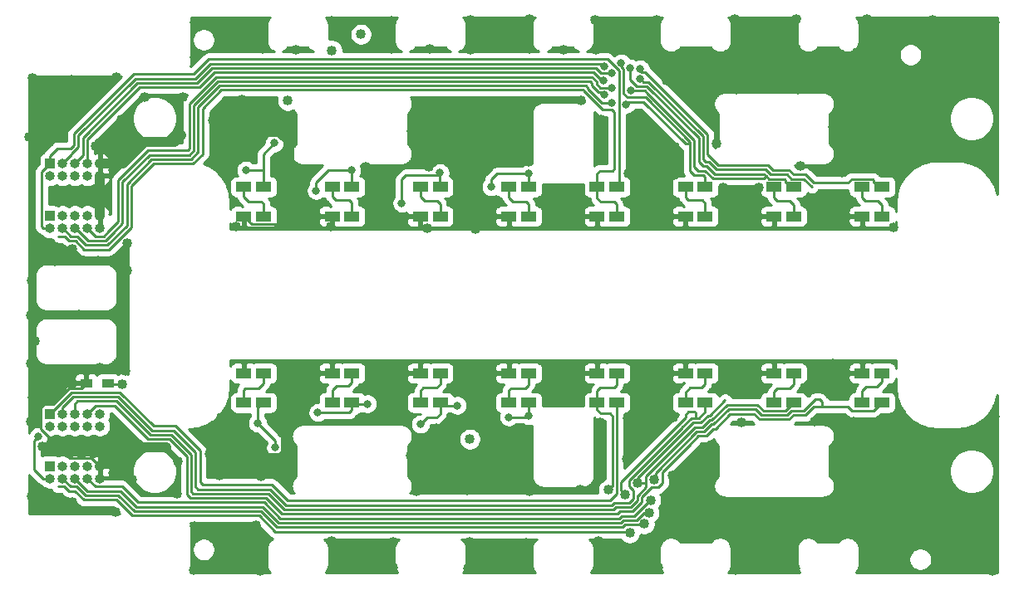
<source format=gtl>
G04 #@! TF.GenerationSoftware,KiCad,Pcbnew,(5.1.6-0-10_14)*
G04 #@! TF.CreationDate,2021-06-30T10:46:54+09:00*
G04 #@! TF.ProjectId,qPCR-photodiode-series,71504352-2d70-4686-9f74-6f64696f6465,rev?*
G04 #@! TF.SameCoordinates,Original*
G04 #@! TF.FileFunction,Copper,L1,Top*
G04 #@! TF.FilePolarity,Positive*
%FSLAX46Y46*%
G04 Gerber Fmt 4.6, Leading zero omitted, Abs format (unit mm)*
G04 Created by KiCad (PCBNEW (5.1.6-0-10_14)) date 2021-06-30 10:46:54*
%MOMM*%
%LPD*%
G01*
G04 APERTURE LIST*
G04 #@! TA.AperFunction,ComponentPad*
%ADD10O,1.000000X1.000000*%
G04 #@! TD*
G04 #@! TA.AperFunction,ComponentPad*
%ADD11R,1.000000X1.000000*%
G04 #@! TD*
G04 #@! TA.AperFunction,SMDPad,CuDef*
%ADD12R,1.600000X1.000000*%
G04 #@! TD*
G04 #@! TA.AperFunction,SMDPad,CuDef*
%ADD13R,1.200000X0.900000*%
G04 #@! TD*
G04 #@! TA.AperFunction,ViaPad*
%ADD14C,0.800000*%
G04 #@! TD*
G04 #@! TA.AperFunction,ViaPad*
%ADD15C,1.016000*%
G04 #@! TD*
G04 #@! TA.AperFunction,Conductor*
%ADD16C,1.016000*%
G04 #@! TD*
G04 #@! TA.AperFunction,Conductor*
%ADD17C,0.250000*%
G04 #@! TD*
G04 #@! TA.AperFunction,Conductor*
%ADD18C,0.254000*%
G04 #@! TD*
G04 APERTURE END LIST*
D10*
X90910204Y-93198814D03*
X90910204Y-91928814D03*
X89640204Y-93198814D03*
X89640204Y-91928814D03*
X88370204Y-93198814D03*
X88370204Y-91928814D03*
X87100204Y-93198814D03*
X87100204Y-91928814D03*
X85830204Y-93198814D03*
D11*
X85830204Y-91928814D03*
D12*
X105578789Y-88998367D03*
X105578789Y-91998367D03*
X107578789Y-91998367D03*
X107578789Y-88998367D03*
X105578789Y-107997934D03*
X105578789Y-110997934D03*
X107578789Y-110997934D03*
X107578789Y-107997934D03*
X114578789Y-107997934D03*
X114578789Y-110997934D03*
X116578789Y-110997934D03*
X116578789Y-107997934D03*
X123578789Y-107997934D03*
X123578789Y-110997934D03*
X125578789Y-110997934D03*
X125578789Y-107997934D03*
X132578789Y-107997934D03*
X132578789Y-110997934D03*
X134578789Y-110997934D03*
X134578789Y-107997934D03*
X141578789Y-110997934D03*
X141578789Y-107997934D03*
X143578789Y-107997934D03*
X143578789Y-110997934D03*
X150578789Y-110997934D03*
X150578789Y-107997934D03*
X152578789Y-107997934D03*
X152578789Y-110997934D03*
X159578789Y-110997934D03*
X159578789Y-107997934D03*
X161578789Y-107997934D03*
X161578789Y-110997934D03*
X168578789Y-110997934D03*
X168578789Y-107997934D03*
X170578789Y-107997934D03*
X170578789Y-110997934D03*
X114578789Y-88998367D03*
X114578789Y-91998367D03*
X116578789Y-91998367D03*
X116578789Y-88998367D03*
X123578789Y-88998367D03*
X123578789Y-91998367D03*
X125578789Y-91998367D03*
X125578789Y-88998367D03*
X132578789Y-88998367D03*
X132578789Y-91998367D03*
X134578789Y-91998367D03*
X134578789Y-88998367D03*
X141578789Y-91998367D03*
X141578789Y-88998367D03*
X143578789Y-88998367D03*
X143578789Y-91998367D03*
X150578789Y-91998367D03*
X150578789Y-88998367D03*
X152578789Y-88998367D03*
X152578789Y-91998367D03*
X159578789Y-91998367D03*
X159578789Y-88998367D03*
X161578789Y-88998367D03*
X161578789Y-91998367D03*
X168578789Y-91998367D03*
X168578789Y-88998367D03*
X170578789Y-88998367D03*
X170578789Y-91998367D03*
D10*
X90910204Y-118738814D03*
X90910204Y-117468814D03*
X89640204Y-118738814D03*
X89640204Y-117468814D03*
X88370204Y-118738814D03*
X88370204Y-117468814D03*
X87100204Y-118738814D03*
X87100204Y-117468814D03*
X85830204Y-118738814D03*
D11*
X85830204Y-117468814D03*
X85830204Y-112134814D03*
D10*
X85830204Y-113404814D03*
X87100204Y-112134814D03*
X87100204Y-113404814D03*
X88370204Y-112134814D03*
X88370204Y-113404814D03*
X89640204Y-112134814D03*
X89640204Y-113404814D03*
X90910204Y-112134814D03*
X90910204Y-113404814D03*
D11*
X85830204Y-86594814D03*
D10*
X85830204Y-87864814D03*
X87100204Y-86594814D03*
X87100204Y-87864814D03*
X88370204Y-86594814D03*
X88370204Y-87864814D03*
X89640204Y-86594814D03*
X89640204Y-87864814D03*
X90910204Y-86594814D03*
X90910204Y-87864814D03*
D13*
X89540000Y-109000000D03*
X91740000Y-109000000D03*
D14*
X97680000Y-115600000D03*
X103710000Y-115600000D03*
D15*
X99196972Y-83760000D03*
X105052095Y-84357003D03*
X85910000Y-94760000D03*
X88080000Y-95340000D03*
X93730000Y-94770000D03*
X93720000Y-97520000D03*
X83740000Y-83900000D03*
X84020000Y-77920000D03*
X92560000Y-77800000D03*
X87050000Y-83080000D03*
X89860000Y-80420000D03*
X87990000Y-78040000D03*
X85690000Y-80550000D03*
X90510000Y-84860000D03*
X93090000Y-82120000D03*
X93170000Y-84230000D03*
X95470000Y-79860000D03*
X99340000Y-79790000D03*
X102460000Y-82160000D03*
X102770000Y-84170000D03*
X103690000Y-87590000D03*
X105380000Y-80050000D03*
X108470000Y-83230000D03*
X109960000Y-85250000D03*
X117970000Y-86970000D03*
X124460000Y-86970000D03*
X122650000Y-83300000D03*
X123590000Y-80270000D03*
X128930000Y-83350000D03*
X130730000Y-86730000D03*
X134620000Y-86430000D03*
X139920000Y-80160000D03*
X133880000Y-80240000D03*
X100580000Y-75770000D03*
X100580000Y-72230000D03*
X107370000Y-72120000D03*
X107480000Y-74940000D03*
X103850000Y-73730000D03*
X110910000Y-75010000D03*
X114560000Y-72040000D03*
X120660000Y-72040000D03*
X120590000Y-74900000D03*
X128700000Y-71990000D03*
X128660000Y-75030000D03*
X134680000Y-71860000D03*
X134650000Y-74930000D03*
X131620000Y-73460000D03*
X124520000Y-74880000D03*
X138190000Y-75040000D03*
X141420000Y-75040000D03*
X141380000Y-71920000D03*
X147630000Y-71920000D03*
X147740000Y-75220000D03*
X144550000Y-73700000D03*
X155560000Y-71910000D03*
X155570000Y-74830000D03*
X161820000Y-71890000D03*
X161880000Y-74960000D03*
X158720000Y-73350000D03*
X148640000Y-78150000D03*
X153690000Y-84570000D03*
X151620000Y-80850000D03*
X152230000Y-76640000D03*
X155780000Y-79070000D03*
X162020000Y-79050000D03*
X158750000Y-76860000D03*
X168000000Y-75260000D03*
X165030000Y-77320000D03*
X165590000Y-82910000D03*
X166530000Y-87520000D03*
X170620000Y-86870000D03*
X173110000Y-87070000D03*
X182080000Y-72210000D03*
X162290000Y-86830000D03*
X145100000Y-81890000D03*
X149480000Y-84940000D03*
X149420000Y-87780000D03*
X144760000Y-87610000D03*
X141900000Y-86170000D03*
X141930000Y-82110000D03*
X146500000Y-84980000D03*
X147070000Y-89980000D03*
X138230000Y-89940000D03*
X120180000Y-90430000D03*
X111080000Y-90500000D03*
X110610000Y-92840000D03*
X114450000Y-93020000D03*
X119950000Y-92990000D03*
X104760000Y-93040000D03*
X124250000Y-93190000D03*
X129200000Y-93290000D03*
X129050000Y-90690000D03*
X127660000Y-89090000D03*
X138350000Y-92600000D03*
X147130000Y-92690000D03*
X154430000Y-89090000D03*
X158050000Y-89050000D03*
X156250000Y-92840000D03*
X165170000Y-89870000D03*
X165170000Y-92930000D03*
X171780000Y-93100000D03*
X169070000Y-71830000D03*
X175740000Y-71970000D03*
X175700000Y-75910000D03*
X172230000Y-74030000D03*
X179500000Y-74030000D03*
X181770000Y-77080000D03*
X178860000Y-79320000D03*
X181930000Y-83770000D03*
X177980000Y-84820000D03*
X168460000Y-79780000D03*
X171910000Y-77510000D03*
X175310000Y-79530000D03*
X171660000Y-82440000D03*
X168320000Y-85030000D03*
X174990000Y-84040000D03*
X182110000Y-112450000D03*
X179020000Y-114040000D03*
X181820000Y-116050000D03*
X178360000Y-120760000D03*
X176890000Y-116350000D03*
X181700000Y-122430000D03*
X181860000Y-128180000D03*
X176220000Y-127940000D03*
X169390000Y-128000000D03*
X169280000Y-124270000D03*
X176280000Y-124270000D03*
X180000000Y-125850000D03*
X172210000Y-125800000D03*
X172670000Y-121730000D03*
X174920000Y-118350000D03*
X172610000Y-112200000D03*
X173910000Y-115360000D03*
X165950000Y-116880000D03*
X163740000Y-112910000D03*
X165250000Y-109850000D03*
X165620000Y-106970000D03*
X156250000Y-109820000D03*
X156270000Y-107410000D03*
X147290000Y-110000000D03*
X147350000Y-107390000D03*
X138050000Y-109870000D03*
X138110000Y-107220000D03*
X129180000Y-109840000D03*
X129200000Y-107280000D03*
X120150000Y-110940000D03*
X120170000Y-107270000D03*
X111210000Y-109820000D03*
X110320000Y-107140000D03*
X103240000Y-112510000D03*
X98880000Y-117020000D03*
X98770000Y-120270000D03*
X94230000Y-118860000D03*
X93830000Y-115810000D03*
X87720000Y-115590000D03*
X85090000Y-115490000D03*
X83920000Y-112960000D03*
X85810000Y-110080000D03*
X83860000Y-106980000D03*
X83920000Y-102080000D03*
X84000000Y-120550000D03*
X88140000Y-121180000D03*
X92520000Y-122180000D03*
X102100000Y-116220000D03*
X107320000Y-118490000D03*
X103080000Y-118400000D03*
X100520000Y-123580000D03*
X100470000Y-128100000D03*
X106860000Y-123530000D03*
X103730000Y-126220000D03*
X107270000Y-128180000D03*
X114570000Y-125100000D03*
X114510000Y-127990000D03*
X120830000Y-125170000D03*
X120770000Y-127850000D03*
X117640000Y-126650000D03*
X128560000Y-125200000D03*
X128430000Y-127910000D03*
X134330000Y-125300000D03*
X134650000Y-127940000D03*
X131490000Y-126360000D03*
X141670000Y-125130000D03*
X141630000Y-127990000D03*
X147830000Y-125170000D03*
X147830000Y-127840000D03*
X144690000Y-126640000D03*
X155530000Y-125470000D03*
X161700000Y-125470000D03*
X161750000Y-127950000D03*
X155670000Y-128090000D03*
X158960000Y-126810000D03*
X165350000Y-122680000D03*
X169150000Y-119930000D03*
X171600000Y-117930000D03*
X168900000Y-115530000D03*
X167700000Y-112930000D03*
X153260000Y-115300000D03*
X149270000Y-118460000D03*
X148580000Y-121900000D03*
X151780000Y-123100000D03*
X156390000Y-121150000D03*
X152550000Y-119340000D03*
X160280000Y-122190000D03*
X149300000Y-112540000D03*
X144550000Y-116730000D03*
X144660000Y-112570000D03*
X147010000Y-114510000D03*
X141890000Y-113020000D03*
X141750000Y-118460000D03*
X139810000Y-119890000D03*
X134670000Y-120010000D03*
X134440000Y-115730000D03*
X131510000Y-113500000D03*
X125200000Y-113620000D03*
X122600000Y-116380000D03*
X123200000Y-120060000D03*
X126350000Y-116930000D03*
X128310000Y-119930000D03*
X131520000Y-117750000D03*
X156240000Y-112990000D03*
X88055548Y-109126783D03*
X93480000Y-102950000D03*
X93570000Y-107730000D03*
X84140000Y-95550000D03*
X83950000Y-98550000D03*
X90760000Y-96540000D03*
X86350000Y-96610000D03*
X93370000Y-99860000D03*
X88750000Y-102040000D03*
X84280000Y-104760000D03*
X93220000Y-105520000D03*
X86580000Y-107730000D03*
X90890000Y-107470000D03*
X84020000Y-110440000D03*
X181750000Y-87340000D03*
D14*
X108804990Y-115590000D03*
X106990000Y-113100020D03*
X113120000Y-112024990D03*
X118170000Y-111124970D03*
X123580000Y-113190000D03*
X127330000Y-111289989D03*
X132580000Y-112470000D03*
X134590000Y-112350000D03*
X84651531Y-114472449D03*
D15*
X144417484Y-120377328D03*
X146371265Y-123380070D03*
X145692744Y-119241706D03*
X146867453Y-122247472D03*
X147376629Y-118830642D03*
X147013791Y-120967952D03*
D14*
X105790000Y-87290000D03*
X108701152Y-84518848D03*
X112960000Y-89375040D03*
X116570000Y-87310000D03*
X125570000Y-87550000D03*
X121670000Y-90660000D03*
X130780000Y-88990000D03*
X134570000Y-87620000D03*
X143065000Y-80381296D03*
X144515000Y-80573236D03*
X142317347Y-76692653D03*
X144029504Y-76354199D03*
X142314036Y-79592653D03*
X144983464Y-79125384D03*
X143024455Y-77417653D03*
X144961514Y-76882482D03*
X143052678Y-78867653D03*
X145949346Y-77992958D03*
X142237597Y-78142653D03*
X145958159Y-76964348D03*
D15*
X93210000Y-109120000D03*
X110050000Y-80170000D03*
X128610000Y-114720000D03*
X117520000Y-73420000D03*
X114560000Y-75050000D03*
X142745789Y-119880980D03*
X144882913Y-124293375D03*
D16*
X103710000Y-115600000D02*
X104808001Y-116698001D01*
X104808001Y-116698001D02*
X109336831Y-116698001D01*
X109912991Y-116121841D02*
X109912991Y-108892991D01*
X109336831Y-116698001D02*
X109912991Y-116121841D01*
X90910204Y-87864814D02*
X90910204Y-91928814D01*
X90910204Y-86594814D02*
X93057902Y-86594814D01*
X93057902Y-86594814D02*
X93312393Y-86594814D01*
X93312393Y-86594814D02*
X95470236Y-84436972D01*
X95470236Y-84436972D02*
X97970000Y-84436972D01*
X98520000Y-84436972D02*
X99196972Y-83760000D01*
X97970000Y-84436972D02*
X98520000Y-84436972D01*
X110181633Y-84359487D02*
X110181633Y-91998367D01*
X109232993Y-83410847D02*
X110181633Y-84359487D01*
X105998251Y-83410847D02*
X109232993Y-83410847D01*
X105052095Y-84357003D02*
X105998251Y-83410847D01*
D17*
X90085203Y-116643813D02*
X90910204Y-117468814D01*
X84920000Y-111460016D02*
X84920000Y-113715612D01*
X85225712Y-111154304D02*
X84920000Y-111460016D01*
X87848201Y-116643813D02*
X90085203Y-116643813D01*
X86174304Y-111154304D02*
X85225712Y-111154304D01*
X84920000Y-113715612D02*
X87848201Y-116643813D01*
X87818834Y-109509774D02*
X89030226Y-109509774D01*
X89030226Y-109509774D02*
X89540000Y-109000000D01*
X88055548Y-109126783D02*
X87930000Y-109252331D01*
X87930000Y-109252331D02*
X87930000Y-109509773D01*
X87930000Y-109509773D02*
X87818835Y-109509773D01*
X87818835Y-109509773D02*
X87674304Y-109654304D01*
X87674304Y-109654304D02*
X86174304Y-111154304D01*
X87818834Y-109509774D02*
X87674304Y-109654304D01*
D16*
X92779018Y-115600000D02*
X90910204Y-117468814D01*
X97680000Y-115600000D02*
X92779018Y-115600000D01*
D17*
X109356632Y-92823368D02*
X110181633Y-91998367D01*
X106403790Y-92823368D02*
X109356632Y-92823368D01*
X105578789Y-91998367D02*
X106403790Y-92823368D01*
X110181633Y-91998367D02*
X114578789Y-91998367D01*
X106990000Y-113100020D02*
X106990000Y-111510000D01*
X107502066Y-110997934D02*
X107578789Y-110997934D01*
X106990000Y-111510000D02*
X107502066Y-110997934D01*
X108804990Y-114915010D02*
X106990000Y-113100020D01*
X108804990Y-115590000D02*
X108804990Y-114915010D01*
X116705825Y-111124970D02*
X116578789Y-110997934D01*
X118170000Y-111124970D02*
X116705825Y-111124970D01*
X113120000Y-112024990D02*
X116325010Y-112024990D01*
X116578789Y-111771211D02*
X116578789Y-110997934D01*
X116325010Y-112024990D02*
X116578789Y-111771211D01*
X125870844Y-111289989D02*
X125578789Y-110997934D01*
X127330000Y-111289989D02*
X125870844Y-111289989D01*
X123580000Y-113190000D02*
X124240000Y-112530000D01*
X124240000Y-112530000D02*
X125190000Y-112530000D01*
X125578789Y-112141211D02*
X125578789Y-110997934D01*
X125190000Y-112530000D02*
X125578789Y-112141211D01*
X134590000Y-111009145D02*
X134578789Y-110997934D01*
X134590000Y-112350000D02*
X134590000Y-111009145D01*
X134470000Y-112470000D02*
X134590000Y-112350000D01*
X132580000Y-112470000D02*
X134470000Y-112470000D01*
X101110030Y-119100000D02*
X101110030Y-115920830D01*
X92976020Y-109959783D02*
X88005235Y-109959783D01*
X108429960Y-119389960D02*
X101429960Y-119389960D01*
X101140000Y-119100000D02*
X101110030Y-119100000D01*
X110050000Y-121010000D02*
X108429960Y-119389960D01*
X101429960Y-119389960D02*
X101140000Y-119100000D01*
X88005235Y-109959783D02*
X85830204Y-112134814D01*
X98589203Y-113400003D02*
X96416237Y-113400000D01*
X101110030Y-115920830D02*
X98589203Y-113400003D01*
X142860000Y-121010000D02*
X110050000Y-121010000D01*
X143578789Y-120291211D02*
X142860000Y-121010000D01*
X96416237Y-113400000D02*
X92976020Y-109959783D01*
X143578789Y-110997934D02*
X143578789Y-120291211D01*
X84256999Y-117872715D02*
X84256999Y-114866981D01*
X84256999Y-114866981D02*
X84651531Y-114472449D01*
X85123098Y-118738814D02*
X84256999Y-117872715D01*
X85830204Y-118738814D02*
X85123098Y-118738814D01*
X87925205Y-119563815D02*
X87100204Y-118738814D01*
X92803385Y-120463835D02*
X89458815Y-120463835D01*
X94429570Y-122090020D02*
X92803385Y-120463835D01*
X107311560Y-122090020D02*
X94429570Y-122090020D01*
X88558795Y-119563815D02*
X87925205Y-119563815D01*
X108931600Y-123710060D02*
X107311560Y-122090020D01*
X135988400Y-123710060D02*
X108931600Y-123710060D01*
X89458815Y-120463835D02*
X88558795Y-119563815D01*
X135988400Y-123710060D02*
X142239940Y-123710060D01*
X142239940Y-123710060D02*
X142376471Y-123710061D01*
X144177722Y-123710061D02*
X144427408Y-123460375D01*
X146290960Y-123460375D02*
X146371265Y-123380070D01*
X144427408Y-123460375D02*
X146290960Y-123460375D01*
X142239940Y-123710060D02*
X144177722Y-123710061D01*
X152578789Y-110997934D02*
X152578789Y-111961211D01*
X152578789Y-111961211D02*
X151960000Y-112580000D01*
X151176410Y-112580000D02*
X150196400Y-113560010D01*
X151630000Y-112090000D02*
X151630000Y-112530000D01*
X150840000Y-111960000D02*
X151500000Y-111960000D01*
X150578789Y-112221211D02*
X150840000Y-111960000D01*
X150578789Y-112541211D02*
X150578789Y-112221211D01*
X151960000Y-112580000D02*
X151580000Y-112580000D01*
X144028799Y-119091201D02*
X150578789Y-112541211D01*
X144028799Y-119988643D02*
X144028799Y-119091201D01*
X151500000Y-111960000D02*
X151630000Y-112090000D01*
X144417484Y-120377328D02*
X144028799Y-119988643D01*
X151630000Y-112530000D02*
X151580000Y-112580000D01*
X151580000Y-112580000D02*
X151176410Y-112580000D01*
X87100204Y-111501224D02*
X87100204Y-112134814D01*
X88191635Y-110409793D02*
X87100204Y-111501224D01*
X96229837Y-113850010D02*
X92789620Y-110409793D01*
X100660020Y-116107230D02*
X98402802Y-113850012D01*
X100660020Y-119570020D02*
X100660020Y-116107230D01*
X108243560Y-119839970D02*
X100929970Y-119839970D01*
X92789620Y-110409793D02*
X88191635Y-110409793D01*
X143046401Y-121460009D02*
X109863600Y-121460010D01*
X144817325Y-121210329D02*
X143296081Y-121210329D01*
X109863600Y-121460010D02*
X108243560Y-119839970D01*
X145250485Y-119977487D02*
X145250485Y-120777169D01*
X100929970Y-119839970D02*
X100660020Y-119570020D01*
X145250485Y-120777169D02*
X144817325Y-121210329D01*
X143296081Y-121210329D02*
X143046401Y-121460009D01*
X150253205Y-113503205D02*
X144840000Y-118916410D01*
X144840000Y-119567002D02*
X145250485Y-119977487D01*
X98402802Y-113850012D02*
X96229837Y-113850010D01*
X144840000Y-118916410D02*
X144840000Y-119567002D01*
X151390000Y-113050000D02*
X151370010Y-113030010D01*
X151370010Y-113030010D02*
X151362810Y-113030010D01*
X151342820Y-113050000D02*
X151390000Y-113050000D01*
X145692744Y-118700076D02*
X151342820Y-113050000D01*
X145692744Y-119241706D02*
X145692744Y-118700076D01*
X146325822Y-122247472D02*
X146867453Y-122247472D01*
X144241008Y-123010365D02*
X145562929Y-123010365D01*
X136200051Y-123260051D02*
X143991321Y-123260052D01*
X136200049Y-123260049D02*
X136200051Y-123260051D01*
X109118000Y-123260050D02*
X136200049Y-123260049D01*
X107497960Y-121640010D02*
X109118000Y-123260050D01*
X92989785Y-120013825D02*
X94615970Y-121640010D01*
X94615970Y-121640010D02*
X107497960Y-121640010D01*
X89645215Y-120013825D02*
X92989785Y-120013825D01*
X145562929Y-123010365D02*
X146325822Y-122247472D01*
X143991321Y-123260052D02*
X144241008Y-123010365D01*
X88370204Y-118738814D02*
X89645215Y-120013825D01*
X153050000Y-112310000D02*
X154610019Y-110749981D01*
X152866410Y-112310000D02*
X153050000Y-112310000D01*
X152126410Y-113050000D02*
X152866410Y-112310000D01*
X151390000Y-113050000D02*
X152126410Y-113050000D01*
X157895844Y-111199991D02*
X158518788Y-111822935D01*
X160753788Y-111822935D02*
X161578789Y-110997934D01*
X153052811Y-112760009D02*
X153236401Y-112760009D01*
X152312810Y-113500010D02*
X153052811Y-112760009D01*
X145737292Y-120430000D02*
X146525745Y-119641547D01*
X151529220Y-113500010D02*
X152312810Y-113500010D01*
X145003726Y-121660338D02*
X145700495Y-120963569D01*
X158518788Y-111822935D02*
X160753788Y-111822935D01*
X108057160Y-120289980D02*
X109677200Y-121910020D01*
X143490000Y-121670000D02*
X143490000Y-121660339D01*
X146525745Y-118503485D02*
X151529220Y-113500010D01*
X143249982Y-121910018D02*
X143490000Y-121670000D01*
X109677200Y-121910020D02*
X122790000Y-121910020D01*
X154796419Y-111199991D02*
X157895844Y-111199991D01*
X122790000Y-121910020D02*
X122790002Y-121910018D01*
X92603220Y-110859803D02*
X96043437Y-114300020D01*
X100210010Y-120080010D02*
X100419980Y-120289980D01*
X100210010Y-116293630D02*
X100210010Y-120080010D01*
X96043437Y-114300020D02*
X98216401Y-114300021D01*
X100419980Y-120289980D02*
X108057160Y-120289980D01*
X145700495Y-120963569D02*
X145700495Y-120430000D01*
X153236401Y-112760009D02*
X154796419Y-111199991D01*
X98216401Y-114300021D02*
X100210010Y-116293630D01*
X143490000Y-121660339D02*
X145003726Y-121660338D01*
X122790002Y-121910018D02*
X143249982Y-121910018D01*
X88650217Y-110859803D02*
X92603220Y-110859803D01*
X88370204Y-111139816D02*
X88650217Y-110859803D01*
X146408294Y-119241706D02*
X146525745Y-119124255D01*
X145692744Y-119241706D02*
X146408294Y-119241706D01*
X146525745Y-119124255D02*
X146525745Y-118503485D01*
X146525745Y-119641547D02*
X146525745Y-119124255D01*
X88370204Y-111139816D02*
X88370204Y-112134814D01*
X90465205Y-119563815D02*
X89640204Y-118738814D01*
X93176185Y-119563815D02*
X90465205Y-119563815D01*
X109304400Y-122810040D02*
X107684360Y-121190000D01*
X107684360Y-121190000D02*
X94802370Y-121190000D01*
X135615600Y-122810040D02*
X109304400Y-122810040D01*
X94802370Y-121190000D02*
X93176185Y-119563815D01*
X135615600Y-122810040D02*
X142790040Y-122810040D01*
X142790040Y-122810040D02*
X143804924Y-122810039D01*
X144054606Y-122560357D02*
X145376528Y-122560356D01*
X143804924Y-122810039D02*
X144054606Y-122560357D01*
X146968932Y-120967952D02*
X147013791Y-120967952D01*
X145376528Y-122560356D02*
X146968932Y-120967952D01*
X163372066Y-111089659D02*
X163372066Y-110997934D01*
X154982820Y-111650000D02*
X157709443Y-111650000D01*
X160940188Y-112272945D02*
X161390198Y-111822935D01*
X158332388Y-112272945D02*
X160940188Y-112272945D01*
X153239212Y-113210018D02*
X153422802Y-113210018D01*
X151715620Y-113950020D02*
X152499210Y-113950020D01*
X147520000Y-118145640D02*
X151715620Y-113950020D01*
X161390198Y-111822935D02*
X162638790Y-111822935D01*
X147520000Y-118687271D02*
X147520000Y-118145640D01*
X157709443Y-111650000D02*
X158332388Y-112272945D01*
X162638790Y-111822935D02*
X163372066Y-111089659D01*
X153422802Y-113210018D02*
X154982820Y-111650000D01*
X152499210Y-113950020D02*
X153239212Y-113210018D01*
X147376629Y-118830642D02*
X147520000Y-118687271D01*
X150922021Y-115380029D02*
X150922020Y-115380030D01*
X148209630Y-118092420D02*
X150922021Y-115380029D01*
X148209630Y-119230483D02*
X148209630Y-118092420D01*
X147776470Y-119663643D02*
X148209630Y-119230483D01*
X146150505Y-121149969D02*
X146150505Y-120653197D01*
X145190127Y-122110347D02*
X146150505Y-121149969D01*
X146150505Y-120653197D02*
X147140059Y-119663643D01*
X143868206Y-122110347D02*
X145190127Y-122110347D01*
X143618523Y-122360030D02*
X143868206Y-122110347D01*
X109490800Y-122360030D02*
X143618523Y-122360030D01*
X100109990Y-120739990D02*
X107870760Y-120739990D01*
X107870760Y-120739990D02*
X109490800Y-122360030D01*
X98030000Y-114750030D02*
X99760000Y-116480030D01*
X99760000Y-120390000D02*
X100109990Y-120739990D01*
X99760000Y-116480030D02*
X99760000Y-120390000D01*
X95857037Y-114750030D02*
X98030000Y-114750030D01*
X147140059Y-119663643D02*
X147776470Y-119663643D01*
X92416820Y-111309813D02*
X95857037Y-114750030D01*
X90465205Y-111309813D02*
X92416820Y-111309813D01*
X169753788Y-111822935D02*
X170578789Y-110997934D01*
X167143797Y-111447944D02*
X167518788Y-111822935D01*
X167518788Y-111822935D02*
X169753788Y-111822935D01*
X161576598Y-112272945D02*
X162825190Y-112272945D01*
X150922021Y-115380029D02*
X151902020Y-114400030D01*
X162825190Y-112272945D02*
X163650191Y-111447944D01*
X158145987Y-112722954D02*
X161126588Y-112722955D01*
X157580032Y-112156999D02*
X158145987Y-112722954D01*
X155112231Y-112156999D02*
X157580032Y-112156999D01*
X161126588Y-112722955D02*
X161576598Y-112272945D01*
X153609203Y-113660027D02*
X155112231Y-112156999D01*
X151902020Y-114400030D02*
X152685610Y-114400030D01*
X153425613Y-113660027D02*
X153609203Y-113660027D01*
X152685610Y-114400030D02*
X153425613Y-113660027D01*
X163372066Y-111089659D02*
X163821725Y-110640000D01*
X163821725Y-110640000D02*
X164230000Y-110640000D01*
X164507944Y-110917944D02*
X164507944Y-111447944D01*
X164230000Y-110640000D02*
X164507944Y-110917944D01*
X164507944Y-111447944D02*
X167143797Y-111447944D01*
X163650191Y-111447944D02*
X164507944Y-111447944D01*
X90465205Y-111309813D02*
X89640204Y-112134814D01*
X108701152Y-84518848D02*
X107578789Y-85641211D01*
X107567578Y-87910000D02*
X107578789Y-87898789D01*
X107578789Y-87898789D02*
X107578789Y-88998367D01*
X105790000Y-87290000D02*
X107530000Y-87290000D01*
X107530000Y-87290000D02*
X107578789Y-87338789D01*
X107578789Y-87338789D02*
X107578789Y-87898789D01*
X107578789Y-85641211D02*
X107578789Y-87338789D01*
X116570000Y-88989578D02*
X116578789Y-88998367D01*
X116570000Y-87310000D02*
X116570000Y-88989578D01*
X112960000Y-89375040D02*
X112960000Y-88540000D01*
X114190000Y-87310000D02*
X116570000Y-87310000D01*
X112960000Y-88540000D02*
X114190000Y-87310000D01*
X125570000Y-88989578D02*
X125578789Y-88998367D01*
X125570000Y-87550000D02*
X125570000Y-88989578D01*
X121670000Y-90660000D02*
X121670000Y-88230000D01*
X125316999Y-87803001D02*
X125570000Y-87550000D01*
X122096999Y-87803001D02*
X125316999Y-87803001D01*
X121670000Y-88230000D02*
X122096999Y-87803001D01*
X134578789Y-87628789D02*
X134570000Y-87620000D01*
X134578789Y-88998367D02*
X134578789Y-87628789D01*
X130780000Y-88990000D02*
X130780000Y-88250000D01*
X131410000Y-87620000D02*
X134570000Y-87620000D01*
X130780000Y-88250000D02*
X131410000Y-87620000D01*
X143790000Y-88787156D02*
X143578789Y-88998367D01*
X100470030Y-77489970D02*
X102000070Y-75959930D01*
X85830204Y-86594814D02*
X85830204Y-85844814D01*
X87983590Y-85050000D02*
X88289981Y-84743609D01*
X102000070Y-75959930D02*
X142609930Y-75959930D01*
X88289982Y-83570788D02*
X94370800Y-77489970D01*
X85830204Y-85844814D02*
X86625018Y-85050000D01*
X143790000Y-77140000D02*
X143790000Y-88787156D01*
X94370800Y-77489970D02*
X100470030Y-77489970D01*
X88289981Y-84743609D02*
X88289982Y-83570788D01*
X142609930Y-75959930D02*
X143790000Y-77140000D01*
X86625018Y-85050000D02*
X87983590Y-85050000D01*
X85005203Y-87419815D02*
X85830204Y-86594814D01*
X85123098Y-93198814D02*
X85005203Y-93080919D01*
X85005203Y-93080919D02*
X85005203Y-87419815D01*
X85830204Y-93198814D02*
X85123098Y-93198814D01*
X146310780Y-80310010D02*
X150578789Y-84578019D01*
X144778226Y-80310010D02*
X146310780Y-80310010D01*
X144515000Y-80573236D02*
X144778226Y-80310010D01*
X142029677Y-80381296D02*
X143065000Y-80381296D01*
X140609982Y-78860860D02*
X140609982Y-78961601D01*
X103118470Y-78659990D02*
X140409112Y-78659990D01*
X140609982Y-78961601D02*
X142029677Y-80381296D01*
X89507814Y-94923834D02*
X91679007Y-94923833D01*
X88607793Y-94023815D02*
X89507814Y-94923834D01*
X87100204Y-93198814D02*
X87149202Y-93198814D01*
X87974203Y-94023815D02*
X88607793Y-94023815D01*
X87149202Y-93198814D02*
X87974203Y-94023815D01*
X140409112Y-78659990D02*
X140609982Y-78860860D01*
X91679007Y-94923833D02*
X93674980Y-92927860D01*
X96188080Y-86170000D02*
X100213590Y-86170000D01*
X93674981Y-88683099D02*
X96188080Y-86170000D01*
X93674980Y-92927860D02*
X93674981Y-88683099D01*
X100213590Y-86170000D02*
X100929990Y-85453600D01*
X100929991Y-80848469D02*
X103118470Y-78659990D01*
X100929990Y-85453600D02*
X100929991Y-80848469D01*
X152578789Y-87978789D02*
X152578789Y-88998367D01*
X151410000Y-87780000D02*
X152380000Y-87780000D01*
X151028799Y-87398799D02*
X151410000Y-87780000D01*
X146497180Y-79860000D02*
X151028799Y-84391619D01*
X143990000Y-76703590D02*
X144240010Y-76953600D01*
X152380000Y-87780000D02*
X152578789Y-87978789D01*
X144645078Y-79860000D02*
X146497180Y-79860000D01*
X144240010Y-79454932D02*
X144645078Y-79860000D01*
X143990000Y-76393703D02*
X143990000Y-76703590D01*
X144029504Y-76354199D02*
X143990000Y-76393703D01*
X144240010Y-76953600D02*
X144240010Y-79454932D01*
X151028799Y-84391619D02*
X151028799Y-87398799D01*
X150842399Y-84578019D02*
X151028799Y-84391619D01*
X150578789Y-84578019D02*
X150842399Y-84578019D01*
X88060714Y-85634304D02*
X87100204Y-86594814D01*
X88739991Y-83757189D02*
X88739990Y-84930010D01*
X88060714Y-85609286D02*
X88060714Y-85634304D01*
X88739990Y-84930010D02*
X88060714Y-85609286D01*
X142034634Y-76409940D02*
X102186470Y-76409940D01*
X94557200Y-77939980D02*
X88739991Y-83757189D01*
X100656431Y-77939979D02*
X94557200Y-77939980D01*
X102186470Y-76409940D02*
X100656431Y-77939979D01*
X142317347Y-76692653D02*
X142034634Y-76409940D01*
X144983464Y-79125384D02*
X145026049Y-79167969D01*
X145026049Y-79167969D02*
X146441559Y-79167969D01*
X146441559Y-79167969D02*
X146726795Y-79453205D01*
X146726795Y-79453205D02*
X146821795Y-79548205D01*
X89694213Y-94473825D02*
X91492606Y-94473824D01*
X92193224Y-93756776D02*
X92193226Y-93756774D01*
X92193224Y-93773206D02*
X92193224Y-93756776D01*
X88419202Y-93198814D02*
X89694213Y-94473825D01*
X88370204Y-93198814D02*
X88419202Y-93198814D01*
X92238215Y-93728215D02*
X92163215Y-93803215D01*
X100027190Y-85719990D02*
X96001679Y-85719991D01*
X100479982Y-80662070D02*
X100479982Y-85267198D01*
X93224972Y-88496700D02*
X93224972Y-92741458D01*
X102932070Y-78209980D02*
X100479982Y-80662070D01*
X96001679Y-85719991D02*
X93224972Y-88496700D01*
X141059990Y-78409220D02*
X140860750Y-78209980D01*
X100479982Y-85267198D02*
X100027190Y-85719990D01*
X140860750Y-78209980D02*
X102932070Y-78209980D01*
X93224972Y-92741458D02*
X92238215Y-93728215D01*
X141703194Y-79317662D02*
X141059991Y-78674459D01*
X142039045Y-79317662D02*
X141703194Y-79317662D01*
X142314036Y-79592653D02*
X142039045Y-79317662D01*
X92163215Y-93803215D02*
X92193224Y-93773206D01*
X141059991Y-78674459D02*
X141059990Y-78409220D01*
X91492606Y-94473824D02*
X92163215Y-93803215D01*
X144961514Y-78078128D02*
X145601345Y-78717959D01*
X144961514Y-76882482D02*
X144961514Y-78078128D01*
X145601345Y-78717959D02*
X146447959Y-78717959D01*
X146447959Y-78717959D02*
X146467959Y-78717959D01*
X161140422Y-88560000D02*
X161578789Y-88998367D01*
X160638790Y-88173366D02*
X160780000Y-88314576D01*
X160780000Y-88314576D02*
X160780000Y-88560000D01*
X159083366Y-88173366D02*
X160638790Y-88173366D01*
X146627959Y-78717959D02*
X151928819Y-84018819D01*
X153542810Y-87669990D02*
X158579990Y-87669990D01*
X160780000Y-88560000D02*
X161140422Y-88560000D01*
X151928819Y-86398819D02*
X152409981Y-86879981D01*
X152409981Y-86879981D02*
X152752802Y-86879982D01*
X152752802Y-86879982D02*
X153542810Y-87669990D01*
X151928819Y-84018819D02*
X151928819Y-86398819D01*
X146447959Y-78717959D02*
X146627959Y-78717959D01*
X152566401Y-87329991D02*
X153356410Y-88120000D01*
X151879990Y-87329990D02*
X152566401Y-87329991D01*
X153356410Y-88120000D02*
X158570000Y-88120000D01*
X151478809Y-84205219D02*
X151478809Y-86928809D01*
X146726795Y-79453205D02*
X151478809Y-84205219D01*
X151478809Y-86928809D02*
X151879990Y-87329990D01*
X158570000Y-88120000D02*
X158800000Y-87890000D01*
X158800000Y-87890000D02*
X159083366Y-88173366D01*
X158579990Y-87669990D02*
X158800000Y-87890000D01*
X89190000Y-85775018D02*
X88370204Y-86594814D01*
X89190000Y-83943590D02*
X89190000Y-85775018D01*
X94743600Y-78389990D02*
X89190000Y-83943590D01*
X100842832Y-78389988D02*
X98160012Y-78389988D01*
X143024455Y-77417653D02*
X141977653Y-77417653D01*
X102372870Y-76859950D02*
X100842832Y-78389988D01*
X141419950Y-76859950D02*
X102372870Y-76859950D01*
X98160010Y-78389990D02*
X94743600Y-78389990D01*
X98160012Y-78389988D02*
X98160010Y-78389990D01*
X141977653Y-77417653D02*
X141419950Y-76859950D01*
X90465205Y-94023815D02*
X89640204Y-93198814D01*
X91306205Y-94023815D02*
X90465205Y-94023815D01*
X141510000Y-78222820D02*
X141047150Y-77759970D01*
X141047150Y-77759970D02*
X102745670Y-77759970D01*
X91743214Y-93586806D02*
X91306205Y-94023815D01*
X141510000Y-78488058D02*
X141510000Y-78222820D01*
X141889595Y-78867653D02*
X141510000Y-78488058D01*
X143052678Y-78867653D02*
X141889595Y-78867653D01*
X152939203Y-86429973D02*
X153729211Y-87219981D01*
X146297949Y-78267949D02*
X146814360Y-78267950D01*
X152639972Y-86429972D02*
X152939203Y-86429973D01*
X152378829Y-86168829D02*
X152639972Y-86429972D01*
X152378829Y-83832419D02*
X152378829Y-86168829D01*
X145949346Y-77992958D02*
X146022958Y-77992958D01*
X146814360Y-78267950D02*
X152378829Y-83832419D01*
X146022958Y-77992958D02*
X146297949Y-78267949D01*
X91743214Y-93570376D02*
X92774962Y-92538628D01*
X91743214Y-93586806D02*
X91743214Y-93570376D01*
X92774962Y-92538628D02*
X92774963Y-88310299D01*
X92774963Y-88310299D02*
X93317630Y-87767631D01*
X93317630Y-87767631D02*
X95815280Y-85269982D01*
X95815280Y-85269982D02*
X99840788Y-85269982D01*
X100029972Y-80475668D02*
X102745670Y-77759970D01*
X100029972Y-85080798D02*
X100029972Y-80475668D01*
X99840788Y-85269982D02*
X100029972Y-85080798D01*
X153729211Y-87219981D02*
X158766391Y-87219981D01*
X159269766Y-87723356D02*
X160940190Y-87723358D01*
X158766391Y-87219981D02*
X159269766Y-87723356D01*
X160940190Y-87723358D02*
X161390198Y-88173366D01*
X162638790Y-88173366D02*
X163463791Y-88998367D01*
X161390198Y-88173366D02*
X162638790Y-88173366D01*
X146097957Y-77267957D02*
X146450777Y-77267957D01*
X152828839Y-85683199D02*
X153915612Y-86769972D01*
X145958159Y-77128159D02*
X146097957Y-77267957D01*
X152828839Y-83646019D02*
X152828839Y-85683199D01*
X146450777Y-77267957D02*
X152828839Y-83646019D01*
X145958159Y-76964348D02*
X145958159Y-77128159D01*
X153915612Y-86769972D02*
X158952792Y-86769972D01*
X159456167Y-87273347D02*
X161126589Y-87273347D01*
X158952792Y-86769972D02*
X159456167Y-87273347D01*
X161576598Y-87723356D02*
X162825191Y-87723357D01*
X161126589Y-87273347D02*
X161576598Y-87723356D01*
X162825191Y-87723357D02*
X163650191Y-88548357D01*
X163650191Y-88548357D02*
X167221643Y-88548357D01*
X169638790Y-88173366D02*
X169760000Y-88294576D01*
X167518788Y-88173366D02*
X169638790Y-88173366D01*
X167221643Y-88470511D02*
X167518788Y-88173366D01*
X167221643Y-88548357D02*
X167221643Y-88470511D01*
X169760000Y-88294576D02*
X169760000Y-88520000D01*
X170100422Y-88520000D02*
X170578789Y-88998367D01*
X169760000Y-88520000D02*
X170100422Y-88520000D01*
X142066243Y-78142653D02*
X142237597Y-78142653D01*
X101029233Y-78839997D02*
X102559270Y-77309960D01*
X98800002Y-78839998D02*
X101029233Y-78839997D01*
X98800000Y-78840000D02*
X98800002Y-78839998D01*
X94930000Y-78840000D02*
X98800000Y-78840000D01*
X141233550Y-77309960D02*
X142066243Y-78142653D01*
X102559270Y-77309960D02*
X141233550Y-77309960D01*
X89640204Y-84129796D02*
X94930000Y-78840000D01*
X89640204Y-86594814D02*
X89640204Y-84129796D01*
X91860000Y-109120000D02*
X91740000Y-109000000D01*
X93210000Y-109120000D02*
X91860000Y-109120000D01*
X116578789Y-107997934D02*
X116578789Y-108941211D01*
X116578789Y-108941211D02*
X116200000Y-109320000D01*
X116200000Y-109320000D02*
X115000000Y-109320000D01*
X114578789Y-109741211D02*
X114578789Y-110997934D01*
X115000000Y-109320000D02*
X114578789Y-109741211D01*
X125578789Y-107997934D02*
X125578789Y-109091211D01*
X125578789Y-109091211D02*
X125170000Y-109500000D01*
X125170000Y-109500000D02*
X123860000Y-109500000D01*
X123578789Y-109781211D02*
X123578789Y-110997934D01*
X123860000Y-109500000D02*
X123578789Y-109781211D01*
X134578789Y-107997934D02*
X134578789Y-109181211D01*
X134578789Y-109181211D02*
X134250000Y-109510000D01*
X134250000Y-109510000D02*
X132790000Y-109510000D01*
X132578789Y-109721211D02*
X132578789Y-110997934D01*
X132790000Y-109510000D02*
X132578789Y-109721211D01*
X141578789Y-111747934D02*
X141940855Y-112110000D01*
X141578789Y-110997934D02*
X141578789Y-111747934D01*
X142850000Y-112110000D02*
X143128779Y-112388779D01*
X141940855Y-112110000D02*
X142850000Y-112110000D01*
X143128779Y-119497990D02*
X142745789Y-119880980D01*
X143128779Y-112388779D02*
X143128779Y-119497990D01*
X87738805Y-120013825D02*
X87288795Y-119563815D01*
X87288795Y-119563815D02*
X86655205Y-119563815D01*
X88372395Y-120013825D02*
X87738805Y-120013825D01*
X89272415Y-120913845D02*
X88372395Y-120013825D01*
X92616985Y-120913845D02*
X89272415Y-120913845D01*
X107125160Y-122540030D02*
X94243170Y-122540030D01*
X94243170Y-122540030D02*
X92616985Y-120913845D01*
X108745200Y-124160070D02*
X107125160Y-122540030D01*
X142190070Y-124160070D02*
X108745200Y-124160070D01*
X144749608Y-124160070D02*
X144882913Y-124293375D01*
X142190070Y-124160070D02*
X144749608Y-124160070D01*
X143578789Y-107997934D02*
X143578789Y-109181211D01*
X143578789Y-109181211D02*
X143280000Y-109480000D01*
X143280000Y-109480000D02*
X141910000Y-109480000D01*
X141578789Y-109811211D02*
X141578789Y-110997934D01*
X141910000Y-109480000D02*
X141578789Y-109811211D01*
X152578789Y-107997934D02*
X152578789Y-109101211D01*
X152578789Y-109101211D02*
X152210000Y-109470000D01*
X152210000Y-109470000D02*
X151040000Y-109470000D01*
X150578789Y-109931211D02*
X150578789Y-110997934D01*
X151040000Y-109470000D02*
X150578789Y-109931211D01*
X161578789Y-107997934D02*
X161578789Y-109131211D01*
X161578789Y-109131211D02*
X161150000Y-109560000D01*
X161150000Y-109560000D02*
X159930000Y-109560000D01*
X159578789Y-109911211D02*
X159578789Y-110997934D01*
X159930000Y-109560000D02*
X159578789Y-109911211D01*
X170578789Y-107997934D02*
X170578789Y-108861211D01*
X170578789Y-108861211D02*
X170090000Y-109350000D01*
X170090000Y-109350000D02*
X169000000Y-109350000D01*
X168578789Y-109771211D02*
X168578789Y-110997934D01*
X169000000Y-109350000D02*
X168578789Y-109771211D01*
X105578789Y-88998367D02*
X105578789Y-90028789D01*
X105578789Y-90028789D02*
X106030000Y-90480000D01*
X106030000Y-90480000D02*
X107370000Y-90480000D01*
X107578789Y-90688789D02*
X107578789Y-91998367D01*
X107370000Y-90480000D02*
X107578789Y-90688789D01*
X114578789Y-88998367D02*
X114578789Y-89968789D01*
X114578789Y-89968789D02*
X114940000Y-90330000D01*
X114940000Y-90330000D02*
X116320000Y-90330000D01*
X116578789Y-90588789D02*
X116578789Y-91998367D01*
X116320000Y-90330000D02*
X116578789Y-90588789D01*
X123578789Y-88998367D02*
X123578789Y-89998789D01*
X123578789Y-89998789D02*
X124030000Y-90450000D01*
X124030000Y-90450000D02*
X125300000Y-90450000D01*
X125578789Y-90728789D02*
X125578789Y-91998367D01*
X125300000Y-90450000D02*
X125578789Y-90728789D01*
X132578789Y-88998367D02*
X132578789Y-90078789D01*
X132578789Y-90078789D02*
X132980000Y-90480000D01*
X132980000Y-90480000D02*
X134330000Y-90480000D01*
X134578789Y-90728789D02*
X134578789Y-91998367D01*
X134330000Y-90480000D02*
X134578789Y-90728789D01*
X142121971Y-81110000D02*
X143090000Y-81110000D01*
X140159973Y-79148002D02*
X142121971Y-81110000D01*
X143090000Y-81110000D02*
X143339990Y-81359990D01*
X140159972Y-79110000D02*
X140159973Y-79148002D01*
X86655205Y-94023815D02*
X87337793Y-94023815D01*
X87787803Y-94473825D02*
X88421395Y-94473825D01*
X103304870Y-79110000D02*
X140159972Y-79110000D01*
X143110000Y-87340000D02*
X141840000Y-87340000D01*
X89321415Y-95373843D02*
X91865408Y-95373842D01*
X88421395Y-94473825D02*
X89321415Y-95373843D01*
X141840000Y-87340000D02*
X141578789Y-87601211D01*
X143339990Y-87110010D02*
X143110000Y-87340000D01*
X143339990Y-81359990D02*
X143339990Y-87110010D01*
X141578789Y-87601211D02*
X141578789Y-88998367D01*
X87337793Y-94023815D02*
X87787803Y-94473825D01*
X103304870Y-79110000D02*
X101380000Y-81034870D01*
X101380000Y-81034870D02*
X101380000Y-85640000D01*
X96393842Y-86622394D02*
X95176996Y-87839240D01*
X100397606Y-86622394D02*
X96393842Y-86622394D01*
X95176996Y-87839240D02*
X95175260Y-87839388D01*
X101380000Y-85640000D02*
X100397606Y-86622394D01*
X95175260Y-87839388D02*
X95093467Y-87936490D01*
X91865408Y-95373842D02*
X94124990Y-93114260D01*
X94124990Y-88904967D02*
X95093467Y-87936490D01*
X94124990Y-93114260D02*
X94124990Y-88904967D01*
X141578789Y-88998367D02*
X141578789Y-90148789D01*
X141578789Y-90148789D02*
X141960000Y-90530000D01*
X141960000Y-90530000D02*
X143320000Y-90530000D01*
X143578789Y-90788789D02*
X143578789Y-91998367D01*
X143320000Y-90530000D02*
X143578789Y-90788789D01*
X150578789Y-88998367D02*
X150578789Y-90058789D01*
X150578789Y-90058789D02*
X150860000Y-90340000D01*
X150860000Y-90340000D02*
X152280000Y-90340000D01*
X152578789Y-90638789D02*
X152578789Y-91998367D01*
X152280000Y-90340000D02*
X152578789Y-90638789D01*
X159578789Y-88998367D02*
X159578789Y-90088789D01*
X159578789Y-90088789D02*
X159940000Y-90450000D01*
X159940000Y-90450000D02*
X161220000Y-90450000D01*
X161578789Y-90808789D02*
X161578789Y-91998367D01*
X161220000Y-90450000D02*
X161578789Y-90808789D01*
X168578789Y-88998367D02*
X168578789Y-90088789D01*
X168578789Y-90088789D02*
X168890000Y-90400000D01*
X168890000Y-90400000D02*
X170140000Y-90400000D01*
X170578789Y-90838789D02*
X170578789Y-91998367D01*
X170140000Y-90400000D02*
X170578789Y-90838789D01*
X107578789Y-107997934D02*
X107578789Y-109051211D01*
X107578789Y-109051211D02*
X107110000Y-109520000D01*
X107110000Y-109520000D02*
X105740000Y-109520000D01*
X105578789Y-109681211D02*
X105578789Y-110997934D01*
X105740000Y-109520000D02*
X105578789Y-109681211D01*
D18*
G36*
X108181400Y-124671072D02*
G01*
X108205199Y-124700071D01*
X108320924Y-124795044D01*
X108452953Y-124865616D01*
X108489063Y-124876570D01*
X108480548Y-124881174D01*
X108429065Y-124915901D01*
X108377129Y-124949887D01*
X108369717Y-124955931D01*
X108294529Y-125018133D01*
X108250768Y-125062200D01*
X108206428Y-125105621D01*
X108200331Y-125112990D01*
X108138656Y-125188611D01*
X108104318Y-125240292D01*
X108069217Y-125291557D01*
X108064668Y-125299970D01*
X108018856Y-125386131D01*
X107995192Y-125443547D01*
X107970742Y-125500590D01*
X107967914Y-125509726D01*
X107939709Y-125603144D01*
X107927648Y-125664056D01*
X107914741Y-125724780D01*
X107913741Y-125734292D01*
X107904219Y-125831410D01*
X107904219Y-125831424D01*
X107900951Y-125864604D01*
X107900950Y-127531897D01*
X107904034Y-127563204D01*
X107904017Y-127567951D01*
X107904984Y-127577466D01*
X107909850Y-127622258D01*
X107910862Y-127632533D01*
X107911024Y-127633068D01*
X107915523Y-127674479D01*
X107928215Y-127735231D01*
X107940064Y-127796192D01*
X107942861Y-127805338D01*
X107972041Y-127898456D01*
X107996307Y-127955623D01*
X108019759Y-128013090D01*
X108024278Y-128021520D01*
X108070991Y-128107196D01*
X108105880Y-128158533D01*
X108140063Y-128210375D01*
X108146134Y-128217766D01*
X108208598Y-128292738D01*
X108231173Y-128315000D01*
X100185000Y-128315000D01*
X100185000Y-125884340D01*
X100325682Y-125884340D01*
X100325682Y-126115660D01*
X100370810Y-126342536D01*
X100459333Y-126556248D01*
X100587848Y-126748584D01*
X100751416Y-126912152D01*
X100943752Y-127040667D01*
X101157464Y-127129190D01*
X101384340Y-127174318D01*
X101615660Y-127174318D01*
X101842536Y-127129190D01*
X102056248Y-127040667D01*
X102248584Y-126912152D01*
X102412152Y-126748584D01*
X102540667Y-126556248D01*
X102629190Y-126342536D01*
X102674318Y-126115660D01*
X102674318Y-125884340D01*
X102629190Y-125657464D01*
X102540667Y-125443752D01*
X102412152Y-125251416D01*
X102248584Y-125087848D01*
X102056248Y-124959333D01*
X101842536Y-124870810D01*
X101615660Y-124825682D01*
X101384340Y-124825682D01*
X101157464Y-124870810D01*
X100943752Y-124959333D01*
X100751416Y-125087848D01*
X100587848Y-125251416D01*
X100459333Y-125443752D01*
X100370810Y-125657464D01*
X100325682Y-125884340D01*
X100185000Y-125884340D01*
X100185000Y-123466353D01*
X100182148Y-123437399D01*
X100182169Y-123434427D01*
X100181236Y-123424909D01*
X100176179Y-123376790D01*
X100175088Y-123365717D01*
X100174976Y-123365348D01*
X100171036Y-123327860D01*
X100165323Y-123300030D01*
X106810359Y-123300030D01*
X108181400Y-124671072D01*
G37*
X108181400Y-124671072D02*
X108205199Y-124700071D01*
X108320924Y-124795044D01*
X108452953Y-124865616D01*
X108489063Y-124876570D01*
X108480548Y-124881174D01*
X108429065Y-124915901D01*
X108377129Y-124949887D01*
X108369717Y-124955931D01*
X108294529Y-125018133D01*
X108250768Y-125062200D01*
X108206428Y-125105621D01*
X108200331Y-125112990D01*
X108138656Y-125188611D01*
X108104318Y-125240292D01*
X108069217Y-125291557D01*
X108064668Y-125299970D01*
X108018856Y-125386131D01*
X107995192Y-125443547D01*
X107970742Y-125500590D01*
X107967914Y-125509726D01*
X107939709Y-125603144D01*
X107927648Y-125664056D01*
X107914741Y-125724780D01*
X107913741Y-125734292D01*
X107904219Y-125831410D01*
X107904219Y-125831424D01*
X107900951Y-125864604D01*
X107900950Y-127531897D01*
X107904034Y-127563204D01*
X107904017Y-127567951D01*
X107904984Y-127577466D01*
X107909850Y-127622258D01*
X107910862Y-127632533D01*
X107911024Y-127633068D01*
X107915523Y-127674479D01*
X107928215Y-127735231D01*
X107940064Y-127796192D01*
X107942861Y-127805338D01*
X107972041Y-127898456D01*
X107996307Y-127955623D01*
X108019759Y-128013090D01*
X108024278Y-128021520D01*
X108070991Y-128107196D01*
X108105880Y-128158533D01*
X108140063Y-128210375D01*
X108146134Y-128217766D01*
X108208598Y-128292738D01*
X108231173Y-128315000D01*
X100185000Y-128315000D01*
X100185000Y-125884340D01*
X100325682Y-125884340D01*
X100325682Y-126115660D01*
X100370810Y-126342536D01*
X100459333Y-126556248D01*
X100587848Y-126748584D01*
X100751416Y-126912152D01*
X100943752Y-127040667D01*
X101157464Y-127129190D01*
X101384340Y-127174318D01*
X101615660Y-127174318D01*
X101842536Y-127129190D01*
X102056248Y-127040667D01*
X102248584Y-126912152D01*
X102412152Y-126748584D01*
X102540667Y-126556248D01*
X102629190Y-126342536D01*
X102674318Y-126115660D01*
X102674318Y-125884340D01*
X102629190Y-125657464D01*
X102540667Y-125443752D01*
X102412152Y-125251416D01*
X102248584Y-125087848D01*
X102056248Y-124959333D01*
X101842536Y-124870810D01*
X101615660Y-124825682D01*
X101384340Y-124825682D01*
X101157464Y-124870810D01*
X100943752Y-124959333D01*
X100751416Y-125087848D01*
X100587848Y-125251416D01*
X100459333Y-125443752D01*
X100370810Y-125657464D01*
X100325682Y-125884340D01*
X100185000Y-125884340D01*
X100185000Y-123466353D01*
X100182148Y-123437399D01*
X100182169Y-123434427D01*
X100181236Y-123424909D01*
X100176179Y-123376790D01*
X100175088Y-123365717D01*
X100174976Y-123365348D01*
X100171036Y-123327860D01*
X100165323Y-123300030D01*
X106810359Y-123300030D01*
X108181400Y-124671072D01*
G36*
X121377129Y-124949887D02*
G01*
X121369717Y-124955931D01*
X121294529Y-125018133D01*
X121250768Y-125062200D01*
X121206428Y-125105621D01*
X121200331Y-125112990D01*
X121138656Y-125188611D01*
X121104318Y-125240292D01*
X121069217Y-125291557D01*
X121064668Y-125299970D01*
X121018856Y-125386131D01*
X120995192Y-125443547D01*
X120970742Y-125500590D01*
X120967914Y-125509726D01*
X120939709Y-125603144D01*
X120927648Y-125664056D01*
X120914741Y-125724780D01*
X120913741Y-125734292D01*
X120904219Y-125831410D01*
X120904219Y-125831424D01*
X120900951Y-125864604D01*
X120900950Y-127531897D01*
X120904034Y-127563204D01*
X120904017Y-127567951D01*
X120904984Y-127577466D01*
X120909850Y-127622258D01*
X120910862Y-127632533D01*
X120911024Y-127633068D01*
X120915523Y-127674479D01*
X120928215Y-127735231D01*
X120940064Y-127796192D01*
X120942861Y-127805338D01*
X120972041Y-127898456D01*
X120996307Y-127955623D01*
X121019759Y-128013090D01*
X121024278Y-128021520D01*
X121070991Y-128107196D01*
X121105880Y-128158533D01*
X121140063Y-128210375D01*
X121146134Y-128217766D01*
X121208598Y-128292738D01*
X121231173Y-128315000D01*
X113940843Y-128315000D01*
X113965472Y-128290882D01*
X113971568Y-128283512D01*
X113971573Y-128283507D01*
X113971577Y-128283501D01*
X114033244Y-128207891D01*
X114067582Y-128156210D01*
X114102683Y-128104945D01*
X114107232Y-128096532D01*
X114153044Y-128010371D01*
X114176708Y-127952955D01*
X114201158Y-127895912D01*
X114203986Y-127886776D01*
X114232191Y-127793358D01*
X114244253Y-127732438D01*
X114257159Y-127671721D01*
X114258159Y-127662209D01*
X114267681Y-127565092D01*
X114267681Y-127565088D01*
X114270950Y-127531898D01*
X114270950Y-125864604D01*
X114267866Y-125833297D01*
X114267883Y-125828549D01*
X114266916Y-125819034D01*
X114262049Y-125774237D01*
X114261038Y-125763968D01*
X114260876Y-125763433D01*
X114256377Y-125722022D01*
X114243686Y-125661273D01*
X114231833Y-125600300D01*
X114229037Y-125591154D01*
X114199855Y-125498036D01*
X114175583Y-125440856D01*
X114152140Y-125383411D01*
X114147621Y-125374982D01*
X114100909Y-125289305D01*
X114066002Y-125237941D01*
X114031836Y-125186126D01*
X114025766Y-125178735D01*
X113963301Y-125103763D01*
X113919090Y-125060165D01*
X113875497Y-125015960D01*
X113868107Y-125009889D01*
X113792271Y-124948479D01*
X113749186Y-124920070D01*
X121422694Y-124920070D01*
X121377129Y-124949887D01*
G37*
X121377129Y-124949887D02*
X121369717Y-124955931D01*
X121294529Y-125018133D01*
X121250768Y-125062200D01*
X121206428Y-125105621D01*
X121200331Y-125112990D01*
X121138656Y-125188611D01*
X121104318Y-125240292D01*
X121069217Y-125291557D01*
X121064668Y-125299970D01*
X121018856Y-125386131D01*
X120995192Y-125443547D01*
X120970742Y-125500590D01*
X120967914Y-125509726D01*
X120939709Y-125603144D01*
X120927648Y-125664056D01*
X120914741Y-125724780D01*
X120913741Y-125734292D01*
X120904219Y-125831410D01*
X120904219Y-125831424D01*
X120900951Y-125864604D01*
X120900950Y-127531897D01*
X120904034Y-127563204D01*
X120904017Y-127567951D01*
X120904984Y-127577466D01*
X120909850Y-127622258D01*
X120910862Y-127632533D01*
X120911024Y-127633068D01*
X120915523Y-127674479D01*
X120928215Y-127735231D01*
X120940064Y-127796192D01*
X120942861Y-127805338D01*
X120972041Y-127898456D01*
X120996307Y-127955623D01*
X121019759Y-128013090D01*
X121024278Y-128021520D01*
X121070991Y-128107196D01*
X121105880Y-128158533D01*
X121140063Y-128210375D01*
X121146134Y-128217766D01*
X121208598Y-128292738D01*
X121231173Y-128315000D01*
X113940843Y-128315000D01*
X113965472Y-128290882D01*
X113971568Y-128283512D01*
X113971573Y-128283507D01*
X113971577Y-128283501D01*
X114033244Y-128207891D01*
X114067582Y-128156210D01*
X114102683Y-128104945D01*
X114107232Y-128096532D01*
X114153044Y-128010371D01*
X114176708Y-127952955D01*
X114201158Y-127895912D01*
X114203986Y-127886776D01*
X114232191Y-127793358D01*
X114244253Y-127732438D01*
X114257159Y-127671721D01*
X114258159Y-127662209D01*
X114267681Y-127565092D01*
X114267681Y-127565088D01*
X114270950Y-127531898D01*
X114270950Y-125864604D01*
X114267866Y-125833297D01*
X114267883Y-125828549D01*
X114266916Y-125819034D01*
X114262049Y-125774237D01*
X114261038Y-125763968D01*
X114260876Y-125763433D01*
X114256377Y-125722022D01*
X114243686Y-125661273D01*
X114231833Y-125600300D01*
X114229037Y-125591154D01*
X114199855Y-125498036D01*
X114175583Y-125440856D01*
X114152140Y-125383411D01*
X114147621Y-125374982D01*
X114100909Y-125289305D01*
X114066002Y-125237941D01*
X114031836Y-125186126D01*
X114025766Y-125178735D01*
X113963301Y-125103763D01*
X113919090Y-125060165D01*
X113875497Y-125015960D01*
X113868107Y-125009889D01*
X113792271Y-124948479D01*
X113749186Y-124920070D01*
X121422694Y-124920070D01*
X121377129Y-124949887D01*
G36*
X135377129Y-124949887D02*
G01*
X135369717Y-124955931D01*
X135294529Y-125018133D01*
X135250768Y-125062200D01*
X135206428Y-125105621D01*
X135200331Y-125112990D01*
X135138656Y-125188611D01*
X135104318Y-125240292D01*
X135069217Y-125291557D01*
X135064668Y-125299970D01*
X135018856Y-125386131D01*
X134995192Y-125443547D01*
X134970742Y-125500590D01*
X134967914Y-125509726D01*
X134939709Y-125603144D01*
X134927648Y-125664056D01*
X134914741Y-125724780D01*
X134913741Y-125734292D01*
X134904219Y-125831410D01*
X134904219Y-125831424D01*
X134900951Y-125864604D01*
X134900950Y-127531897D01*
X134904034Y-127563204D01*
X134904017Y-127567951D01*
X134904984Y-127577466D01*
X134909850Y-127622258D01*
X134910862Y-127632533D01*
X134911024Y-127633068D01*
X134915523Y-127674479D01*
X134928215Y-127735231D01*
X134940064Y-127796192D01*
X134942861Y-127805338D01*
X134972041Y-127898456D01*
X134996307Y-127955623D01*
X135019759Y-128013090D01*
X135024278Y-128021520D01*
X135070991Y-128107196D01*
X135105880Y-128158533D01*
X135140063Y-128210375D01*
X135146134Y-128217766D01*
X135208598Y-128292738D01*
X135231173Y-128315000D01*
X127940843Y-128315000D01*
X127965472Y-128290882D01*
X127971568Y-128283512D01*
X127971573Y-128283507D01*
X127971577Y-128283501D01*
X128033244Y-128207891D01*
X128067582Y-128156210D01*
X128102683Y-128104945D01*
X128107232Y-128096532D01*
X128153044Y-128010371D01*
X128176708Y-127952955D01*
X128201158Y-127895912D01*
X128203986Y-127886776D01*
X128232191Y-127793358D01*
X128244253Y-127732438D01*
X128257159Y-127671721D01*
X128258159Y-127662209D01*
X128267681Y-127565092D01*
X128267681Y-127565088D01*
X128270950Y-127531898D01*
X128270950Y-125864604D01*
X128267866Y-125833297D01*
X128267883Y-125828549D01*
X128266916Y-125819034D01*
X128262049Y-125774237D01*
X128261038Y-125763968D01*
X128260876Y-125763433D01*
X128256377Y-125722022D01*
X128243686Y-125661273D01*
X128231833Y-125600300D01*
X128229037Y-125591154D01*
X128199855Y-125498036D01*
X128175583Y-125440856D01*
X128152140Y-125383411D01*
X128147621Y-125374982D01*
X128100909Y-125289305D01*
X128066002Y-125237941D01*
X128031836Y-125186126D01*
X128025766Y-125178735D01*
X127963301Y-125103763D01*
X127919090Y-125060165D01*
X127875497Y-125015960D01*
X127868107Y-125009889D01*
X127792271Y-124948479D01*
X127749186Y-124920070D01*
X135422694Y-124920070D01*
X135377129Y-124949887D01*
G37*
X135377129Y-124949887D02*
X135369717Y-124955931D01*
X135294529Y-125018133D01*
X135250768Y-125062200D01*
X135206428Y-125105621D01*
X135200331Y-125112990D01*
X135138656Y-125188611D01*
X135104318Y-125240292D01*
X135069217Y-125291557D01*
X135064668Y-125299970D01*
X135018856Y-125386131D01*
X134995192Y-125443547D01*
X134970742Y-125500590D01*
X134967914Y-125509726D01*
X134939709Y-125603144D01*
X134927648Y-125664056D01*
X134914741Y-125724780D01*
X134913741Y-125734292D01*
X134904219Y-125831410D01*
X134904219Y-125831424D01*
X134900951Y-125864604D01*
X134900950Y-127531897D01*
X134904034Y-127563204D01*
X134904017Y-127567951D01*
X134904984Y-127577466D01*
X134909850Y-127622258D01*
X134910862Y-127632533D01*
X134911024Y-127633068D01*
X134915523Y-127674479D01*
X134928215Y-127735231D01*
X134940064Y-127796192D01*
X134942861Y-127805338D01*
X134972041Y-127898456D01*
X134996307Y-127955623D01*
X135019759Y-128013090D01*
X135024278Y-128021520D01*
X135070991Y-128107196D01*
X135105880Y-128158533D01*
X135140063Y-128210375D01*
X135146134Y-128217766D01*
X135208598Y-128292738D01*
X135231173Y-128315000D01*
X127940843Y-128315000D01*
X127965472Y-128290882D01*
X127971568Y-128283512D01*
X127971573Y-128283507D01*
X127971577Y-128283501D01*
X128033244Y-128207891D01*
X128067582Y-128156210D01*
X128102683Y-128104945D01*
X128107232Y-128096532D01*
X128153044Y-128010371D01*
X128176708Y-127952955D01*
X128201158Y-127895912D01*
X128203986Y-127886776D01*
X128232191Y-127793358D01*
X128244253Y-127732438D01*
X128257159Y-127671721D01*
X128258159Y-127662209D01*
X128267681Y-127565092D01*
X128267681Y-127565088D01*
X128270950Y-127531898D01*
X128270950Y-125864604D01*
X128267866Y-125833297D01*
X128267883Y-125828549D01*
X128266916Y-125819034D01*
X128262049Y-125774237D01*
X128261038Y-125763968D01*
X128260876Y-125763433D01*
X128256377Y-125722022D01*
X128243686Y-125661273D01*
X128231833Y-125600300D01*
X128229037Y-125591154D01*
X128199855Y-125498036D01*
X128175583Y-125440856D01*
X128152140Y-125383411D01*
X128147621Y-125374982D01*
X128100909Y-125289305D01*
X128066002Y-125237941D01*
X128031836Y-125186126D01*
X128025766Y-125178735D01*
X127963301Y-125103763D01*
X127919090Y-125060165D01*
X127875497Y-125015960D01*
X127868107Y-125009889D01*
X127792271Y-124948479D01*
X127749186Y-124920070D01*
X135422694Y-124920070D01*
X135377129Y-124949887D01*
G36*
X172015000Y-109533646D02*
G01*
X172018056Y-109564678D01*
X172017904Y-109586518D01*
X172018838Y-109596037D01*
X172090240Y-110275376D01*
X172102719Y-110336170D01*
X172114357Y-110397177D01*
X172117121Y-110406333D01*
X172319113Y-111058864D01*
X172343175Y-111116105D01*
X172366430Y-111173663D01*
X172370920Y-111182107D01*
X172695809Y-111782978D01*
X172730539Y-111834467D01*
X172764522Y-111886398D01*
X172770566Y-111893810D01*
X173205978Y-112420133D01*
X173250033Y-112463881D01*
X173293471Y-112508239D01*
X173300841Y-112514336D01*
X173830190Y-112946061D01*
X173881893Y-112980412D01*
X173933129Y-113015494D01*
X173941542Y-113020043D01*
X174544665Y-113340730D01*
X174602101Y-113364403D01*
X174659131Y-113388846D01*
X174668267Y-113391675D01*
X175322193Y-113589107D01*
X175383126Y-113601172D01*
X175443824Y-113614074D01*
X175453336Y-113615074D01*
X176133156Y-113681731D01*
X176133163Y-113681731D01*
X176166353Y-113685000D01*
X178233647Y-113685000D01*
X178264679Y-113681944D01*
X178286518Y-113682096D01*
X178296037Y-113681162D01*
X178975376Y-113609760D01*
X179036170Y-113597281D01*
X179097177Y-113585643D01*
X179106333Y-113582879D01*
X179758864Y-113380887D01*
X179816105Y-113356825D01*
X179873663Y-113333570D01*
X179882107Y-113329080D01*
X180482978Y-113004191D01*
X180534467Y-112969461D01*
X180586398Y-112935478D01*
X180593810Y-112929434D01*
X181120133Y-112494022D01*
X181163881Y-112449967D01*
X181208239Y-112406529D01*
X181214336Y-112399159D01*
X181646061Y-111869810D01*
X181680412Y-111818107D01*
X181715494Y-111766871D01*
X181720043Y-111758458D01*
X182040730Y-111155335D01*
X182064403Y-111097899D01*
X182088846Y-111040869D01*
X182091675Y-111031733D01*
X182289107Y-110377807D01*
X182301172Y-110316874D01*
X182314074Y-110256176D01*
X182315001Y-110247361D01*
X182315001Y-128315000D01*
X167940843Y-128315000D01*
X167965472Y-128290882D01*
X167971568Y-128283512D01*
X167971573Y-128283507D01*
X167971577Y-128283501D01*
X168033244Y-128207891D01*
X168067582Y-128156210D01*
X168102683Y-128104945D01*
X168107232Y-128096532D01*
X168153044Y-128010371D01*
X168176708Y-127952955D01*
X168201158Y-127895912D01*
X168203986Y-127886776D01*
X168232191Y-127793358D01*
X168244253Y-127732438D01*
X168257159Y-127671721D01*
X168258159Y-127662209D01*
X168267681Y-127565092D01*
X168267681Y-127565088D01*
X168270950Y-127531898D01*
X168270950Y-126884340D01*
X173325682Y-126884340D01*
X173325682Y-127115660D01*
X173370810Y-127342536D01*
X173459333Y-127556248D01*
X173587848Y-127748584D01*
X173751416Y-127912152D01*
X173943752Y-128040667D01*
X174157464Y-128129190D01*
X174384340Y-128174318D01*
X174615660Y-128174318D01*
X174842536Y-128129190D01*
X175056248Y-128040667D01*
X175248584Y-127912152D01*
X175412152Y-127748584D01*
X175540667Y-127556248D01*
X175629190Y-127342536D01*
X175674318Y-127115660D01*
X175674318Y-126884340D01*
X175629190Y-126657464D01*
X175540667Y-126443752D01*
X175412152Y-126251416D01*
X175248584Y-126087848D01*
X175056248Y-125959333D01*
X174842536Y-125870810D01*
X174615660Y-125825682D01*
X174384340Y-125825682D01*
X174157464Y-125870810D01*
X173943752Y-125959333D01*
X173751416Y-126087848D01*
X173587848Y-126251416D01*
X173459333Y-126443752D01*
X173370810Y-126657464D01*
X173325682Y-126884340D01*
X168270950Y-126884340D01*
X168270950Y-125864604D01*
X168267866Y-125833297D01*
X168267883Y-125828549D01*
X168266916Y-125819034D01*
X168262049Y-125774237D01*
X168261038Y-125763968D01*
X168260876Y-125763433D01*
X168256377Y-125722022D01*
X168243686Y-125661273D01*
X168231833Y-125600300D01*
X168229037Y-125591154D01*
X168199855Y-125498036D01*
X168175583Y-125440856D01*
X168152140Y-125383411D01*
X168147621Y-125374982D01*
X168100909Y-125289305D01*
X168066002Y-125237941D01*
X168031836Y-125186126D01*
X168025766Y-125178735D01*
X167963301Y-125103763D01*
X167919090Y-125060165D01*
X167875497Y-125015960D01*
X167868107Y-125009889D01*
X167792271Y-124948479D01*
X167740423Y-124914292D01*
X167689097Y-124879411D01*
X167680668Y-124874891D01*
X167680663Y-124874889D01*
X167680661Y-124874887D01*
X167680658Y-124874886D01*
X167594348Y-124829379D01*
X167536853Y-124805915D01*
X167479711Y-124781660D01*
X167470564Y-124778863D01*
X167377048Y-124750985D01*
X167316069Y-124739132D01*
X167255331Y-124726444D01*
X167245816Y-124725477D01*
X167148666Y-124716294D01*
X167086565Y-124716511D01*
X167024505Y-124715861D01*
X167014983Y-124716760D01*
X166917900Y-124726621D01*
X166857019Y-124738897D01*
X166796009Y-124750315D01*
X166786843Y-124753047D01*
X166693524Y-124781578D01*
X166636191Y-124805444D01*
X166578564Y-124828493D01*
X166570106Y-124832953D01*
X166570101Y-124832955D01*
X166570096Y-124832958D01*
X166484104Y-124879067D01*
X166432535Y-124913590D01*
X166380445Y-124947417D01*
X166373012Y-124953436D01*
X166297606Y-125015375D01*
X166297596Y-125015385D01*
X166271820Y-125036539D01*
X166095108Y-125213251D01*
X164076792Y-125213251D01*
X163900079Y-125036538D01*
X163875765Y-125016585D01*
X163872418Y-125013214D01*
X163865007Y-125007169D01*
X163829734Y-124978809D01*
X163821909Y-124972387D01*
X163821426Y-124972129D01*
X163788957Y-124946023D01*
X163737003Y-124912025D01*
X163685534Y-124877310D01*
X163677089Y-124872819D01*
X163590610Y-124827609D01*
X163533075Y-124804364D01*
X163475816Y-124780294D01*
X163466660Y-124777530D01*
X163373048Y-124749978D01*
X163312065Y-124738345D01*
X163251242Y-124725860D01*
X163241723Y-124724926D01*
X163144541Y-124716082D01*
X163082459Y-124716516D01*
X163020377Y-124716082D01*
X163010859Y-124717015D01*
X162913810Y-124727215D01*
X162852967Y-124739704D01*
X162792008Y-124751333D01*
X162782852Y-124754097D01*
X162689633Y-124782953D01*
X162632384Y-124807019D01*
X162574831Y-124830272D01*
X162566386Y-124834762D01*
X162480548Y-124881174D01*
X162429065Y-124915901D01*
X162377129Y-124949887D01*
X162369717Y-124955931D01*
X162294529Y-125018133D01*
X162250768Y-125062200D01*
X162206428Y-125105621D01*
X162200331Y-125112990D01*
X162138656Y-125188611D01*
X162104318Y-125240292D01*
X162069217Y-125291557D01*
X162064668Y-125299970D01*
X162018856Y-125386131D01*
X161995192Y-125443547D01*
X161970742Y-125500590D01*
X161967914Y-125509726D01*
X161939709Y-125603144D01*
X161927648Y-125664056D01*
X161914741Y-125724780D01*
X161913741Y-125734292D01*
X161904219Y-125831410D01*
X161904219Y-125831424D01*
X161900951Y-125864604D01*
X161900950Y-127531897D01*
X161904034Y-127563204D01*
X161904017Y-127567951D01*
X161904984Y-127577466D01*
X161909850Y-127622258D01*
X161910862Y-127632533D01*
X161911024Y-127633068D01*
X161915523Y-127674479D01*
X161928215Y-127735231D01*
X161940064Y-127796192D01*
X161942861Y-127805338D01*
X161972041Y-127898456D01*
X161996307Y-127955623D01*
X162019759Y-128013090D01*
X162024278Y-128021520D01*
X162070991Y-128107196D01*
X162105880Y-128158533D01*
X162140063Y-128210375D01*
X162146134Y-128217766D01*
X162208598Y-128292738D01*
X162231173Y-128315000D01*
X154940843Y-128315000D01*
X154965472Y-128290882D01*
X154971568Y-128283512D01*
X154971573Y-128283507D01*
X154971577Y-128283501D01*
X155033244Y-128207891D01*
X155067582Y-128156210D01*
X155102683Y-128104945D01*
X155107232Y-128096532D01*
X155153044Y-128010371D01*
X155176708Y-127952955D01*
X155201158Y-127895912D01*
X155203986Y-127886776D01*
X155232191Y-127793358D01*
X155244253Y-127732438D01*
X155257159Y-127671721D01*
X155258159Y-127662209D01*
X155267681Y-127565092D01*
X155267681Y-127565088D01*
X155270950Y-127531898D01*
X155270950Y-125864604D01*
X155267866Y-125833297D01*
X155267883Y-125828549D01*
X155266916Y-125819034D01*
X155262049Y-125774237D01*
X155261038Y-125763968D01*
X155260876Y-125763433D01*
X155256377Y-125722022D01*
X155243686Y-125661273D01*
X155231833Y-125600300D01*
X155229037Y-125591154D01*
X155199855Y-125498036D01*
X155175583Y-125440856D01*
X155152140Y-125383411D01*
X155147621Y-125374982D01*
X155100909Y-125289305D01*
X155066002Y-125237941D01*
X155031836Y-125186126D01*
X155025766Y-125178735D01*
X154963301Y-125103763D01*
X154919090Y-125060165D01*
X154875497Y-125015960D01*
X154868107Y-125009889D01*
X154792271Y-124948479D01*
X154740423Y-124914292D01*
X154689097Y-124879411D01*
X154680668Y-124874891D01*
X154680663Y-124874889D01*
X154680661Y-124874887D01*
X154680658Y-124874886D01*
X154594348Y-124829379D01*
X154536853Y-124805915D01*
X154479711Y-124781660D01*
X154470564Y-124778863D01*
X154377048Y-124750985D01*
X154316069Y-124739132D01*
X154255331Y-124726444D01*
X154245816Y-124725477D01*
X154148666Y-124716294D01*
X154086565Y-124716511D01*
X154024505Y-124715861D01*
X154014983Y-124716760D01*
X153917900Y-124726621D01*
X153857019Y-124738897D01*
X153796009Y-124750315D01*
X153786843Y-124753047D01*
X153693524Y-124781578D01*
X153636191Y-124805444D01*
X153578564Y-124828493D01*
X153570106Y-124832953D01*
X153570101Y-124832955D01*
X153570096Y-124832958D01*
X153484104Y-124879067D01*
X153432535Y-124913590D01*
X153380445Y-124947417D01*
X153373012Y-124953436D01*
X153297606Y-125015375D01*
X153297596Y-125015385D01*
X153271820Y-125036539D01*
X153095108Y-125213251D01*
X150076792Y-125213251D01*
X149900079Y-125036538D01*
X149875765Y-125016585D01*
X149872418Y-125013214D01*
X149865007Y-125007169D01*
X149829734Y-124978809D01*
X149821909Y-124972387D01*
X149821426Y-124972129D01*
X149788957Y-124946023D01*
X149737003Y-124912025D01*
X149685534Y-124877310D01*
X149677089Y-124872819D01*
X149590610Y-124827609D01*
X149533075Y-124804364D01*
X149475816Y-124780294D01*
X149466660Y-124777530D01*
X149373048Y-124749978D01*
X149312065Y-124738345D01*
X149251242Y-124725860D01*
X149241723Y-124724926D01*
X149144541Y-124716082D01*
X149082459Y-124716516D01*
X149020377Y-124716082D01*
X149010859Y-124717015D01*
X148913810Y-124727215D01*
X148852967Y-124739704D01*
X148792008Y-124751333D01*
X148782852Y-124754097D01*
X148689633Y-124782953D01*
X148632384Y-124807019D01*
X148574831Y-124830272D01*
X148566386Y-124834762D01*
X148480548Y-124881174D01*
X148429065Y-124915901D01*
X148377129Y-124949887D01*
X148369717Y-124955931D01*
X148294529Y-125018133D01*
X148250768Y-125062200D01*
X148206428Y-125105621D01*
X148200331Y-125112990D01*
X148138656Y-125188611D01*
X148104318Y-125240292D01*
X148069217Y-125291557D01*
X148064668Y-125299970D01*
X148018856Y-125386131D01*
X147995192Y-125443547D01*
X147970742Y-125500590D01*
X147967914Y-125509726D01*
X147939709Y-125603144D01*
X147927648Y-125664056D01*
X147914741Y-125724780D01*
X147913741Y-125734292D01*
X147904219Y-125831410D01*
X147904219Y-125831424D01*
X147900951Y-125864604D01*
X147900950Y-127531897D01*
X147904034Y-127563204D01*
X147904017Y-127567951D01*
X147904984Y-127577466D01*
X147909850Y-127622258D01*
X147910862Y-127632533D01*
X147911024Y-127633068D01*
X147915523Y-127674479D01*
X147928215Y-127735231D01*
X147940064Y-127796192D01*
X147942861Y-127805338D01*
X147972041Y-127898456D01*
X147996307Y-127955623D01*
X148019759Y-128013090D01*
X148024278Y-128021520D01*
X148070991Y-128107196D01*
X148105880Y-128158533D01*
X148140063Y-128210375D01*
X148146134Y-128217766D01*
X148208598Y-128292738D01*
X148231173Y-128315000D01*
X140940843Y-128315000D01*
X140965472Y-128290882D01*
X140971568Y-128283512D01*
X140971573Y-128283507D01*
X140971577Y-128283501D01*
X141033244Y-128207891D01*
X141067582Y-128156210D01*
X141102683Y-128104945D01*
X141107232Y-128096532D01*
X141153044Y-128010371D01*
X141176708Y-127952955D01*
X141201158Y-127895912D01*
X141203986Y-127886776D01*
X141232191Y-127793358D01*
X141244253Y-127732438D01*
X141257159Y-127671721D01*
X141258159Y-127662209D01*
X141267681Y-127565092D01*
X141267681Y-127565088D01*
X141270950Y-127531898D01*
X141270950Y-125864604D01*
X141267866Y-125833297D01*
X141267883Y-125828549D01*
X141266916Y-125819034D01*
X141262049Y-125774237D01*
X141261038Y-125763968D01*
X141260876Y-125763433D01*
X141256377Y-125722022D01*
X141243686Y-125661273D01*
X141231833Y-125600300D01*
X141229037Y-125591154D01*
X141199855Y-125498036D01*
X141175583Y-125440856D01*
X141152140Y-125383411D01*
X141147621Y-125374982D01*
X141100909Y-125289305D01*
X141066002Y-125237941D01*
X141031836Y-125186126D01*
X141025766Y-125178735D01*
X140963301Y-125103763D01*
X140919090Y-125060165D01*
X140875497Y-125015960D01*
X140868107Y-125009889D01*
X140792271Y-124948479D01*
X140749186Y-124920070D01*
X143926983Y-124920070D01*
X143995087Y-125021995D01*
X144154293Y-125181201D01*
X144341500Y-125306288D01*
X144549512Y-125392450D01*
X144770337Y-125436375D01*
X144995489Y-125436375D01*
X145216314Y-125392450D01*
X145424326Y-125306288D01*
X145611533Y-125181201D01*
X145770739Y-125021995D01*
X145895826Y-124834788D01*
X145981988Y-124626776D01*
X146013372Y-124469000D01*
X146037864Y-124479145D01*
X146258689Y-124523070D01*
X146483841Y-124523070D01*
X146704666Y-124479145D01*
X146912678Y-124392983D01*
X147099885Y-124267896D01*
X147259091Y-124108690D01*
X147384178Y-123921483D01*
X147470340Y-123713471D01*
X147514265Y-123492646D01*
X147514265Y-123267494D01*
X147500652Y-123199056D01*
X147596073Y-123135298D01*
X147755279Y-122976092D01*
X147880366Y-122788885D01*
X147966528Y-122580873D01*
X148010453Y-122360048D01*
X148010453Y-122134896D01*
X147966528Y-121914071D01*
X147883812Y-121714377D01*
X147901617Y-121696572D01*
X148026704Y-121509365D01*
X148112866Y-121301353D01*
X148156791Y-121080528D01*
X148156791Y-120855376D01*
X148112866Y-120634551D01*
X148026704Y-120426539D01*
X148001922Y-120389451D01*
X148068717Y-120369189D01*
X148200746Y-120298617D01*
X148316471Y-120203644D01*
X148340274Y-120174640D01*
X148720628Y-119794286D01*
X148749631Y-119770484D01*
X148844604Y-119654759D01*
X148915176Y-119522730D01*
X148958633Y-119379469D01*
X148969630Y-119267816D01*
X148969630Y-119267808D01*
X148973306Y-119230483D01*
X148969630Y-119193158D01*
X148969630Y-118407221D01*
X151485820Y-115891032D01*
X151485824Y-115891027D01*
X152216822Y-115160030D01*
X152648288Y-115160030D01*
X152685610Y-115163706D01*
X152722932Y-115160030D01*
X152722943Y-115160030D01*
X152834596Y-115149033D01*
X152977857Y-115105576D01*
X153109886Y-115035004D01*
X153225611Y-114940031D01*
X153249413Y-114911028D01*
X153457464Y-114702977D01*
X153484274Y-114790671D01*
X153508136Y-114847997D01*
X153531191Y-114905637D01*
X153535652Y-114914097D01*
X153581765Y-115000098D01*
X153616299Y-115051684D01*
X153650115Y-115103756D01*
X153656134Y-115111189D01*
X153718073Y-115186594D01*
X153718079Y-115186600D01*
X153739237Y-115212381D01*
X153915951Y-115389094D01*
X153915950Y-118507409D01*
X153739237Y-118684122D01*
X153719281Y-118708439D01*
X153715913Y-118711783D01*
X153709868Y-118719194D01*
X153681587Y-118754368D01*
X153675085Y-118762291D01*
X153674823Y-118762781D01*
X153648722Y-118795244D01*
X153614724Y-118847198D01*
X153580009Y-118898667D01*
X153575518Y-118907112D01*
X153530308Y-118993591D01*
X153507063Y-119051126D01*
X153482993Y-119108385D01*
X153480229Y-119117541D01*
X153452677Y-119211153D01*
X153441044Y-119272136D01*
X153428559Y-119332959D01*
X153427625Y-119342478D01*
X153418781Y-119439660D01*
X153419215Y-119501742D01*
X153418781Y-119563824D01*
X153419714Y-119573343D01*
X153429914Y-119670391D01*
X153442405Y-119731241D01*
X153454032Y-119792193D01*
X153456795Y-119801347D01*
X153456797Y-119801353D01*
X153485652Y-119894568D01*
X153509704Y-119951784D01*
X153532970Y-120009370D01*
X153537460Y-120017815D01*
X153583873Y-120103652D01*
X153618588Y-120155118D01*
X153652586Y-120207072D01*
X153658630Y-120214483D01*
X153720832Y-120289672D01*
X153764880Y-120333413D01*
X153808319Y-120377773D01*
X153815689Y-120383869D01*
X153815694Y-120383874D01*
X153815700Y-120383878D01*
X153891310Y-120445545D01*
X153942991Y-120479883D01*
X153994256Y-120514984D01*
X154002669Y-120519533D01*
X154088830Y-120565345D01*
X154146246Y-120589009D01*
X154203289Y-120613459D01*
X154212425Y-120616287D01*
X154305843Y-120644492D01*
X154366763Y-120656554D01*
X154427480Y-120669460D01*
X154436992Y-120670460D01*
X154534109Y-120679982D01*
X154534113Y-120679982D01*
X154567303Y-120683251D01*
X164634597Y-120683251D01*
X164665914Y-120680166D01*
X164670651Y-120680183D01*
X164680166Y-120679216D01*
X164724860Y-120674361D01*
X164735233Y-120673339D01*
X164735773Y-120673175D01*
X164777179Y-120668677D01*
X164837942Y-120655983D01*
X164898894Y-120644135D01*
X164908040Y-120641339D01*
X165001157Y-120612158D01*
X165058301Y-120587901D01*
X165115789Y-120564441D01*
X165124219Y-120559922D01*
X165209895Y-120513209D01*
X165261232Y-120478320D01*
X165313074Y-120444137D01*
X165320465Y-120438066D01*
X165395437Y-120375602D01*
X165439015Y-120331411D01*
X165483240Y-120287799D01*
X165489311Y-120280408D01*
X165550721Y-120204572D01*
X165584913Y-120152716D01*
X165619789Y-120101398D01*
X165624309Y-120092969D01*
X165669821Y-120006649D01*
X165693285Y-119949154D01*
X165717540Y-119892012D01*
X165720337Y-119882865D01*
X165748215Y-119789349D01*
X165760066Y-119728376D01*
X165772756Y-119667632D01*
X165773723Y-119658117D01*
X165782906Y-119560968D01*
X165782689Y-119498868D01*
X165783339Y-119436808D01*
X165782440Y-119427286D01*
X165772579Y-119330201D01*
X165760307Y-119269338D01*
X165748886Y-119208314D01*
X165746154Y-119199149D01*
X165717624Y-119105831D01*
X165693762Y-119048507D01*
X165670709Y-118990869D01*
X165666249Y-118982409D01*
X165620136Y-118896408D01*
X165585592Y-118844807D01*
X165551781Y-118792743D01*
X165545763Y-118785310D01*
X165483823Y-118709905D01*
X165483816Y-118709898D01*
X165462662Y-118684122D01*
X165285950Y-118507410D01*
X165285950Y-117774070D01*
X177406099Y-117774070D01*
X177406099Y-118225930D01*
X177494253Y-118669106D01*
X177667171Y-119086569D01*
X177918211Y-119462277D01*
X178237723Y-119781789D01*
X178613431Y-120032829D01*
X179030894Y-120205747D01*
X179474070Y-120293901D01*
X179925930Y-120293901D01*
X180369106Y-120205747D01*
X180786569Y-120032829D01*
X181162277Y-119781789D01*
X181481789Y-119462277D01*
X181732829Y-119086569D01*
X181905747Y-118669106D01*
X181993901Y-118225930D01*
X181993901Y-117774070D01*
X181905747Y-117330894D01*
X181732829Y-116913431D01*
X181481789Y-116537723D01*
X181162277Y-116218211D01*
X180786569Y-115967171D01*
X180369106Y-115794253D01*
X179925930Y-115706099D01*
X179474070Y-115706099D01*
X179030894Y-115794253D01*
X178613431Y-115967171D01*
X178237723Y-116218211D01*
X177918211Y-116537723D01*
X177667171Y-116913431D01*
X177494253Y-117330894D01*
X177406099Y-117774070D01*
X165285950Y-117774070D01*
X165285950Y-115389093D01*
X165462662Y-115212381D01*
X165482619Y-115188064D01*
X165485987Y-115184719D01*
X165492032Y-115177308D01*
X165520322Y-115142123D01*
X165526814Y-115134212D01*
X165527075Y-115133723D01*
X165553178Y-115101258D01*
X165587186Y-115049288D01*
X165621891Y-114997835D01*
X165626382Y-114989390D01*
X165671592Y-114902911D01*
X165694844Y-114845359D01*
X165718907Y-114788117D01*
X165721671Y-114778961D01*
X165749223Y-114685349D01*
X165760858Y-114624358D01*
X165773341Y-114563542D01*
X165774275Y-114554024D01*
X165783119Y-114456841D01*
X165782685Y-114394759D01*
X165783119Y-114332678D01*
X165782186Y-114323160D01*
X165771986Y-114226111D01*
X165759497Y-114165268D01*
X165747868Y-114104309D01*
X165745104Y-114095153D01*
X165716248Y-114001934D01*
X165692182Y-113944685D01*
X165668929Y-113887132D01*
X165664439Y-113878687D01*
X165618027Y-113792849D01*
X165583300Y-113741366D01*
X165549314Y-113689430D01*
X165543270Y-113682018D01*
X165481068Y-113606830D01*
X165437001Y-113563069D01*
X165393580Y-113518729D01*
X165386211Y-113512632D01*
X165310590Y-113450957D01*
X165258909Y-113416619D01*
X165207644Y-113381518D01*
X165199231Y-113376969D01*
X165113070Y-113331157D01*
X165055654Y-113307493D01*
X164998611Y-113283043D01*
X164989475Y-113280215D01*
X164896057Y-113252010D01*
X164835145Y-113239949D01*
X164774421Y-113227042D01*
X164764909Y-113226042D01*
X164667791Y-113216520D01*
X164667787Y-113216520D01*
X164634597Y-113213251D01*
X161711093Y-113213251D01*
X161891399Y-113032945D01*
X162787868Y-113032945D01*
X162825190Y-113036621D01*
X162862512Y-113032945D01*
X162862523Y-113032945D01*
X162974176Y-113021948D01*
X163117437Y-112978491D01*
X163249466Y-112907919D01*
X163365191Y-112812946D01*
X163388993Y-112783943D01*
X163964993Y-112207944D01*
X164470611Y-112207944D01*
X164507944Y-112211621D01*
X164545277Y-112207944D01*
X166828996Y-112207944D01*
X166954984Y-112333932D01*
X166978787Y-112362936D01*
X167094512Y-112457909D01*
X167226541Y-112528481D01*
X167369802Y-112571938D01*
X167481455Y-112582935D01*
X167481464Y-112582935D01*
X167518787Y-112586611D01*
X167556110Y-112582935D01*
X169716466Y-112582935D01*
X169753788Y-112586611D01*
X169791110Y-112582935D01*
X169791121Y-112582935D01*
X169902774Y-112571938D01*
X170046035Y-112528481D01*
X170178064Y-112457909D01*
X170293789Y-112362936D01*
X170317591Y-112333933D01*
X170515518Y-112136006D01*
X171378789Y-112136006D01*
X171503271Y-112123746D01*
X171622969Y-112087436D01*
X171733283Y-112028471D01*
X171829974Y-111949119D01*
X171909326Y-111852428D01*
X171968291Y-111742114D01*
X172004601Y-111622416D01*
X172016861Y-111497934D01*
X172016861Y-110497934D01*
X172004601Y-110373452D01*
X171968291Y-110253754D01*
X171909326Y-110143440D01*
X171829974Y-110046749D01*
X171733283Y-109967397D01*
X171622969Y-109908432D01*
X171503271Y-109872122D01*
X171378789Y-109859862D01*
X170654939Y-109859862D01*
X171089786Y-109425015D01*
X171118790Y-109401212D01*
X171178820Y-109328065D01*
X171213763Y-109285488D01*
X171284335Y-109153458D01*
X171289629Y-109136006D01*
X171378789Y-109136006D01*
X171503271Y-109123746D01*
X171622969Y-109087436D01*
X171733283Y-109028471D01*
X171829974Y-108949119D01*
X171909326Y-108852428D01*
X171968291Y-108742114D01*
X172004601Y-108622416D01*
X172015000Y-108516827D01*
X172015000Y-109533646D01*
G37*
X172015000Y-109533646D02*
X172018056Y-109564678D01*
X172017904Y-109586518D01*
X172018838Y-109596037D01*
X172090240Y-110275376D01*
X172102719Y-110336170D01*
X172114357Y-110397177D01*
X172117121Y-110406333D01*
X172319113Y-111058864D01*
X172343175Y-111116105D01*
X172366430Y-111173663D01*
X172370920Y-111182107D01*
X172695809Y-111782978D01*
X172730539Y-111834467D01*
X172764522Y-111886398D01*
X172770566Y-111893810D01*
X173205978Y-112420133D01*
X173250033Y-112463881D01*
X173293471Y-112508239D01*
X173300841Y-112514336D01*
X173830190Y-112946061D01*
X173881893Y-112980412D01*
X173933129Y-113015494D01*
X173941542Y-113020043D01*
X174544665Y-113340730D01*
X174602101Y-113364403D01*
X174659131Y-113388846D01*
X174668267Y-113391675D01*
X175322193Y-113589107D01*
X175383126Y-113601172D01*
X175443824Y-113614074D01*
X175453336Y-113615074D01*
X176133156Y-113681731D01*
X176133163Y-113681731D01*
X176166353Y-113685000D01*
X178233647Y-113685000D01*
X178264679Y-113681944D01*
X178286518Y-113682096D01*
X178296037Y-113681162D01*
X178975376Y-113609760D01*
X179036170Y-113597281D01*
X179097177Y-113585643D01*
X179106333Y-113582879D01*
X179758864Y-113380887D01*
X179816105Y-113356825D01*
X179873663Y-113333570D01*
X179882107Y-113329080D01*
X180482978Y-113004191D01*
X180534467Y-112969461D01*
X180586398Y-112935478D01*
X180593810Y-112929434D01*
X181120133Y-112494022D01*
X181163881Y-112449967D01*
X181208239Y-112406529D01*
X181214336Y-112399159D01*
X181646061Y-111869810D01*
X181680412Y-111818107D01*
X181715494Y-111766871D01*
X181720043Y-111758458D01*
X182040730Y-111155335D01*
X182064403Y-111097899D01*
X182088846Y-111040869D01*
X182091675Y-111031733D01*
X182289107Y-110377807D01*
X182301172Y-110316874D01*
X182314074Y-110256176D01*
X182315001Y-110247361D01*
X182315001Y-128315000D01*
X167940843Y-128315000D01*
X167965472Y-128290882D01*
X167971568Y-128283512D01*
X167971573Y-128283507D01*
X167971577Y-128283501D01*
X168033244Y-128207891D01*
X168067582Y-128156210D01*
X168102683Y-128104945D01*
X168107232Y-128096532D01*
X168153044Y-128010371D01*
X168176708Y-127952955D01*
X168201158Y-127895912D01*
X168203986Y-127886776D01*
X168232191Y-127793358D01*
X168244253Y-127732438D01*
X168257159Y-127671721D01*
X168258159Y-127662209D01*
X168267681Y-127565092D01*
X168267681Y-127565088D01*
X168270950Y-127531898D01*
X168270950Y-126884340D01*
X173325682Y-126884340D01*
X173325682Y-127115660D01*
X173370810Y-127342536D01*
X173459333Y-127556248D01*
X173587848Y-127748584D01*
X173751416Y-127912152D01*
X173943752Y-128040667D01*
X174157464Y-128129190D01*
X174384340Y-128174318D01*
X174615660Y-128174318D01*
X174842536Y-128129190D01*
X175056248Y-128040667D01*
X175248584Y-127912152D01*
X175412152Y-127748584D01*
X175540667Y-127556248D01*
X175629190Y-127342536D01*
X175674318Y-127115660D01*
X175674318Y-126884340D01*
X175629190Y-126657464D01*
X175540667Y-126443752D01*
X175412152Y-126251416D01*
X175248584Y-126087848D01*
X175056248Y-125959333D01*
X174842536Y-125870810D01*
X174615660Y-125825682D01*
X174384340Y-125825682D01*
X174157464Y-125870810D01*
X173943752Y-125959333D01*
X173751416Y-126087848D01*
X173587848Y-126251416D01*
X173459333Y-126443752D01*
X173370810Y-126657464D01*
X173325682Y-126884340D01*
X168270950Y-126884340D01*
X168270950Y-125864604D01*
X168267866Y-125833297D01*
X168267883Y-125828549D01*
X168266916Y-125819034D01*
X168262049Y-125774237D01*
X168261038Y-125763968D01*
X168260876Y-125763433D01*
X168256377Y-125722022D01*
X168243686Y-125661273D01*
X168231833Y-125600300D01*
X168229037Y-125591154D01*
X168199855Y-125498036D01*
X168175583Y-125440856D01*
X168152140Y-125383411D01*
X168147621Y-125374982D01*
X168100909Y-125289305D01*
X168066002Y-125237941D01*
X168031836Y-125186126D01*
X168025766Y-125178735D01*
X167963301Y-125103763D01*
X167919090Y-125060165D01*
X167875497Y-125015960D01*
X167868107Y-125009889D01*
X167792271Y-124948479D01*
X167740423Y-124914292D01*
X167689097Y-124879411D01*
X167680668Y-124874891D01*
X167680663Y-124874889D01*
X167680661Y-124874887D01*
X167680658Y-124874886D01*
X167594348Y-124829379D01*
X167536853Y-124805915D01*
X167479711Y-124781660D01*
X167470564Y-124778863D01*
X167377048Y-124750985D01*
X167316069Y-124739132D01*
X167255331Y-124726444D01*
X167245816Y-124725477D01*
X167148666Y-124716294D01*
X167086565Y-124716511D01*
X167024505Y-124715861D01*
X167014983Y-124716760D01*
X166917900Y-124726621D01*
X166857019Y-124738897D01*
X166796009Y-124750315D01*
X166786843Y-124753047D01*
X166693524Y-124781578D01*
X166636191Y-124805444D01*
X166578564Y-124828493D01*
X166570106Y-124832953D01*
X166570101Y-124832955D01*
X166570096Y-124832958D01*
X166484104Y-124879067D01*
X166432535Y-124913590D01*
X166380445Y-124947417D01*
X166373012Y-124953436D01*
X166297606Y-125015375D01*
X166297596Y-125015385D01*
X166271820Y-125036539D01*
X166095108Y-125213251D01*
X164076792Y-125213251D01*
X163900079Y-125036538D01*
X163875765Y-125016585D01*
X163872418Y-125013214D01*
X163865007Y-125007169D01*
X163829734Y-124978809D01*
X163821909Y-124972387D01*
X163821426Y-124972129D01*
X163788957Y-124946023D01*
X163737003Y-124912025D01*
X163685534Y-124877310D01*
X163677089Y-124872819D01*
X163590610Y-124827609D01*
X163533075Y-124804364D01*
X163475816Y-124780294D01*
X163466660Y-124777530D01*
X163373048Y-124749978D01*
X163312065Y-124738345D01*
X163251242Y-124725860D01*
X163241723Y-124724926D01*
X163144541Y-124716082D01*
X163082459Y-124716516D01*
X163020377Y-124716082D01*
X163010859Y-124717015D01*
X162913810Y-124727215D01*
X162852967Y-124739704D01*
X162792008Y-124751333D01*
X162782852Y-124754097D01*
X162689633Y-124782953D01*
X162632384Y-124807019D01*
X162574831Y-124830272D01*
X162566386Y-124834762D01*
X162480548Y-124881174D01*
X162429065Y-124915901D01*
X162377129Y-124949887D01*
X162369717Y-124955931D01*
X162294529Y-125018133D01*
X162250768Y-125062200D01*
X162206428Y-125105621D01*
X162200331Y-125112990D01*
X162138656Y-125188611D01*
X162104318Y-125240292D01*
X162069217Y-125291557D01*
X162064668Y-125299970D01*
X162018856Y-125386131D01*
X161995192Y-125443547D01*
X161970742Y-125500590D01*
X161967914Y-125509726D01*
X161939709Y-125603144D01*
X161927648Y-125664056D01*
X161914741Y-125724780D01*
X161913741Y-125734292D01*
X161904219Y-125831410D01*
X161904219Y-125831424D01*
X161900951Y-125864604D01*
X161900950Y-127531897D01*
X161904034Y-127563204D01*
X161904017Y-127567951D01*
X161904984Y-127577466D01*
X161909850Y-127622258D01*
X161910862Y-127632533D01*
X161911024Y-127633068D01*
X161915523Y-127674479D01*
X161928215Y-127735231D01*
X161940064Y-127796192D01*
X161942861Y-127805338D01*
X161972041Y-127898456D01*
X161996307Y-127955623D01*
X162019759Y-128013090D01*
X162024278Y-128021520D01*
X162070991Y-128107196D01*
X162105880Y-128158533D01*
X162140063Y-128210375D01*
X162146134Y-128217766D01*
X162208598Y-128292738D01*
X162231173Y-128315000D01*
X154940843Y-128315000D01*
X154965472Y-128290882D01*
X154971568Y-128283512D01*
X154971573Y-128283507D01*
X154971577Y-128283501D01*
X155033244Y-128207891D01*
X155067582Y-128156210D01*
X155102683Y-128104945D01*
X155107232Y-128096532D01*
X155153044Y-128010371D01*
X155176708Y-127952955D01*
X155201158Y-127895912D01*
X155203986Y-127886776D01*
X155232191Y-127793358D01*
X155244253Y-127732438D01*
X155257159Y-127671721D01*
X155258159Y-127662209D01*
X155267681Y-127565092D01*
X155267681Y-127565088D01*
X155270950Y-127531898D01*
X155270950Y-125864604D01*
X155267866Y-125833297D01*
X155267883Y-125828549D01*
X155266916Y-125819034D01*
X155262049Y-125774237D01*
X155261038Y-125763968D01*
X155260876Y-125763433D01*
X155256377Y-125722022D01*
X155243686Y-125661273D01*
X155231833Y-125600300D01*
X155229037Y-125591154D01*
X155199855Y-125498036D01*
X155175583Y-125440856D01*
X155152140Y-125383411D01*
X155147621Y-125374982D01*
X155100909Y-125289305D01*
X155066002Y-125237941D01*
X155031836Y-125186126D01*
X155025766Y-125178735D01*
X154963301Y-125103763D01*
X154919090Y-125060165D01*
X154875497Y-125015960D01*
X154868107Y-125009889D01*
X154792271Y-124948479D01*
X154740423Y-124914292D01*
X154689097Y-124879411D01*
X154680668Y-124874891D01*
X154680663Y-124874889D01*
X154680661Y-124874887D01*
X154680658Y-124874886D01*
X154594348Y-124829379D01*
X154536853Y-124805915D01*
X154479711Y-124781660D01*
X154470564Y-124778863D01*
X154377048Y-124750985D01*
X154316069Y-124739132D01*
X154255331Y-124726444D01*
X154245816Y-124725477D01*
X154148666Y-124716294D01*
X154086565Y-124716511D01*
X154024505Y-124715861D01*
X154014983Y-124716760D01*
X153917900Y-124726621D01*
X153857019Y-124738897D01*
X153796009Y-124750315D01*
X153786843Y-124753047D01*
X153693524Y-124781578D01*
X153636191Y-124805444D01*
X153578564Y-124828493D01*
X153570106Y-124832953D01*
X153570101Y-124832955D01*
X153570096Y-124832958D01*
X153484104Y-124879067D01*
X153432535Y-124913590D01*
X153380445Y-124947417D01*
X153373012Y-124953436D01*
X153297606Y-125015375D01*
X153297596Y-125015385D01*
X153271820Y-125036539D01*
X153095108Y-125213251D01*
X150076792Y-125213251D01*
X149900079Y-125036538D01*
X149875765Y-125016585D01*
X149872418Y-125013214D01*
X149865007Y-125007169D01*
X149829734Y-124978809D01*
X149821909Y-124972387D01*
X149821426Y-124972129D01*
X149788957Y-124946023D01*
X149737003Y-124912025D01*
X149685534Y-124877310D01*
X149677089Y-124872819D01*
X149590610Y-124827609D01*
X149533075Y-124804364D01*
X149475816Y-124780294D01*
X149466660Y-124777530D01*
X149373048Y-124749978D01*
X149312065Y-124738345D01*
X149251242Y-124725860D01*
X149241723Y-124724926D01*
X149144541Y-124716082D01*
X149082459Y-124716516D01*
X149020377Y-124716082D01*
X149010859Y-124717015D01*
X148913810Y-124727215D01*
X148852967Y-124739704D01*
X148792008Y-124751333D01*
X148782852Y-124754097D01*
X148689633Y-124782953D01*
X148632384Y-124807019D01*
X148574831Y-124830272D01*
X148566386Y-124834762D01*
X148480548Y-124881174D01*
X148429065Y-124915901D01*
X148377129Y-124949887D01*
X148369717Y-124955931D01*
X148294529Y-125018133D01*
X148250768Y-125062200D01*
X148206428Y-125105621D01*
X148200331Y-125112990D01*
X148138656Y-125188611D01*
X148104318Y-125240292D01*
X148069217Y-125291557D01*
X148064668Y-125299970D01*
X148018856Y-125386131D01*
X147995192Y-125443547D01*
X147970742Y-125500590D01*
X147967914Y-125509726D01*
X147939709Y-125603144D01*
X147927648Y-125664056D01*
X147914741Y-125724780D01*
X147913741Y-125734292D01*
X147904219Y-125831410D01*
X147904219Y-125831424D01*
X147900951Y-125864604D01*
X147900950Y-127531897D01*
X147904034Y-127563204D01*
X147904017Y-127567951D01*
X147904984Y-127577466D01*
X147909850Y-127622258D01*
X147910862Y-127632533D01*
X147911024Y-127633068D01*
X147915523Y-127674479D01*
X147928215Y-127735231D01*
X147940064Y-127796192D01*
X147942861Y-127805338D01*
X147972041Y-127898456D01*
X147996307Y-127955623D01*
X148019759Y-128013090D01*
X148024278Y-128021520D01*
X148070991Y-128107196D01*
X148105880Y-128158533D01*
X148140063Y-128210375D01*
X148146134Y-128217766D01*
X148208598Y-128292738D01*
X148231173Y-128315000D01*
X140940843Y-128315000D01*
X140965472Y-128290882D01*
X140971568Y-128283512D01*
X140971573Y-128283507D01*
X140971577Y-128283501D01*
X141033244Y-128207891D01*
X141067582Y-128156210D01*
X141102683Y-128104945D01*
X141107232Y-128096532D01*
X141153044Y-128010371D01*
X141176708Y-127952955D01*
X141201158Y-127895912D01*
X141203986Y-127886776D01*
X141232191Y-127793358D01*
X141244253Y-127732438D01*
X141257159Y-127671721D01*
X141258159Y-127662209D01*
X141267681Y-127565092D01*
X141267681Y-127565088D01*
X141270950Y-127531898D01*
X141270950Y-125864604D01*
X141267866Y-125833297D01*
X141267883Y-125828549D01*
X141266916Y-125819034D01*
X141262049Y-125774237D01*
X141261038Y-125763968D01*
X141260876Y-125763433D01*
X141256377Y-125722022D01*
X141243686Y-125661273D01*
X141231833Y-125600300D01*
X141229037Y-125591154D01*
X141199855Y-125498036D01*
X141175583Y-125440856D01*
X141152140Y-125383411D01*
X141147621Y-125374982D01*
X141100909Y-125289305D01*
X141066002Y-125237941D01*
X141031836Y-125186126D01*
X141025766Y-125178735D01*
X140963301Y-125103763D01*
X140919090Y-125060165D01*
X140875497Y-125015960D01*
X140868107Y-125009889D01*
X140792271Y-124948479D01*
X140749186Y-124920070D01*
X143926983Y-124920070D01*
X143995087Y-125021995D01*
X144154293Y-125181201D01*
X144341500Y-125306288D01*
X144549512Y-125392450D01*
X144770337Y-125436375D01*
X144995489Y-125436375D01*
X145216314Y-125392450D01*
X145424326Y-125306288D01*
X145611533Y-125181201D01*
X145770739Y-125021995D01*
X145895826Y-124834788D01*
X145981988Y-124626776D01*
X146013372Y-124469000D01*
X146037864Y-124479145D01*
X146258689Y-124523070D01*
X146483841Y-124523070D01*
X146704666Y-124479145D01*
X146912678Y-124392983D01*
X147099885Y-124267896D01*
X147259091Y-124108690D01*
X147384178Y-123921483D01*
X147470340Y-123713471D01*
X147514265Y-123492646D01*
X147514265Y-123267494D01*
X147500652Y-123199056D01*
X147596073Y-123135298D01*
X147755279Y-122976092D01*
X147880366Y-122788885D01*
X147966528Y-122580873D01*
X148010453Y-122360048D01*
X148010453Y-122134896D01*
X147966528Y-121914071D01*
X147883812Y-121714377D01*
X147901617Y-121696572D01*
X148026704Y-121509365D01*
X148112866Y-121301353D01*
X148156791Y-121080528D01*
X148156791Y-120855376D01*
X148112866Y-120634551D01*
X148026704Y-120426539D01*
X148001922Y-120389451D01*
X148068717Y-120369189D01*
X148200746Y-120298617D01*
X148316471Y-120203644D01*
X148340274Y-120174640D01*
X148720628Y-119794286D01*
X148749631Y-119770484D01*
X148844604Y-119654759D01*
X148915176Y-119522730D01*
X148958633Y-119379469D01*
X148969630Y-119267816D01*
X148969630Y-119267808D01*
X148973306Y-119230483D01*
X148969630Y-119193158D01*
X148969630Y-118407221D01*
X151485820Y-115891032D01*
X151485824Y-115891027D01*
X152216822Y-115160030D01*
X152648288Y-115160030D01*
X152685610Y-115163706D01*
X152722932Y-115160030D01*
X152722943Y-115160030D01*
X152834596Y-115149033D01*
X152977857Y-115105576D01*
X153109886Y-115035004D01*
X153225611Y-114940031D01*
X153249413Y-114911028D01*
X153457464Y-114702977D01*
X153484274Y-114790671D01*
X153508136Y-114847997D01*
X153531191Y-114905637D01*
X153535652Y-114914097D01*
X153581765Y-115000098D01*
X153616299Y-115051684D01*
X153650115Y-115103756D01*
X153656134Y-115111189D01*
X153718073Y-115186594D01*
X153718079Y-115186600D01*
X153739237Y-115212381D01*
X153915951Y-115389094D01*
X153915950Y-118507409D01*
X153739237Y-118684122D01*
X153719281Y-118708439D01*
X153715913Y-118711783D01*
X153709868Y-118719194D01*
X153681587Y-118754368D01*
X153675085Y-118762291D01*
X153674823Y-118762781D01*
X153648722Y-118795244D01*
X153614724Y-118847198D01*
X153580009Y-118898667D01*
X153575518Y-118907112D01*
X153530308Y-118993591D01*
X153507063Y-119051126D01*
X153482993Y-119108385D01*
X153480229Y-119117541D01*
X153452677Y-119211153D01*
X153441044Y-119272136D01*
X153428559Y-119332959D01*
X153427625Y-119342478D01*
X153418781Y-119439660D01*
X153419215Y-119501742D01*
X153418781Y-119563824D01*
X153419714Y-119573343D01*
X153429914Y-119670391D01*
X153442405Y-119731241D01*
X153454032Y-119792193D01*
X153456795Y-119801347D01*
X153456797Y-119801353D01*
X153485652Y-119894568D01*
X153509704Y-119951784D01*
X153532970Y-120009370D01*
X153537460Y-120017815D01*
X153583873Y-120103652D01*
X153618588Y-120155118D01*
X153652586Y-120207072D01*
X153658630Y-120214483D01*
X153720832Y-120289672D01*
X153764880Y-120333413D01*
X153808319Y-120377773D01*
X153815689Y-120383869D01*
X153815694Y-120383874D01*
X153815700Y-120383878D01*
X153891310Y-120445545D01*
X153942991Y-120479883D01*
X153994256Y-120514984D01*
X154002669Y-120519533D01*
X154088830Y-120565345D01*
X154146246Y-120589009D01*
X154203289Y-120613459D01*
X154212425Y-120616287D01*
X154305843Y-120644492D01*
X154366763Y-120656554D01*
X154427480Y-120669460D01*
X154436992Y-120670460D01*
X154534109Y-120679982D01*
X154534113Y-120679982D01*
X154567303Y-120683251D01*
X164634597Y-120683251D01*
X164665914Y-120680166D01*
X164670651Y-120680183D01*
X164680166Y-120679216D01*
X164724860Y-120674361D01*
X164735233Y-120673339D01*
X164735773Y-120673175D01*
X164777179Y-120668677D01*
X164837942Y-120655983D01*
X164898894Y-120644135D01*
X164908040Y-120641339D01*
X165001157Y-120612158D01*
X165058301Y-120587901D01*
X165115789Y-120564441D01*
X165124219Y-120559922D01*
X165209895Y-120513209D01*
X165261232Y-120478320D01*
X165313074Y-120444137D01*
X165320465Y-120438066D01*
X165395437Y-120375602D01*
X165439015Y-120331411D01*
X165483240Y-120287799D01*
X165489311Y-120280408D01*
X165550721Y-120204572D01*
X165584913Y-120152716D01*
X165619789Y-120101398D01*
X165624309Y-120092969D01*
X165669821Y-120006649D01*
X165693285Y-119949154D01*
X165717540Y-119892012D01*
X165720337Y-119882865D01*
X165748215Y-119789349D01*
X165760066Y-119728376D01*
X165772756Y-119667632D01*
X165773723Y-119658117D01*
X165782906Y-119560968D01*
X165782689Y-119498868D01*
X165783339Y-119436808D01*
X165782440Y-119427286D01*
X165772579Y-119330201D01*
X165760307Y-119269338D01*
X165748886Y-119208314D01*
X165746154Y-119199149D01*
X165717624Y-119105831D01*
X165693762Y-119048507D01*
X165670709Y-118990869D01*
X165666249Y-118982409D01*
X165620136Y-118896408D01*
X165585592Y-118844807D01*
X165551781Y-118792743D01*
X165545763Y-118785310D01*
X165483823Y-118709905D01*
X165483816Y-118709898D01*
X165462662Y-118684122D01*
X165285950Y-118507410D01*
X165285950Y-117774070D01*
X177406099Y-117774070D01*
X177406099Y-118225930D01*
X177494253Y-118669106D01*
X177667171Y-119086569D01*
X177918211Y-119462277D01*
X178237723Y-119781789D01*
X178613431Y-120032829D01*
X179030894Y-120205747D01*
X179474070Y-120293901D01*
X179925930Y-120293901D01*
X180369106Y-120205747D01*
X180786569Y-120032829D01*
X181162277Y-119781789D01*
X181481789Y-119462277D01*
X181732829Y-119086569D01*
X181905747Y-118669106D01*
X181993901Y-118225930D01*
X181993901Y-117774070D01*
X181905747Y-117330894D01*
X181732829Y-116913431D01*
X181481789Y-116537723D01*
X181162277Y-116218211D01*
X180786569Y-115967171D01*
X180369106Y-115794253D01*
X179925930Y-115706099D01*
X179474070Y-115706099D01*
X179030894Y-115794253D01*
X178613431Y-115967171D01*
X178237723Y-116218211D01*
X177918211Y-116537723D01*
X177667171Y-116913431D01*
X177494253Y-117330894D01*
X177406099Y-117774070D01*
X165285950Y-117774070D01*
X165285950Y-115389093D01*
X165462662Y-115212381D01*
X165482619Y-115188064D01*
X165485987Y-115184719D01*
X165492032Y-115177308D01*
X165520322Y-115142123D01*
X165526814Y-115134212D01*
X165527075Y-115133723D01*
X165553178Y-115101258D01*
X165587186Y-115049288D01*
X165621891Y-114997835D01*
X165626382Y-114989390D01*
X165671592Y-114902911D01*
X165694844Y-114845359D01*
X165718907Y-114788117D01*
X165721671Y-114778961D01*
X165749223Y-114685349D01*
X165760858Y-114624358D01*
X165773341Y-114563542D01*
X165774275Y-114554024D01*
X165783119Y-114456841D01*
X165782685Y-114394759D01*
X165783119Y-114332678D01*
X165782186Y-114323160D01*
X165771986Y-114226111D01*
X165759497Y-114165268D01*
X165747868Y-114104309D01*
X165745104Y-114095153D01*
X165716248Y-114001934D01*
X165692182Y-113944685D01*
X165668929Y-113887132D01*
X165664439Y-113878687D01*
X165618027Y-113792849D01*
X165583300Y-113741366D01*
X165549314Y-113689430D01*
X165543270Y-113682018D01*
X165481068Y-113606830D01*
X165437001Y-113563069D01*
X165393580Y-113518729D01*
X165386211Y-113512632D01*
X165310590Y-113450957D01*
X165258909Y-113416619D01*
X165207644Y-113381518D01*
X165199231Y-113376969D01*
X165113070Y-113331157D01*
X165055654Y-113307493D01*
X164998611Y-113283043D01*
X164989475Y-113280215D01*
X164896057Y-113252010D01*
X164835145Y-113239949D01*
X164774421Y-113227042D01*
X164764909Y-113226042D01*
X164667791Y-113216520D01*
X164667787Y-113216520D01*
X164634597Y-113213251D01*
X161711093Y-113213251D01*
X161891399Y-113032945D01*
X162787868Y-113032945D01*
X162825190Y-113036621D01*
X162862512Y-113032945D01*
X162862523Y-113032945D01*
X162974176Y-113021948D01*
X163117437Y-112978491D01*
X163249466Y-112907919D01*
X163365191Y-112812946D01*
X163388993Y-112783943D01*
X163964993Y-112207944D01*
X164470611Y-112207944D01*
X164507944Y-112211621D01*
X164545277Y-112207944D01*
X166828996Y-112207944D01*
X166954984Y-112333932D01*
X166978787Y-112362936D01*
X167094512Y-112457909D01*
X167226541Y-112528481D01*
X167369802Y-112571938D01*
X167481455Y-112582935D01*
X167481464Y-112582935D01*
X167518787Y-112586611D01*
X167556110Y-112582935D01*
X169716466Y-112582935D01*
X169753788Y-112586611D01*
X169791110Y-112582935D01*
X169791121Y-112582935D01*
X169902774Y-112571938D01*
X170046035Y-112528481D01*
X170178064Y-112457909D01*
X170293789Y-112362936D01*
X170317591Y-112333933D01*
X170515518Y-112136006D01*
X171378789Y-112136006D01*
X171503271Y-112123746D01*
X171622969Y-112087436D01*
X171733283Y-112028471D01*
X171829974Y-111949119D01*
X171909326Y-111852428D01*
X171968291Y-111742114D01*
X172004601Y-111622416D01*
X172016861Y-111497934D01*
X172016861Y-110497934D01*
X172004601Y-110373452D01*
X171968291Y-110253754D01*
X171909326Y-110143440D01*
X171829974Y-110046749D01*
X171733283Y-109967397D01*
X171622969Y-109908432D01*
X171503271Y-109872122D01*
X171378789Y-109859862D01*
X170654939Y-109859862D01*
X171089786Y-109425015D01*
X171118790Y-109401212D01*
X171178820Y-109328065D01*
X171213763Y-109285488D01*
X171284335Y-109153458D01*
X171289629Y-109136006D01*
X171378789Y-109136006D01*
X171503271Y-109123746D01*
X171622969Y-109087436D01*
X171733283Y-109028471D01*
X171829974Y-108949119D01*
X171909326Y-108852428D01*
X171968291Y-108742114D01*
X172004601Y-108622416D01*
X172015000Y-108516827D01*
X172015000Y-109533646D01*
G36*
X83716998Y-118412716D02*
G01*
X83746001Y-118436518D01*
X84559298Y-119249816D01*
X84583097Y-119278815D01*
X84612095Y-119302613D01*
X84698821Y-119373788D01*
X84805916Y-119431032D01*
X84830851Y-119444360D01*
X84974059Y-119487801D01*
X85106684Y-119620426D01*
X85292580Y-119744638D01*
X85499137Y-119830197D01*
X85718416Y-119873814D01*
X85941992Y-119873814D01*
X85957499Y-119870729D01*
X86020231Y-119988091D01*
X86115204Y-120103816D01*
X86230929Y-120198789D01*
X86362958Y-120269361D01*
X86506219Y-120312818D01*
X86617872Y-120323815D01*
X86973994Y-120323815D01*
X87175001Y-120524822D01*
X87198804Y-120553826D01*
X87314529Y-120648799D01*
X87446558Y-120719371D01*
X87589819Y-120762828D01*
X87701472Y-120773825D01*
X87701481Y-120773825D01*
X87738804Y-120777501D01*
X87776127Y-120773825D01*
X88057593Y-120773825D01*
X88708620Y-121424853D01*
X88732414Y-121453846D01*
X88761407Y-121477640D01*
X88761411Y-121477644D01*
X88820603Y-121526221D01*
X88848139Y-121548819D01*
X88980168Y-121619391D01*
X89123429Y-121662848D01*
X89235082Y-121673845D01*
X89235091Y-121673845D01*
X89272414Y-121677521D01*
X89309737Y-121673845D01*
X92302184Y-121673845D01*
X92943338Y-122315000D01*
X83685000Y-122315000D01*
X83685000Y-118373726D01*
X83716998Y-118412716D01*
G37*
X83716998Y-118412716D02*
X83746001Y-118436518D01*
X84559298Y-119249816D01*
X84583097Y-119278815D01*
X84612095Y-119302613D01*
X84698821Y-119373788D01*
X84805916Y-119431032D01*
X84830851Y-119444360D01*
X84974059Y-119487801D01*
X85106684Y-119620426D01*
X85292580Y-119744638D01*
X85499137Y-119830197D01*
X85718416Y-119873814D01*
X85941992Y-119873814D01*
X85957499Y-119870729D01*
X86020231Y-119988091D01*
X86115204Y-120103816D01*
X86230929Y-120198789D01*
X86362958Y-120269361D01*
X86506219Y-120312818D01*
X86617872Y-120323815D01*
X86973994Y-120323815D01*
X87175001Y-120524822D01*
X87198804Y-120553826D01*
X87314529Y-120648799D01*
X87446558Y-120719371D01*
X87589819Y-120762828D01*
X87701472Y-120773825D01*
X87701481Y-120773825D01*
X87738804Y-120777501D01*
X87776127Y-120773825D01*
X88057593Y-120773825D01*
X88708620Y-121424853D01*
X88732414Y-121453846D01*
X88761407Y-121477640D01*
X88761411Y-121477644D01*
X88820603Y-121526221D01*
X88848139Y-121548819D01*
X88980168Y-121619391D01*
X89123429Y-121662848D01*
X89235082Y-121673845D01*
X89235091Y-121673845D01*
X89272414Y-121677521D01*
X89309737Y-121673845D01*
X92302184Y-121673845D01*
X92943338Y-122315000D01*
X83685000Y-122315000D01*
X83685000Y-118373726D01*
X83716998Y-118412716D01*
G36*
X95293237Y-115261032D02*
G01*
X95317036Y-115290031D01*
X95426699Y-115380029D01*
X95432761Y-115385004D01*
X95564790Y-115455576D01*
X95708051Y-115499033D01*
X95857037Y-115513707D01*
X95894370Y-115510030D01*
X97715199Y-115510030D01*
X99000000Y-116794833D01*
X99000001Y-120352668D01*
X98996324Y-120390000D01*
X99000001Y-120427333D01*
X99000264Y-120430000D01*
X95117172Y-120430000D01*
X93739989Y-119052818D01*
X93716186Y-119023814D01*
X93600461Y-118928841D01*
X93468432Y-118858269D01*
X93325171Y-118814812D01*
X93213518Y-118803815D01*
X93213507Y-118803815D01*
X93176185Y-118800139D01*
X93138863Y-118803815D01*
X90780007Y-118803815D01*
X90775204Y-118799012D01*
X90775204Y-118627026D01*
X90772178Y-118611814D01*
X90783204Y-118611814D01*
X90783204Y-117595814D01*
X91037204Y-117595814D01*
X91037204Y-118611814D01*
X91879333Y-118611814D01*
X92004330Y-118436938D01*
X91924414Y-118229285D01*
X91845096Y-118103814D01*
X91924414Y-117978343D01*
X92003029Y-117774070D01*
X94206099Y-117774070D01*
X94206099Y-118225930D01*
X94294253Y-118669106D01*
X94467171Y-119086569D01*
X94718211Y-119462277D01*
X95037723Y-119781789D01*
X95413431Y-120032829D01*
X95830894Y-120205747D01*
X96274070Y-120293901D01*
X96725930Y-120293901D01*
X97169106Y-120205747D01*
X97586569Y-120032829D01*
X97962277Y-119781789D01*
X98281789Y-119462277D01*
X98532829Y-119086569D01*
X98705747Y-118669106D01*
X98793901Y-118225930D01*
X98793901Y-117774070D01*
X98705747Y-117330894D01*
X98532829Y-116913431D01*
X98281789Y-116537723D01*
X97962277Y-116218211D01*
X97586569Y-115967171D01*
X97169106Y-115794253D01*
X96725930Y-115706099D01*
X96274070Y-115706099D01*
X95830894Y-115794253D01*
X95413431Y-115967171D01*
X95037723Y-116218211D01*
X94718211Y-116537723D01*
X94467171Y-116913431D01*
X94294253Y-117330894D01*
X94206099Y-117774070D01*
X92003029Y-117774070D01*
X92004330Y-117770690D01*
X91879333Y-117595814D01*
X91037204Y-117595814D01*
X90783204Y-117595814D01*
X90772178Y-117595814D01*
X90775204Y-117580602D01*
X90775204Y-117357026D01*
X90772178Y-117341814D01*
X90783204Y-117341814D01*
X90783204Y-116500860D01*
X91037204Y-116500860D01*
X91037204Y-117341814D01*
X91879333Y-117341814D01*
X92004330Y-117166938D01*
X91924414Y-116959285D01*
X91805522Y-116771213D01*
X91652224Y-116609949D01*
X91470410Y-116481691D01*
X91267068Y-116391368D01*
X91212078Y-116374695D01*
X91037204Y-116500860D01*
X90783204Y-116500860D01*
X90608330Y-116374695D01*
X90553340Y-116391368D01*
X90349998Y-116481691D01*
X90279862Y-116531167D01*
X90177828Y-116462990D01*
X89971271Y-116377431D01*
X89751992Y-116333814D01*
X89528416Y-116333814D01*
X89309137Y-116377431D01*
X89102580Y-116462990D01*
X89005204Y-116528055D01*
X88907828Y-116462990D01*
X88701271Y-116377431D01*
X88481992Y-116333814D01*
X88258416Y-116333814D01*
X88039137Y-116377431D01*
X87832580Y-116462990D01*
X87735204Y-116528055D01*
X87637828Y-116462990D01*
X87431271Y-116377431D01*
X87211992Y-116333814D01*
X86988416Y-116333814D01*
X86769137Y-116377431D01*
X86657430Y-116423702D01*
X86574384Y-116379312D01*
X86454686Y-116343002D01*
X86330204Y-116330742D01*
X85330204Y-116330742D01*
X85205722Y-116343002D01*
X85086024Y-116379312D01*
X85016999Y-116416207D01*
X85016999Y-115441343D01*
X85141787Y-115389654D01*
X85311305Y-115276386D01*
X85455468Y-115132223D01*
X85568736Y-114962705D01*
X85646757Y-114774347D01*
X85686531Y-114574388D01*
X85686531Y-114533472D01*
X85718416Y-114539814D01*
X85941992Y-114539814D01*
X86161271Y-114496197D01*
X86367828Y-114410638D01*
X86465204Y-114345573D01*
X86562580Y-114410638D01*
X86769137Y-114496197D01*
X86988416Y-114539814D01*
X87211992Y-114539814D01*
X87431271Y-114496197D01*
X87637828Y-114410638D01*
X87735204Y-114345573D01*
X87832580Y-114410638D01*
X88039137Y-114496197D01*
X88258416Y-114539814D01*
X88481992Y-114539814D01*
X88701271Y-114496197D01*
X88907828Y-114410638D01*
X89005204Y-114345573D01*
X89102580Y-114410638D01*
X89309137Y-114496197D01*
X89528416Y-114539814D01*
X89751992Y-114539814D01*
X89971271Y-114496197D01*
X90177828Y-114410638D01*
X90275204Y-114345573D01*
X90372580Y-114410638D01*
X90579137Y-114496197D01*
X90798416Y-114539814D01*
X91021992Y-114539814D01*
X91241271Y-114496197D01*
X91447828Y-114410638D01*
X91633724Y-114286426D01*
X91791816Y-114128334D01*
X91916028Y-113942438D01*
X92001587Y-113735881D01*
X92045204Y-113516602D01*
X92045204Y-113293026D01*
X92001587Y-113073747D01*
X91916028Y-112867190D01*
X91850963Y-112769814D01*
X91916028Y-112672438D01*
X92001587Y-112465881D01*
X92045204Y-112246602D01*
X92045204Y-112069813D01*
X92102019Y-112069813D01*
X95293237Y-115261032D01*
G37*
X95293237Y-115261032D02*
X95317036Y-115290031D01*
X95426699Y-115380029D01*
X95432761Y-115385004D01*
X95564790Y-115455576D01*
X95708051Y-115499033D01*
X95857037Y-115513707D01*
X95894370Y-115510030D01*
X97715199Y-115510030D01*
X99000000Y-116794833D01*
X99000001Y-120352668D01*
X98996324Y-120390000D01*
X99000001Y-120427333D01*
X99000264Y-120430000D01*
X95117172Y-120430000D01*
X93739989Y-119052818D01*
X93716186Y-119023814D01*
X93600461Y-118928841D01*
X93468432Y-118858269D01*
X93325171Y-118814812D01*
X93213518Y-118803815D01*
X93213507Y-118803815D01*
X93176185Y-118800139D01*
X93138863Y-118803815D01*
X90780007Y-118803815D01*
X90775204Y-118799012D01*
X90775204Y-118627026D01*
X90772178Y-118611814D01*
X90783204Y-118611814D01*
X90783204Y-117595814D01*
X91037204Y-117595814D01*
X91037204Y-118611814D01*
X91879333Y-118611814D01*
X92004330Y-118436938D01*
X91924414Y-118229285D01*
X91845096Y-118103814D01*
X91924414Y-117978343D01*
X92003029Y-117774070D01*
X94206099Y-117774070D01*
X94206099Y-118225930D01*
X94294253Y-118669106D01*
X94467171Y-119086569D01*
X94718211Y-119462277D01*
X95037723Y-119781789D01*
X95413431Y-120032829D01*
X95830894Y-120205747D01*
X96274070Y-120293901D01*
X96725930Y-120293901D01*
X97169106Y-120205747D01*
X97586569Y-120032829D01*
X97962277Y-119781789D01*
X98281789Y-119462277D01*
X98532829Y-119086569D01*
X98705747Y-118669106D01*
X98793901Y-118225930D01*
X98793901Y-117774070D01*
X98705747Y-117330894D01*
X98532829Y-116913431D01*
X98281789Y-116537723D01*
X97962277Y-116218211D01*
X97586569Y-115967171D01*
X97169106Y-115794253D01*
X96725930Y-115706099D01*
X96274070Y-115706099D01*
X95830894Y-115794253D01*
X95413431Y-115967171D01*
X95037723Y-116218211D01*
X94718211Y-116537723D01*
X94467171Y-116913431D01*
X94294253Y-117330894D01*
X94206099Y-117774070D01*
X92003029Y-117774070D01*
X92004330Y-117770690D01*
X91879333Y-117595814D01*
X91037204Y-117595814D01*
X90783204Y-117595814D01*
X90772178Y-117595814D01*
X90775204Y-117580602D01*
X90775204Y-117357026D01*
X90772178Y-117341814D01*
X90783204Y-117341814D01*
X90783204Y-116500860D01*
X91037204Y-116500860D01*
X91037204Y-117341814D01*
X91879333Y-117341814D01*
X92004330Y-117166938D01*
X91924414Y-116959285D01*
X91805522Y-116771213D01*
X91652224Y-116609949D01*
X91470410Y-116481691D01*
X91267068Y-116391368D01*
X91212078Y-116374695D01*
X91037204Y-116500860D01*
X90783204Y-116500860D01*
X90608330Y-116374695D01*
X90553340Y-116391368D01*
X90349998Y-116481691D01*
X90279862Y-116531167D01*
X90177828Y-116462990D01*
X89971271Y-116377431D01*
X89751992Y-116333814D01*
X89528416Y-116333814D01*
X89309137Y-116377431D01*
X89102580Y-116462990D01*
X89005204Y-116528055D01*
X88907828Y-116462990D01*
X88701271Y-116377431D01*
X88481992Y-116333814D01*
X88258416Y-116333814D01*
X88039137Y-116377431D01*
X87832580Y-116462990D01*
X87735204Y-116528055D01*
X87637828Y-116462990D01*
X87431271Y-116377431D01*
X87211992Y-116333814D01*
X86988416Y-116333814D01*
X86769137Y-116377431D01*
X86657430Y-116423702D01*
X86574384Y-116379312D01*
X86454686Y-116343002D01*
X86330204Y-116330742D01*
X85330204Y-116330742D01*
X85205722Y-116343002D01*
X85086024Y-116379312D01*
X85016999Y-116416207D01*
X85016999Y-115441343D01*
X85141787Y-115389654D01*
X85311305Y-115276386D01*
X85455468Y-115132223D01*
X85568736Y-114962705D01*
X85646757Y-114774347D01*
X85686531Y-114574388D01*
X85686531Y-114533472D01*
X85718416Y-114539814D01*
X85941992Y-114539814D01*
X86161271Y-114496197D01*
X86367828Y-114410638D01*
X86465204Y-114345573D01*
X86562580Y-114410638D01*
X86769137Y-114496197D01*
X86988416Y-114539814D01*
X87211992Y-114539814D01*
X87431271Y-114496197D01*
X87637828Y-114410638D01*
X87735204Y-114345573D01*
X87832580Y-114410638D01*
X88039137Y-114496197D01*
X88258416Y-114539814D01*
X88481992Y-114539814D01*
X88701271Y-114496197D01*
X88907828Y-114410638D01*
X89005204Y-114345573D01*
X89102580Y-114410638D01*
X89309137Y-114496197D01*
X89528416Y-114539814D01*
X89751992Y-114539814D01*
X89971271Y-114496197D01*
X90177828Y-114410638D01*
X90275204Y-114345573D01*
X90372580Y-114410638D01*
X90579137Y-114496197D01*
X90798416Y-114539814D01*
X91021992Y-114539814D01*
X91241271Y-114496197D01*
X91447828Y-114410638D01*
X91633724Y-114286426D01*
X91791816Y-114128334D01*
X91916028Y-113942438D01*
X92001587Y-113735881D01*
X92045204Y-113516602D01*
X92045204Y-113293026D01*
X92001587Y-113073747D01*
X91916028Y-112867190D01*
X91850963Y-112769814D01*
X91916028Y-112672438D01*
X92001587Y-112465881D01*
X92045204Y-112246602D01*
X92045204Y-112069813D01*
X92102019Y-112069813D01*
X95293237Y-115261032D01*
G36*
X172015001Y-107479044D02*
G01*
X172004601Y-107373452D01*
X171968291Y-107253754D01*
X171909326Y-107143440D01*
X171829974Y-107046749D01*
X171733283Y-106967397D01*
X171622969Y-106908432D01*
X171503271Y-106872122D01*
X171378789Y-106859862D01*
X169778789Y-106859862D01*
X169654307Y-106872122D01*
X169578789Y-106895030D01*
X169503271Y-106872122D01*
X169378789Y-106859862D01*
X168864539Y-106862934D01*
X168705789Y-107021684D01*
X168705789Y-107870934D01*
X168725789Y-107870934D01*
X168725789Y-108124934D01*
X168705789Y-108124934D01*
X168705789Y-108144934D01*
X168451789Y-108144934D01*
X168451789Y-108124934D01*
X167302539Y-108124934D01*
X167143789Y-108283684D01*
X167140717Y-108497934D01*
X167152977Y-108622416D01*
X167189287Y-108742114D01*
X167248252Y-108852428D01*
X167327604Y-108949119D01*
X167424295Y-109028471D01*
X167534609Y-109087436D01*
X167654307Y-109123746D01*
X167778789Y-109136006D01*
X168141359Y-109133840D01*
X168067792Y-109207407D01*
X168038788Y-109231210D01*
X167985422Y-109296237D01*
X167943815Y-109346935D01*
X167886907Y-109453401D01*
X167873243Y-109478965D01*
X167829786Y-109622226D01*
X167818789Y-109733879D01*
X167818789Y-109733889D01*
X167815113Y-109771211D01*
X167818789Y-109808534D01*
X167818789Y-109859862D01*
X167778789Y-109859862D01*
X167654307Y-109872122D01*
X167534609Y-109908432D01*
X167424295Y-109967397D01*
X167327604Y-110046749D01*
X167248252Y-110143440D01*
X167189287Y-110253754D01*
X167152977Y-110373452D01*
X167140717Y-110497934D01*
X167140717Y-110684571D01*
X167106475Y-110687944D01*
X165232372Y-110687944D01*
X165213490Y-110625697D01*
X165142918Y-110493668D01*
X165047945Y-110377943D01*
X165018942Y-110354141D01*
X164793804Y-110129003D01*
X164770001Y-110099999D01*
X164654276Y-110005026D01*
X164522247Y-109934454D01*
X164378986Y-109890997D01*
X164267333Y-109880000D01*
X164267322Y-109880000D01*
X164230000Y-109876324D01*
X164192678Y-109880000D01*
X163859048Y-109880000D01*
X163821725Y-109876324D01*
X163784402Y-109880000D01*
X163784392Y-109880000D01*
X163672739Y-109890997D01*
X163529478Y-109934454D01*
X163397449Y-110005026D01*
X163281724Y-110099999D01*
X163257921Y-110129003D01*
X163100944Y-110285980D01*
X163079820Y-110292388D01*
X162993936Y-110338295D01*
X162968291Y-110253754D01*
X162909326Y-110143440D01*
X162829974Y-110046749D01*
X162733283Y-109967397D01*
X162622969Y-109908432D01*
X162503271Y-109872122D01*
X162378789Y-109859862D01*
X161924939Y-109859862D01*
X162089786Y-109695015D01*
X162118790Y-109671212D01*
X162213763Y-109555487D01*
X162284335Y-109423458D01*
X162327792Y-109280197D01*
X162338789Y-109168544D01*
X162338789Y-109168535D01*
X162341993Y-109136006D01*
X162378789Y-109136006D01*
X162503271Y-109123746D01*
X162622969Y-109087436D01*
X162733283Y-109028471D01*
X162829974Y-108949119D01*
X162909326Y-108852428D01*
X162968291Y-108742114D01*
X163004601Y-108622416D01*
X163016861Y-108497934D01*
X163016861Y-107497934D01*
X167140717Y-107497934D01*
X167143789Y-107712184D01*
X167302539Y-107870934D01*
X168451789Y-107870934D01*
X168451789Y-107021684D01*
X168293039Y-106862934D01*
X167778789Y-106859862D01*
X167654307Y-106872122D01*
X167534609Y-106908432D01*
X167424295Y-106967397D01*
X167327604Y-107046749D01*
X167248252Y-107143440D01*
X167189287Y-107253754D01*
X167152977Y-107373452D01*
X167140717Y-107497934D01*
X163016861Y-107497934D01*
X163004601Y-107373452D01*
X162968291Y-107253754D01*
X162909326Y-107143440D01*
X162829974Y-107046749D01*
X162733283Y-106967397D01*
X162622969Y-106908432D01*
X162503271Y-106872122D01*
X162378789Y-106859862D01*
X160778789Y-106859862D01*
X160654307Y-106872122D01*
X160578789Y-106895030D01*
X160503271Y-106872122D01*
X160378789Y-106859862D01*
X159864539Y-106862934D01*
X159705789Y-107021684D01*
X159705789Y-107870934D01*
X159725789Y-107870934D01*
X159725789Y-108124934D01*
X159705789Y-108124934D01*
X159705789Y-108144934D01*
X159451789Y-108144934D01*
X159451789Y-108124934D01*
X158302539Y-108124934D01*
X158143789Y-108283684D01*
X158140717Y-108497934D01*
X158152977Y-108622416D01*
X158189287Y-108742114D01*
X158248252Y-108852428D01*
X158327604Y-108949119D01*
X158424295Y-109028471D01*
X158534609Y-109087436D01*
X158654307Y-109123746D01*
X158778789Y-109136006D01*
X159282200Y-109132999D01*
X159067792Y-109347407D01*
X159038788Y-109371210D01*
X158998926Y-109419783D01*
X158943815Y-109486935D01*
X158885498Y-109596037D01*
X158873243Y-109618965D01*
X158829786Y-109762226D01*
X158820170Y-109859862D01*
X158778789Y-109859862D01*
X158654307Y-109872122D01*
X158534609Y-109908432D01*
X158424295Y-109967397D01*
X158327604Y-110046749D01*
X158248252Y-110143440D01*
X158189287Y-110253754D01*
X158152977Y-110373452D01*
X158142425Y-110480593D01*
X158044830Y-110450988D01*
X157933177Y-110439991D01*
X157933166Y-110439991D01*
X157895844Y-110436315D01*
X157858522Y-110439991D01*
X155306081Y-110439991D01*
X155244993Y-110325705D01*
X155150020Y-110209980D01*
X155034295Y-110115007D01*
X154902265Y-110044435D01*
X154759004Y-110000979D01*
X154610018Y-109986305D01*
X154461032Y-110000979D01*
X154317772Y-110044435D01*
X154185742Y-110115007D01*
X154099016Y-110186182D01*
X153982990Y-110302209D01*
X153968291Y-110253754D01*
X153909326Y-110143440D01*
X153829974Y-110046749D01*
X153733283Y-109967397D01*
X153622969Y-109908432D01*
X153503271Y-109872122D01*
X153378789Y-109859862D01*
X152894939Y-109859862D01*
X153089791Y-109665011D01*
X153118790Y-109641212D01*
X153213763Y-109525487D01*
X153284335Y-109393458D01*
X153327792Y-109250197D01*
X153338789Y-109138544D01*
X153338789Y-109138535D01*
X153339038Y-109136006D01*
X153378789Y-109136006D01*
X153503271Y-109123746D01*
X153622969Y-109087436D01*
X153733283Y-109028471D01*
X153829974Y-108949119D01*
X153909326Y-108852428D01*
X153968291Y-108742114D01*
X154004601Y-108622416D01*
X154016861Y-108497934D01*
X154016861Y-107497934D01*
X158140717Y-107497934D01*
X158143789Y-107712184D01*
X158302539Y-107870934D01*
X159451789Y-107870934D01*
X159451789Y-107021684D01*
X159293039Y-106862934D01*
X158778789Y-106859862D01*
X158654307Y-106872122D01*
X158534609Y-106908432D01*
X158424295Y-106967397D01*
X158327604Y-107046749D01*
X158248252Y-107143440D01*
X158189287Y-107253754D01*
X158152977Y-107373452D01*
X158140717Y-107497934D01*
X154016861Y-107497934D01*
X154004601Y-107373452D01*
X153968291Y-107253754D01*
X153909326Y-107143440D01*
X153829974Y-107046749D01*
X153733283Y-106967397D01*
X153622969Y-106908432D01*
X153503271Y-106872122D01*
X153378789Y-106859862D01*
X151778789Y-106859862D01*
X151654307Y-106872122D01*
X151578789Y-106895030D01*
X151503271Y-106872122D01*
X151378789Y-106859862D01*
X150864539Y-106862934D01*
X150705789Y-107021684D01*
X150705789Y-107870934D01*
X150725789Y-107870934D01*
X150725789Y-108124934D01*
X150705789Y-108124934D01*
X150705789Y-108144934D01*
X150451789Y-108144934D01*
X150451789Y-108124934D01*
X149302539Y-108124934D01*
X149143789Y-108283684D01*
X149140717Y-108497934D01*
X149152977Y-108622416D01*
X149189287Y-108742114D01*
X149248252Y-108852428D01*
X149327604Y-108949119D01*
X149424295Y-109028471D01*
X149534609Y-109087436D01*
X149654307Y-109123746D01*
X149778789Y-109136006D01*
X150293039Y-109132934D01*
X150451787Y-108974186D01*
X150451787Y-108983412D01*
X150067792Y-109367407D01*
X150038788Y-109391210D01*
X149988217Y-109452832D01*
X149943815Y-109506935D01*
X149888611Y-109610214D01*
X149873243Y-109638965D01*
X149829786Y-109782226D01*
X149822139Y-109859862D01*
X149778789Y-109859862D01*
X149654307Y-109872122D01*
X149534609Y-109908432D01*
X149424295Y-109967397D01*
X149327604Y-110046749D01*
X149248252Y-110143440D01*
X149189287Y-110253754D01*
X149152977Y-110373452D01*
X149140717Y-110497934D01*
X149140717Y-111497934D01*
X149152977Y-111622416D01*
X149189287Y-111742114D01*
X149248252Y-111852428D01*
X149327604Y-111949119D01*
X149424295Y-112028471D01*
X149534609Y-112087436D01*
X149654307Y-112123746D01*
X149778789Y-112136006D01*
X149823504Y-112136006D01*
X149818789Y-112183878D01*
X149818789Y-112183889D01*
X149815113Y-112221211D01*
X149815909Y-112229289D01*
X144338789Y-117706410D01*
X144338789Y-112136006D01*
X144378789Y-112136006D01*
X144503271Y-112123746D01*
X144622969Y-112087436D01*
X144733283Y-112028471D01*
X144829974Y-111949119D01*
X144909326Y-111852428D01*
X144968291Y-111742114D01*
X145004601Y-111622416D01*
X145016861Y-111497934D01*
X145016861Y-110497934D01*
X145004601Y-110373452D01*
X144968291Y-110253754D01*
X144909326Y-110143440D01*
X144829974Y-110046749D01*
X144733283Y-109967397D01*
X144622969Y-109908432D01*
X144503271Y-109872122D01*
X144378789Y-109859862D01*
X143974940Y-109859862D01*
X144089791Y-109745011D01*
X144118790Y-109721212D01*
X144213763Y-109605487D01*
X144284335Y-109473458D01*
X144327792Y-109330197D01*
X144338789Y-109218544D01*
X144338789Y-109218535D01*
X144342465Y-109181212D01*
X144338789Y-109143889D01*
X144338789Y-109136006D01*
X144378789Y-109136006D01*
X144503271Y-109123746D01*
X144622969Y-109087436D01*
X144733283Y-109028471D01*
X144829974Y-108949119D01*
X144909326Y-108852428D01*
X144968291Y-108742114D01*
X145004601Y-108622416D01*
X145016861Y-108497934D01*
X145016861Y-107497934D01*
X149140717Y-107497934D01*
X149143789Y-107712184D01*
X149302539Y-107870934D01*
X150451789Y-107870934D01*
X150451789Y-107021684D01*
X150293039Y-106862934D01*
X149778789Y-106859862D01*
X149654307Y-106872122D01*
X149534609Y-106908432D01*
X149424295Y-106967397D01*
X149327604Y-107046749D01*
X149248252Y-107143440D01*
X149189287Y-107253754D01*
X149152977Y-107373452D01*
X149140717Y-107497934D01*
X145016861Y-107497934D01*
X145004601Y-107373452D01*
X144968291Y-107253754D01*
X144909326Y-107143440D01*
X144829974Y-107046749D01*
X144733283Y-106967397D01*
X144622969Y-106908432D01*
X144503271Y-106872122D01*
X144378789Y-106859862D01*
X142778789Y-106859862D01*
X142654307Y-106872122D01*
X142578789Y-106895030D01*
X142503271Y-106872122D01*
X142378789Y-106859862D01*
X141864539Y-106862934D01*
X141705789Y-107021684D01*
X141705789Y-107870934D01*
X141725789Y-107870934D01*
X141725789Y-108124934D01*
X141705789Y-108124934D01*
X141705789Y-108144934D01*
X141451789Y-108144934D01*
X141451789Y-108124934D01*
X140302539Y-108124934D01*
X140143789Y-108283684D01*
X140140717Y-108497934D01*
X140152977Y-108622416D01*
X140189287Y-108742114D01*
X140248252Y-108852428D01*
X140327604Y-108949119D01*
X140424295Y-109028471D01*
X140534609Y-109087436D01*
X140654307Y-109123746D01*
X140778789Y-109136006D01*
X141181599Y-109133600D01*
X141067792Y-109247407D01*
X141038788Y-109271210D01*
X140997209Y-109321875D01*
X140943815Y-109386935D01*
X140885419Y-109496185D01*
X140873243Y-109518965D01*
X140829786Y-109662226D01*
X140818789Y-109773879D01*
X140818789Y-109773889D01*
X140815113Y-109811211D01*
X140818789Y-109848534D01*
X140818789Y-109859862D01*
X140778789Y-109859862D01*
X140654307Y-109872122D01*
X140534609Y-109908432D01*
X140424295Y-109967397D01*
X140327604Y-110046749D01*
X140248252Y-110143440D01*
X140189287Y-110253754D01*
X140152977Y-110373452D01*
X140140717Y-110497934D01*
X140140717Y-111315696D01*
X140133647Y-111315000D01*
X136066353Y-111315000D01*
X136037399Y-111317852D01*
X136034427Y-111317831D01*
X136024909Y-111318764D01*
X136016861Y-111319610D01*
X136016861Y-110497934D01*
X136004601Y-110373452D01*
X135968291Y-110253754D01*
X135909326Y-110143440D01*
X135829974Y-110046749D01*
X135733283Y-109967397D01*
X135622969Y-109908432D01*
X135503271Y-109872122D01*
X135378789Y-109859862D01*
X134974939Y-109859862D01*
X135089786Y-109745015D01*
X135118790Y-109721212D01*
X135213763Y-109605487D01*
X135284335Y-109473458D01*
X135327792Y-109330197D01*
X135338789Y-109218544D01*
X135338789Y-109218534D01*
X135342465Y-109181211D01*
X135338789Y-109143888D01*
X135338789Y-109136006D01*
X135378789Y-109136006D01*
X135503271Y-109123746D01*
X135622969Y-109087436D01*
X135733283Y-109028471D01*
X135829974Y-108949119D01*
X135909326Y-108852428D01*
X135968291Y-108742114D01*
X136004601Y-108622416D01*
X136016861Y-108497934D01*
X136016861Y-107497934D01*
X140140717Y-107497934D01*
X140143789Y-107712184D01*
X140302539Y-107870934D01*
X141451789Y-107870934D01*
X141451789Y-107021684D01*
X141293039Y-106862934D01*
X140778789Y-106859862D01*
X140654307Y-106872122D01*
X140534609Y-106908432D01*
X140424295Y-106967397D01*
X140327604Y-107046749D01*
X140248252Y-107143440D01*
X140189287Y-107253754D01*
X140152977Y-107373452D01*
X140140717Y-107497934D01*
X136016861Y-107497934D01*
X136004601Y-107373452D01*
X135968291Y-107253754D01*
X135909326Y-107143440D01*
X135829974Y-107046749D01*
X135733283Y-106967397D01*
X135622969Y-106908432D01*
X135503271Y-106872122D01*
X135378789Y-106859862D01*
X133778789Y-106859862D01*
X133654307Y-106872122D01*
X133578789Y-106895030D01*
X133503271Y-106872122D01*
X133378789Y-106859862D01*
X132864539Y-106862934D01*
X132705789Y-107021684D01*
X132705789Y-107870934D01*
X132725789Y-107870934D01*
X132725789Y-108124934D01*
X132705789Y-108124934D01*
X132705789Y-108144934D01*
X132451789Y-108144934D01*
X132451789Y-108124934D01*
X131302539Y-108124934D01*
X131143789Y-108283684D01*
X131140717Y-108497934D01*
X131152977Y-108622416D01*
X131189287Y-108742114D01*
X131248252Y-108852428D01*
X131327604Y-108949119D01*
X131424295Y-109028471D01*
X131534609Y-109087436D01*
X131654307Y-109123746D01*
X131778789Y-109136006D01*
X132091058Y-109134141D01*
X132067791Y-109157408D01*
X132038788Y-109181210D01*
X131995910Y-109233458D01*
X131943815Y-109296935D01*
X131882838Y-109411014D01*
X131873243Y-109428965D01*
X131829786Y-109572226D01*
X131818789Y-109683879D01*
X131818789Y-109683889D01*
X131815113Y-109721211D01*
X131818789Y-109758534D01*
X131818789Y-109859862D01*
X131778789Y-109859862D01*
X131654307Y-109872122D01*
X131534609Y-109908432D01*
X131424295Y-109967397D01*
X131327604Y-110046749D01*
X131248252Y-110143440D01*
X131189287Y-110253754D01*
X131152977Y-110373452D01*
X131140717Y-110497934D01*
X131140717Y-111497934D01*
X131152977Y-111622416D01*
X131189287Y-111742114D01*
X131248252Y-111852428D01*
X131327604Y-111949119D01*
X131424295Y-112028471D01*
X131534609Y-112087436D01*
X131608858Y-112109959D01*
X131584774Y-112168102D01*
X131545000Y-112368061D01*
X131545000Y-112571939D01*
X131584774Y-112771898D01*
X131662795Y-112960256D01*
X131776063Y-113129774D01*
X131920226Y-113273937D01*
X132089744Y-113387205D01*
X132278102Y-113465226D01*
X132478061Y-113505000D01*
X132681939Y-113505000D01*
X132881898Y-113465226D01*
X133070256Y-113387205D01*
X133239774Y-113273937D01*
X133283711Y-113230000D01*
X134044063Y-113230000D01*
X134099744Y-113267205D01*
X134288102Y-113345226D01*
X134488061Y-113385000D01*
X134691939Y-113385000D01*
X134891898Y-113345226D01*
X134915000Y-113335657D01*
X134915001Y-118533647D01*
X134917852Y-118562591D01*
X134917831Y-118565573D01*
X134918764Y-118575092D01*
X134923838Y-118623369D01*
X134924913Y-118634283D01*
X134925023Y-118634647D01*
X134928964Y-118672140D01*
X134941455Y-118732990D01*
X134953082Y-118793942D01*
X134955845Y-118803096D01*
X134955847Y-118803102D01*
X134984702Y-118896317D01*
X135008754Y-118953533D01*
X135032020Y-119011119D01*
X135036510Y-119019564D01*
X135082923Y-119105401D01*
X135117638Y-119156867D01*
X135151636Y-119208821D01*
X135157680Y-119216232D01*
X135219882Y-119291421D01*
X135263930Y-119335162D01*
X135307369Y-119379522D01*
X135314739Y-119385618D01*
X135314744Y-119385623D01*
X135314750Y-119385627D01*
X135390360Y-119447294D01*
X135442041Y-119481632D01*
X135493306Y-119516733D01*
X135501719Y-119521282D01*
X135587880Y-119567094D01*
X135645296Y-119590758D01*
X135702339Y-119615208D01*
X135711475Y-119618036D01*
X135804893Y-119646241D01*
X135865813Y-119658303D01*
X135926530Y-119671209D01*
X135936042Y-119672209D01*
X136033159Y-119681731D01*
X136033163Y-119681731D01*
X136066353Y-119685000D01*
X140133647Y-119685000D01*
X140162601Y-119682148D01*
X140165573Y-119682169D01*
X140175092Y-119681236D01*
X140223218Y-119676178D01*
X140234283Y-119675088D01*
X140234652Y-119674976D01*
X140272140Y-119671036D01*
X140332990Y-119658545D01*
X140393942Y-119646918D01*
X140403096Y-119644155D01*
X140403102Y-119644153D01*
X140496317Y-119615298D01*
X140553533Y-119591246D01*
X140611119Y-119567980D01*
X140619564Y-119563490D01*
X140705401Y-119517077D01*
X140756867Y-119482362D01*
X140808821Y-119448364D01*
X140816232Y-119442320D01*
X140891421Y-119380118D01*
X140935162Y-119336070D01*
X140979522Y-119292631D01*
X140985618Y-119285261D01*
X140985623Y-119285256D01*
X140985627Y-119285250D01*
X141047294Y-119209640D01*
X141081632Y-119157959D01*
X141116733Y-119106694D01*
X141121282Y-119098281D01*
X141167094Y-119012120D01*
X141190758Y-118954704D01*
X141215208Y-118897661D01*
X141218036Y-118888525D01*
X141246241Y-118795107D01*
X141258303Y-118734187D01*
X141271209Y-118673470D01*
X141272209Y-118663958D01*
X141281731Y-118566841D01*
X141281731Y-118566837D01*
X141285000Y-118533647D01*
X141285000Y-112528946D01*
X141377051Y-112620997D01*
X141400854Y-112650001D01*
X141516579Y-112744974D01*
X141648608Y-112815546D01*
X141791869Y-112859003D01*
X141903522Y-112870000D01*
X141903530Y-112870000D01*
X141940855Y-112873676D01*
X141978180Y-112870000D01*
X142368779Y-112870000D01*
X142368780Y-118799968D01*
X142204376Y-118868067D01*
X142017169Y-118993154D01*
X141857963Y-119152360D01*
X141732876Y-119339567D01*
X141646714Y-119547579D01*
X141602789Y-119768404D01*
X141602789Y-119993556D01*
X141646714Y-120214381D01*
X141661468Y-120250000D01*
X122513935Y-120250000D01*
X122550721Y-120204572D01*
X122584913Y-120152716D01*
X122619789Y-120101398D01*
X122624309Y-120092969D01*
X122669821Y-120006649D01*
X122693285Y-119949154D01*
X122717540Y-119892012D01*
X122720337Y-119882865D01*
X122748215Y-119789349D01*
X122760066Y-119728376D01*
X122772756Y-119667632D01*
X122773723Y-119658117D01*
X122782906Y-119560968D01*
X122782689Y-119498868D01*
X122783339Y-119436808D01*
X122782440Y-119427286D01*
X122772579Y-119330201D01*
X122760307Y-119269338D01*
X122748886Y-119208314D01*
X122746154Y-119199149D01*
X122717624Y-119105831D01*
X122693762Y-119048507D01*
X122670709Y-118990869D01*
X122666249Y-118982409D01*
X122620136Y-118896408D01*
X122585592Y-118844807D01*
X122551781Y-118792743D01*
X122545763Y-118785310D01*
X122483823Y-118709905D01*
X122483816Y-118709898D01*
X122462662Y-118684122D01*
X122285950Y-118507410D01*
X122285950Y-115389093D01*
X122462662Y-115212381D01*
X122482619Y-115188064D01*
X122485987Y-115184719D01*
X122492032Y-115177308D01*
X122520322Y-115142123D01*
X122526814Y-115134212D01*
X122527075Y-115133723D01*
X122553178Y-115101258D01*
X122587186Y-115049288D01*
X122621891Y-114997835D01*
X122626382Y-114989390D01*
X122671592Y-114902911D01*
X122694844Y-114845359D01*
X122718907Y-114788117D01*
X122721671Y-114778961D01*
X122749223Y-114685349D01*
X122760858Y-114624358D01*
X122764333Y-114607424D01*
X127467000Y-114607424D01*
X127467000Y-114832576D01*
X127510925Y-115053401D01*
X127597087Y-115261413D01*
X127722174Y-115448620D01*
X127881380Y-115607826D01*
X128068587Y-115732913D01*
X128276599Y-115819075D01*
X128497424Y-115863000D01*
X128722576Y-115863000D01*
X128943401Y-115819075D01*
X129151413Y-115732913D01*
X129338620Y-115607826D01*
X129497826Y-115448620D01*
X129622913Y-115261413D01*
X129709075Y-115053401D01*
X129753000Y-114832576D01*
X129753000Y-114607424D01*
X129709075Y-114386599D01*
X129622913Y-114178587D01*
X129497826Y-113991380D01*
X129338620Y-113832174D01*
X129151413Y-113707087D01*
X128943401Y-113620925D01*
X128722576Y-113577000D01*
X128497424Y-113577000D01*
X128276599Y-113620925D01*
X128068587Y-113707087D01*
X127881380Y-113832174D01*
X127722174Y-113991380D01*
X127597087Y-114178587D01*
X127510925Y-114386599D01*
X127467000Y-114607424D01*
X122764333Y-114607424D01*
X122773341Y-114563542D01*
X122774275Y-114554024D01*
X122783119Y-114456841D01*
X122782685Y-114394760D01*
X122783119Y-114332678D01*
X122782186Y-114323160D01*
X122771986Y-114226111D01*
X122759497Y-114165268D01*
X122747868Y-114104309D01*
X122745104Y-114095153D01*
X122716248Y-114001934D01*
X122692182Y-113944685D01*
X122668929Y-113887132D01*
X122664439Y-113878687D01*
X122618027Y-113792849D01*
X122583300Y-113741366D01*
X122549314Y-113689430D01*
X122543270Y-113682018D01*
X122481068Y-113606830D01*
X122437001Y-113563069D01*
X122393580Y-113518729D01*
X122386211Y-113512632D01*
X122310590Y-113450957D01*
X122258909Y-113416619D01*
X122207644Y-113381518D01*
X122199231Y-113376969D01*
X122113070Y-113331157D01*
X122055654Y-113307493D01*
X121998611Y-113283043D01*
X121989475Y-113280215D01*
X121896057Y-113252010D01*
X121835145Y-113239949D01*
X121774421Y-113227042D01*
X121764909Y-113226042D01*
X121667791Y-113216520D01*
X121667787Y-113216520D01*
X121634597Y-113213251D01*
X111567303Y-113213251D01*
X111535996Y-113216335D01*
X111531256Y-113216318D01*
X111521741Y-113217284D01*
X111476877Y-113222157D01*
X111466667Y-113223163D01*
X111466136Y-113223324D01*
X111424729Y-113227822D01*
X111363976Y-113240513D01*
X111303002Y-113252366D01*
X111293856Y-113255162D01*
X111200737Y-113284345D01*
X111143579Y-113308608D01*
X111086110Y-113332060D01*
X111077681Y-113336579D01*
X110992004Y-113383291D01*
X110940640Y-113418198D01*
X110888825Y-113452364D01*
X110881434Y-113458434D01*
X110806462Y-113520899D01*
X110762869Y-113565105D01*
X110718663Y-113608698D01*
X110712592Y-113616088D01*
X110651181Y-113691925D01*
X110617017Y-113743737D01*
X110582106Y-113795108D01*
X110577586Y-113803537D01*
X110532075Y-113889857D01*
X110508606Y-113947366D01*
X110484359Y-114004489D01*
X110481562Y-114013636D01*
X110453684Y-114107152D01*
X110441837Y-114168101D01*
X110429143Y-114228862D01*
X110428176Y-114238378D01*
X110418992Y-114335527D01*
X110419209Y-114397605D01*
X110418559Y-114459702D01*
X110419459Y-114469224D01*
X110429321Y-114566308D01*
X110441589Y-114627149D01*
X110453012Y-114688186D01*
X110455744Y-114697352D01*
X110484274Y-114790671D01*
X110508136Y-114847997D01*
X110531191Y-114905637D01*
X110535652Y-114914097D01*
X110581765Y-115000098D01*
X110616299Y-115051684D01*
X110650115Y-115103756D01*
X110656134Y-115111189D01*
X110718073Y-115186594D01*
X110718079Y-115186600D01*
X110739237Y-115212381D01*
X110915951Y-115389094D01*
X110915950Y-118507409D01*
X110739237Y-118684122D01*
X110719281Y-118708439D01*
X110715913Y-118711783D01*
X110709868Y-118719194D01*
X110681587Y-118754368D01*
X110675085Y-118762291D01*
X110674823Y-118762781D01*
X110648722Y-118795244D01*
X110614724Y-118847198D01*
X110580009Y-118898667D01*
X110575518Y-118907112D01*
X110530308Y-118993591D01*
X110507063Y-119051126D01*
X110482993Y-119108385D01*
X110480229Y-119117541D01*
X110452677Y-119211153D01*
X110441044Y-119272136D01*
X110428559Y-119332959D01*
X110427625Y-119342478D01*
X110418781Y-119439660D01*
X110419215Y-119501742D01*
X110418781Y-119563824D01*
X110419714Y-119573343D01*
X110429914Y-119670391D01*
X110442405Y-119731241D01*
X110454032Y-119792193D01*
X110456795Y-119801347D01*
X110456797Y-119801353D01*
X110485652Y-119894568D01*
X110509704Y-119951784D01*
X110532970Y-120009370D01*
X110537460Y-120017815D01*
X110583873Y-120103652D01*
X110618588Y-120155118D01*
X110652586Y-120207072D01*
X110658630Y-120214483D01*
X110688012Y-120250000D01*
X110364802Y-120250000D01*
X108993764Y-118878963D01*
X108969961Y-118849959D01*
X108854236Y-118754986D01*
X108722207Y-118684414D01*
X108578946Y-118640957D01*
X108467293Y-118629960D01*
X108467282Y-118629960D01*
X108429960Y-118626284D01*
X108392638Y-118629960D01*
X101870030Y-118629960D01*
X101870030Y-115958155D01*
X101873706Y-115920830D01*
X101870030Y-115883505D01*
X101870030Y-115883497D01*
X101859033Y-115771844D01*
X101815576Y-115628583D01*
X101745004Y-115496554D01*
X101650031Y-115380829D01*
X101621033Y-115357031D01*
X99949001Y-113685000D01*
X100033647Y-113685000D01*
X100064679Y-113681944D01*
X100086518Y-113682096D01*
X100096037Y-113681162D01*
X100775376Y-113609760D01*
X100836170Y-113597281D01*
X100897177Y-113585643D01*
X100906333Y-113582879D01*
X101558864Y-113380887D01*
X101616105Y-113356825D01*
X101673663Y-113333570D01*
X101682107Y-113329080D01*
X102282978Y-113004191D01*
X102334467Y-112969461D01*
X102386398Y-112935478D01*
X102393810Y-112929434D01*
X102920133Y-112494022D01*
X102963881Y-112449967D01*
X103008239Y-112406529D01*
X103014336Y-112399159D01*
X103446061Y-111869810D01*
X103480412Y-111818107D01*
X103515494Y-111766871D01*
X103520043Y-111758458D01*
X103840730Y-111155335D01*
X103864403Y-111097899D01*
X103888846Y-111040869D01*
X103891675Y-111031733D01*
X104089107Y-110377807D01*
X104101172Y-110316874D01*
X104114074Y-110256176D01*
X104115074Y-110246664D01*
X104181731Y-109566844D01*
X104181731Y-109566837D01*
X104185000Y-109533647D01*
X104185000Y-108727982D01*
X104189287Y-108742114D01*
X104248252Y-108852428D01*
X104327604Y-108949119D01*
X104424295Y-109028471D01*
X104534609Y-109087436D01*
X104654307Y-109123746D01*
X104778789Y-109136006D01*
X105047082Y-109134403D01*
X105038788Y-109141210D01*
X104990719Y-109199783D01*
X104943815Y-109256935D01*
X104893528Y-109351015D01*
X104873243Y-109388965D01*
X104829786Y-109532226D01*
X104818789Y-109643879D01*
X104818789Y-109643889D01*
X104815113Y-109681211D01*
X104818789Y-109718534D01*
X104818789Y-109859862D01*
X104778789Y-109859862D01*
X104654307Y-109872122D01*
X104534609Y-109908432D01*
X104424295Y-109967397D01*
X104327604Y-110046749D01*
X104248252Y-110143440D01*
X104189287Y-110253754D01*
X104152977Y-110373452D01*
X104140717Y-110497934D01*
X104140717Y-111497934D01*
X104152977Y-111622416D01*
X104189287Y-111742114D01*
X104248252Y-111852428D01*
X104327604Y-111949119D01*
X104424295Y-112028471D01*
X104534609Y-112087436D01*
X104654307Y-112123746D01*
X104778789Y-112136006D01*
X106230001Y-112136006D01*
X106230000Y-112396309D01*
X106186063Y-112440246D01*
X106072795Y-112609764D01*
X105994774Y-112798122D01*
X105955000Y-112998081D01*
X105955000Y-113201959D01*
X105994774Y-113401918D01*
X106072795Y-113590276D01*
X106186063Y-113759794D01*
X106330226Y-113903957D01*
X106499744Y-114017225D01*
X106688102Y-114095246D01*
X106888061Y-114135020D01*
X106950198Y-114135020D01*
X107898654Y-115083477D01*
X107887785Y-115099744D01*
X107809764Y-115288102D01*
X107769990Y-115488061D01*
X107769990Y-115691939D01*
X107809764Y-115891898D01*
X107887785Y-116080256D01*
X108001053Y-116249774D01*
X108145216Y-116393937D01*
X108314734Y-116507205D01*
X108503092Y-116585226D01*
X108703051Y-116625000D01*
X108906929Y-116625000D01*
X109106888Y-116585226D01*
X109295246Y-116507205D01*
X109464764Y-116393937D01*
X109608927Y-116249774D01*
X109722195Y-116080256D01*
X109800216Y-115891898D01*
X109839990Y-115691939D01*
X109839990Y-115488061D01*
X109800216Y-115288102D01*
X109722195Y-115099744D01*
X109608927Y-114930226D01*
X109565930Y-114887229D01*
X109564990Y-114877686D01*
X109564990Y-114877677D01*
X109553993Y-114766024D01*
X109510536Y-114622763D01*
X109439964Y-114490734D01*
X109419962Y-114466361D01*
X109368789Y-114404006D01*
X109368785Y-114404002D01*
X109344991Y-114375009D01*
X109315998Y-114351215D01*
X108025000Y-113060218D01*
X108025000Y-112998081D01*
X107985226Y-112798122D01*
X107907205Y-112609764D01*
X107793937Y-112440246D01*
X107750000Y-112396309D01*
X107750000Y-112136006D01*
X108378789Y-112136006D01*
X108503271Y-112123746D01*
X108622969Y-112087436D01*
X108733283Y-112028471D01*
X108829974Y-111949119D01*
X108851367Y-111923051D01*
X112085000Y-111923051D01*
X112085000Y-112126929D01*
X112124774Y-112326888D01*
X112202795Y-112515246D01*
X112316063Y-112684764D01*
X112460226Y-112828927D01*
X112629744Y-112942195D01*
X112818102Y-113020216D01*
X113018061Y-113059990D01*
X113221939Y-113059990D01*
X113421898Y-113020216D01*
X113610256Y-112942195D01*
X113779774Y-112828927D01*
X113823711Y-112784990D01*
X116287688Y-112784990D01*
X116325010Y-112788666D01*
X116362332Y-112784990D01*
X116362343Y-112784990D01*
X116473996Y-112773993D01*
X116617257Y-112730536D01*
X116749286Y-112659964D01*
X116865011Y-112564991D01*
X116888814Y-112535987D01*
X117089787Y-112335014D01*
X117118790Y-112311212D01*
X117213763Y-112195487D01*
X117245557Y-112136006D01*
X117378789Y-112136006D01*
X117503271Y-112123746D01*
X117622969Y-112087436D01*
X117695463Y-112048686D01*
X117868102Y-112120196D01*
X118068061Y-112159970D01*
X118271939Y-112159970D01*
X118471898Y-112120196D01*
X118660256Y-112042175D01*
X118829774Y-111928907D01*
X118973937Y-111784744D01*
X119087205Y-111615226D01*
X119165226Y-111426868D01*
X119205000Y-111226909D01*
X119205000Y-111023031D01*
X119165226Y-110823072D01*
X119087205Y-110634714D01*
X118973937Y-110465196D01*
X118829774Y-110321033D01*
X118660256Y-110207765D01*
X118471898Y-110129744D01*
X118271939Y-110089970D01*
X118068061Y-110089970D01*
X117893878Y-110124617D01*
X117829974Y-110046749D01*
X117733283Y-109967397D01*
X117622969Y-109908432D01*
X117503271Y-109872122D01*
X117378789Y-109859862D01*
X116740115Y-109859862D01*
X116763804Y-109830997D01*
X117089786Y-109505015D01*
X117118790Y-109481212D01*
X117213763Y-109365487D01*
X117284335Y-109233458D01*
X117313896Y-109136006D01*
X117378789Y-109136006D01*
X117503271Y-109123746D01*
X117622969Y-109087436D01*
X117733283Y-109028471D01*
X117829974Y-108949119D01*
X117909326Y-108852428D01*
X117968291Y-108742114D01*
X118004601Y-108622416D01*
X118016861Y-108497934D01*
X122140717Y-108497934D01*
X122152977Y-108622416D01*
X122189287Y-108742114D01*
X122248252Y-108852428D01*
X122327604Y-108949119D01*
X122424295Y-109028471D01*
X122534609Y-109087436D01*
X122654307Y-109123746D01*
X122778789Y-109136006D01*
X123151419Y-109133780D01*
X123067791Y-109217408D01*
X123038788Y-109241210D01*
X122996904Y-109292246D01*
X122943815Y-109356935D01*
X122883923Y-109468985D01*
X122873243Y-109488965D01*
X122829786Y-109632226D01*
X122818789Y-109743879D01*
X122818789Y-109743889D01*
X122815113Y-109781211D01*
X122818789Y-109818534D01*
X122818789Y-109859862D01*
X122778789Y-109859862D01*
X122654307Y-109872122D01*
X122534609Y-109908432D01*
X122424295Y-109967397D01*
X122327604Y-110046749D01*
X122248252Y-110143440D01*
X122189287Y-110253754D01*
X122152977Y-110373452D01*
X122140717Y-110497934D01*
X122140717Y-111497934D01*
X122152977Y-111622416D01*
X122189287Y-111742114D01*
X122248252Y-111852428D01*
X122327604Y-111949119D01*
X122424295Y-112028471D01*
X122534609Y-112087436D01*
X122654307Y-112123746D01*
X122778789Y-112136006D01*
X123559192Y-112136006D01*
X123540198Y-112155000D01*
X123478061Y-112155000D01*
X123278102Y-112194774D01*
X123089744Y-112272795D01*
X122920226Y-112386063D01*
X122776063Y-112530226D01*
X122662795Y-112699744D01*
X122584774Y-112888102D01*
X122545000Y-113088061D01*
X122545000Y-113291939D01*
X122584774Y-113491898D01*
X122662795Y-113680256D01*
X122776063Y-113849774D01*
X122920226Y-113993937D01*
X123089744Y-114107205D01*
X123278102Y-114185226D01*
X123478061Y-114225000D01*
X123681939Y-114225000D01*
X123881898Y-114185226D01*
X124070256Y-114107205D01*
X124239774Y-113993937D01*
X124383937Y-113849774D01*
X124497205Y-113680256D01*
X124575226Y-113491898D01*
X124615000Y-113291939D01*
X124615000Y-113290000D01*
X125152678Y-113290000D01*
X125190000Y-113293676D01*
X125227322Y-113290000D01*
X125227333Y-113290000D01*
X125338986Y-113279003D01*
X125482247Y-113235546D01*
X125614276Y-113164974D01*
X125730001Y-113070001D01*
X125753804Y-113040997D01*
X126089787Y-112705014D01*
X126118790Y-112681212D01*
X126213763Y-112565487D01*
X126284335Y-112433458D01*
X126327792Y-112290197D01*
X126338789Y-112178544D01*
X126338789Y-112178536D01*
X126342465Y-112141211D01*
X126341952Y-112136006D01*
X126378789Y-112136006D01*
X126503271Y-112123746D01*
X126622969Y-112087436D01*
X126649536Y-112073236D01*
X126670226Y-112093926D01*
X126839744Y-112207194D01*
X127028102Y-112285215D01*
X127228061Y-112324989D01*
X127431939Y-112324989D01*
X127631898Y-112285215D01*
X127820256Y-112207194D01*
X127989774Y-112093926D01*
X128133937Y-111949763D01*
X128247205Y-111780245D01*
X128325226Y-111591887D01*
X128365000Y-111391928D01*
X128365000Y-111188050D01*
X128325226Y-110988091D01*
X128247205Y-110799733D01*
X128133937Y-110630215D01*
X127989774Y-110486052D01*
X127820256Y-110372784D01*
X127631898Y-110294763D01*
X127431939Y-110254989D01*
X127228061Y-110254989D01*
X127028102Y-110294763D01*
X126986019Y-110312195D01*
X126968291Y-110253754D01*
X126909326Y-110143440D01*
X126829974Y-110046749D01*
X126733283Y-109967397D01*
X126622969Y-109908432D01*
X126503271Y-109872122D01*
X126378789Y-109859862D01*
X125884939Y-109859862D01*
X126089786Y-109655015D01*
X126118790Y-109631212D01*
X126213763Y-109515487D01*
X126284335Y-109383458D01*
X126327792Y-109240197D01*
X126338054Y-109136006D01*
X126378789Y-109136006D01*
X126503271Y-109123746D01*
X126622969Y-109087436D01*
X126733283Y-109028471D01*
X126829974Y-108949119D01*
X126909326Y-108852428D01*
X126968291Y-108742114D01*
X127004601Y-108622416D01*
X127016861Y-108497934D01*
X127016861Y-107497934D01*
X131140717Y-107497934D01*
X131143789Y-107712184D01*
X131302539Y-107870934D01*
X132451789Y-107870934D01*
X132451789Y-107021684D01*
X132293039Y-106862934D01*
X131778789Y-106859862D01*
X131654307Y-106872122D01*
X131534609Y-106908432D01*
X131424295Y-106967397D01*
X131327604Y-107046749D01*
X131248252Y-107143440D01*
X131189287Y-107253754D01*
X131152977Y-107373452D01*
X131140717Y-107497934D01*
X127016861Y-107497934D01*
X127004601Y-107373452D01*
X126968291Y-107253754D01*
X126909326Y-107143440D01*
X126829974Y-107046749D01*
X126733283Y-106967397D01*
X126622969Y-106908432D01*
X126503271Y-106872122D01*
X126378789Y-106859862D01*
X124778789Y-106859862D01*
X124654307Y-106872122D01*
X124578789Y-106895030D01*
X124503271Y-106872122D01*
X124378789Y-106859862D01*
X123864539Y-106862934D01*
X123705789Y-107021684D01*
X123705789Y-107870934D01*
X123725789Y-107870934D01*
X123725789Y-108124934D01*
X123705789Y-108124934D01*
X123705789Y-108144934D01*
X123451789Y-108144934D01*
X123451789Y-108124934D01*
X122302539Y-108124934D01*
X122143789Y-108283684D01*
X122140717Y-108497934D01*
X118016861Y-108497934D01*
X118016861Y-107497934D01*
X122140717Y-107497934D01*
X122143789Y-107712184D01*
X122302539Y-107870934D01*
X123451789Y-107870934D01*
X123451789Y-107021684D01*
X123293039Y-106862934D01*
X122778789Y-106859862D01*
X122654307Y-106872122D01*
X122534609Y-106908432D01*
X122424295Y-106967397D01*
X122327604Y-107046749D01*
X122248252Y-107143440D01*
X122189287Y-107253754D01*
X122152977Y-107373452D01*
X122140717Y-107497934D01*
X118016861Y-107497934D01*
X118004601Y-107373452D01*
X117968291Y-107253754D01*
X117909326Y-107143440D01*
X117829974Y-107046749D01*
X117733283Y-106967397D01*
X117622969Y-106908432D01*
X117503271Y-106872122D01*
X117378789Y-106859862D01*
X115778789Y-106859862D01*
X115654307Y-106872122D01*
X115578789Y-106895030D01*
X115503271Y-106872122D01*
X115378789Y-106859862D01*
X114864539Y-106862934D01*
X114705789Y-107021684D01*
X114705789Y-107870934D01*
X114725789Y-107870934D01*
X114725789Y-108124934D01*
X114705789Y-108124934D01*
X114705789Y-108144934D01*
X114451789Y-108144934D01*
X114451789Y-108124934D01*
X113302539Y-108124934D01*
X113143789Y-108283684D01*
X113140717Y-108497934D01*
X113152977Y-108622416D01*
X113189287Y-108742114D01*
X113248252Y-108852428D01*
X113327604Y-108949119D01*
X113424295Y-109028471D01*
X113534609Y-109087436D01*
X113654307Y-109123746D01*
X113778789Y-109136006D01*
X114111179Y-109134020D01*
X114067792Y-109177407D01*
X114038788Y-109201210D01*
X113993056Y-109256935D01*
X113943815Y-109316935D01*
X113886440Y-109424276D01*
X113873243Y-109448965D01*
X113829786Y-109592226D01*
X113818789Y-109703879D01*
X113818789Y-109703889D01*
X113815113Y-109741211D01*
X113818789Y-109778534D01*
X113818789Y-109859862D01*
X113778789Y-109859862D01*
X113654307Y-109872122D01*
X113534609Y-109908432D01*
X113424295Y-109967397D01*
X113327604Y-110046749D01*
X113248252Y-110143440D01*
X113189287Y-110253754D01*
X113152977Y-110373452D01*
X113140717Y-110497934D01*
X113140717Y-110989990D01*
X113018061Y-110989990D01*
X112818102Y-111029764D01*
X112629744Y-111107785D01*
X112460226Y-111221053D01*
X112316063Y-111365216D01*
X112202795Y-111534734D01*
X112124774Y-111723092D01*
X112085000Y-111923051D01*
X108851367Y-111923051D01*
X108909326Y-111852428D01*
X108968291Y-111742114D01*
X109004601Y-111622416D01*
X109016861Y-111497934D01*
X109016861Y-110497934D01*
X109004601Y-110373452D01*
X108968291Y-110253754D01*
X108909326Y-110143440D01*
X108829974Y-110046749D01*
X108733283Y-109967397D01*
X108622969Y-109908432D01*
X108503271Y-109872122D01*
X108378789Y-109859862D01*
X107844939Y-109859862D01*
X108089786Y-109615015D01*
X108118790Y-109591212D01*
X108213763Y-109475487D01*
X108284335Y-109343458D01*
X108327792Y-109200197D01*
X108334114Y-109136006D01*
X108378789Y-109136006D01*
X108503271Y-109123746D01*
X108622969Y-109087436D01*
X108733283Y-109028471D01*
X108829974Y-108949119D01*
X108909326Y-108852428D01*
X108968291Y-108742114D01*
X109004601Y-108622416D01*
X109016861Y-108497934D01*
X109016861Y-107497934D01*
X113140717Y-107497934D01*
X113143789Y-107712184D01*
X113302539Y-107870934D01*
X114451789Y-107870934D01*
X114451789Y-107021684D01*
X114293039Y-106862934D01*
X113778789Y-106859862D01*
X113654307Y-106872122D01*
X113534609Y-106908432D01*
X113424295Y-106967397D01*
X113327604Y-107046749D01*
X113248252Y-107143440D01*
X113189287Y-107253754D01*
X113152977Y-107373452D01*
X113140717Y-107497934D01*
X109016861Y-107497934D01*
X109004601Y-107373452D01*
X108968291Y-107253754D01*
X108909326Y-107143440D01*
X108829974Y-107046749D01*
X108733283Y-106967397D01*
X108622969Y-106908432D01*
X108503271Y-106872122D01*
X108378789Y-106859862D01*
X106778789Y-106859862D01*
X106654307Y-106872122D01*
X106578789Y-106895030D01*
X106503271Y-106872122D01*
X106378789Y-106859862D01*
X105864539Y-106862934D01*
X105705789Y-107021684D01*
X105705789Y-107870934D01*
X105725789Y-107870934D01*
X105725789Y-108124934D01*
X105705789Y-108124934D01*
X105705789Y-108144934D01*
X105451789Y-108144934D01*
X105451789Y-108124934D01*
X105431789Y-108124934D01*
X105431789Y-107870934D01*
X105451789Y-107870934D01*
X105451789Y-107021684D01*
X105293039Y-106862934D01*
X104778789Y-106859862D01*
X104654307Y-106872122D01*
X104534609Y-106908432D01*
X104424295Y-106967397D01*
X104327604Y-107046749D01*
X104248252Y-107143440D01*
X104189287Y-107253754D01*
X104185000Y-107267886D01*
X104185000Y-106685000D01*
X172015001Y-106685000D01*
X172015001Y-107479044D01*
G37*
X172015001Y-107479044D02*
X172004601Y-107373452D01*
X171968291Y-107253754D01*
X171909326Y-107143440D01*
X171829974Y-107046749D01*
X171733283Y-106967397D01*
X171622969Y-106908432D01*
X171503271Y-106872122D01*
X171378789Y-106859862D01*
X169778789Y-106859862D01*
X169654307Y-106872122D01*
X169578789Y-106895030D01*
X169503271Y-106872122D01*
X169378789Y-106859862D01*
X168864539Y-106862934D01*
X168705789Y-107021684D01*
X168705789Y-107870934D01*
X168725789Y-107870934D01*
X168725789Y-108124934D01*
X168705789Y-108124934D01*
X168705789Y-108144934D01*
X168451789Y-108144934D01*
X168451789Y-108124934D01*
X167302539Y-108124934D01*
X167143789Y-108283684D01*
X167140717Y-108497934D01*
X167152977Y-108622416D01*
X167189287Y-108742114D01*
X167248252Y-108852428D01*
X167327604Y-108949119D01*
X167424295Y-109028471D01*
X167534609Y-109087436D01*
X167654307Y-109123746D01*
X167778789Y-109136006D01*
X168141359Y-109133840D01*
X168067792Y-109207407D01*
X168038788Y-109231210D01*
X167985422Y-109296237D01*
X167943815Y-109346935D01*
X167886907Y-109453401D01*
X167873243Y-109478965D01*
X167829786Y-109622226D01*
X167818789Y-109733879D01*
X167818789Y-109733889D01*
X167815113Y-109771211D01*
X167818789Y-109808534D01*
X167818789Y-109859862D01*
X167778789Y-109859862D01*
X167654307Y-109872122D01*
X167534609Y-109908432D01*
X167424295Y-109967397D01*
X167327604Y-110046749D01*
X167248252Y-110143440D01*
X167189287Y-110253754D01*
X167152977Y-110373452D01*
X167140717Y-110497934D01*
X167140717Y-110684571D01*
X167106475Y-110687944D01*
X165232372Y-110687944D01*
X165213490Y-110625697D01*
X165142918Y-110493668D01*
X165047945Y-110377943D01*
X165018942Y-110354141D01*
X164793804Y-110129003D01*
X164770001Y-110099999D01*
X164654276Y-110005026D01*
X164522247Y-109934454D01*
X164378986Y-109890997D01*
X164267333Y-109880000D01*
X164267322Y-109880000D01*
X164230000Y-109876324D01*
X164192678Y-109880000D01*
X163859048Y-109880000D01*
X163821725Y-109876324D01*
X163784402Y-109880000D01*
X163784392Y-109880000D01*
X163672739Y-109890997D01*
X163529478Y-109934454D01*
X163397449Y-110005026D01*
X163281724Y-110099999D01*
X163257921Y-110129003D01*
X163100944Y-110285980D01*
X163079820Y-110292388D01*
X162993936Y-110338295D01*
X162968291Y-110253754D01*
X162909326Y-110143440D01*
X162829974Y-110046749D01*
X162733283Y-109967397D01*
X162622969Y-109908432D01*
X162503271Y-109872122D01*
X162378789Y-109859862D01*
X161924939Y-109859862D01*
X162089786Y-109695015D01*
X162118790Y-109671212D01*
X162213763Y-109555487D01*
X162284335Y-109423458D01*
X162327792Y-109280197D01*
X162338789Y-109168544D01*
X162338789Y-109168535D01*
X162341993Y-109136006D01*
X162378789Y-109136006D01*
X162503271Y-109123746D01*
X162622969Y-109087436D01*
X162733283Y-109028471D01*
X162829974Y-108949119D01*
X162909326Y-108852428D01*
X162968291Y-108742114D01*
X163004601Y-108622416D01*
X163016861Y-108497934D01*
X163016861Y-107497934D01*
X167140717Y-107497934D01*
X167143789Y-107712184D01*
X167302539Y-107870934D01*
X168451789Y-107870934D01*
X168451789Y-107021684D01*
X168293039Y-106862934D01*
X167778789Y-106859862D01*
X167654307Y-106872122D01*
X167534609Y-106908432D01*
X167424295Y-106967397D01*
X167327604Y-107046749D01*
X167248252Y-107143440D01*
X167189287Y-107253754D01*
X167152977Y-107373452D01*
X167140717Y-107497934D01*
X163016861Y-107497934D01*
X163004601Y-107373452D01*
X162968291Y-107253754D01*
X162909326Y-107143440D01*
X162829974Y-107046749D01*
X162733283Y-106967397D01*
X162622969Y-106908432D01*
X162503271Y-106872122D01*
X162378789Y-106859862D01*
X160778789Y-106859862D01*
X160654307Y-106872122D01*
X160578789Y-106895030D01*
X160503271Y-106872122D01*
X160378789Y-106859862D01*
X159864539Y-106862934D01*
X159705789Y-107021684D01*
X159705789Y-107870934D01*
X159725789Y-107870934D01*
X159725789Y-108124934D01*
X159705789Y-108124934D01*
X159705789Y-108144934D01*
X159451789Y-108144934D01*
X159451789Y-108124934D01*
X158302539Y-108124934D01*
X158143789Y-108283684D01*
X158140717Y-108497934D01*
X158152977Y-108622416D01*
X158189287Y-108742114D01*
X158248252Y-108852428D01*
X158327604Y-108949119D01*
X158424295Y-109028471D01*
X158534609Y-109087436D01*
X158654307Y-109123746D01*
X158778789Y-109136006D01*
X159282200Y-109132999D01*
X159067792Y-109347407D01*
X159038788Y-109371210D01*
X158998926Y-109419783D01*
X158943815Y-109486935D01*
X158885498Y-109596037D01*
X158873243Y-109618965D01*
X158829786Y-109762226D01*
X158820170Y-109859862D01*
X158778789Y-109859862D01*
X158654307Y-109872122D01*
X158534609Y-109908432D01*
X158424295Y-109967397D01*
X158327604Y-110046749D01*
X158248252Y-110143440D01*
X158189287Y-110253754D01*
X158152977Y-110373452D01*
X158142425Y-110480593D01*
X158044830Y-110450988D01*
X157933177Y-110439991D01*
X157933166Y-110439991D01*
X157895844Y-110436315D01*
X157858522Y-110439991D01*
X155306081Y-110439991D01*
X155244993Y-110325705D01*
X155150020Y-110209980D01*
X155034295Y-110115007D01*
X154902265Y-110044435D01*
X154759004Y-110000979D01*
X154610018Y-109986305D01*
X154461032Y-110000979D01*
X154317772Y-110044435D01*
X154185742Y-110115007D01*
X154099016Y-110186182D01*
X153982990Y-110302209D01*
X153968291Y-110253754D01*
X153909326Y-110143440D01*
X153829974Y-110046749D01*
X153733283Y-109967397D01*
X153622969Y-109908432D01*
X153503271Y-109872122D01*
X153378789Y-109859862D01*
X152894939Y-109859862D01*
X153089791Y-109665011D01*
X153118790Y-109641212D01*
X153213763Y-109525487D01*
X153284335Y-109393458D01*
X153327792Y-109250197D01*
X153338789Y-109138544D01*
X153338789Y-109138535D01*
X153339038Y-109136006D01*
X153378789Y-109136006D01*
X153503271Y-109123746D01*
X153622969Y-109087436D01*
X153733283Y-109028471D01*
X153829974Y-108949119D01*
X153909326Y-108852428D01*
X153968291Y-108742114D01*
X154004601Y-108622416D01*
X154016861Y-108497934D01*
X154016861Y-107497934D01*
X158140717Y-107497934D01*
X158143789Y-107712184D01*
X158302539Y-107870934D01*
X159451789Y-107870934D01*
X159451789Y-107021684D01*
X159293039Y-106862934D01*
X158778789Y-106859862D01*
X158654307Y-106872122D01*
X158534609Y-106908432D01*
X158424295Y-106967397D01*
X158327604Y-107046749D01*
X158248252Y-107143440D01*
X158189287Y-107253754D01*
X158152977Y-107373452D01*
X158140717Y-107497934D01*
X154016861Y-107497934D01*
X154004601Y-107373452D01*
X153968291Y-107253754D01*
X153909326Y-107143440D01*
X153829974Y-107046749D01*
X153733283Y-106967397D01*
X153622969Y-106908432D01*
X153503271Y-106872122D01*
X153378789Y-106859862D01*
X151778789Y-106859862D01*
X151654307Y-106872122D01*
X151578789Y-106895030D01*
X151503271Y-106872122D01*
X151378789Y-106859862D01*
X150864539Y-106862934D01*
X150705789Y-107021684D01*
X150705789Y-107870934D01*
X150725789Y-107870934D01*
X150725789Y-108124934D01*
X150705789Y-108124934D01*
X150705789Y-108144934D01*
X150451789Y-108144934D01*
X150451789Y-108124934D01*
X149302539Y-108124934D01*
X149143789Y-108283684D01*
X149140717Y-108497934D01*
X149152977Y-108622416D01*
X149189287Y-108742114D01*
X149248252Y-108852428D01*
X149327604Y-108949119D01*
X149424295Y-109028471D01*
X149534609Y-109087436D01*
X149654307Y-109123746D01*
X149778789Y-109136006D01*
X150293039Y-109132934D01*
X150451787Y-108974186D01*
X150451787Y-108983412D01*
X150067792Y-109367407D01*
X150038788Y-109391210D01*
X149988217Y-109452832D01*
X149943815Y-109506935D01*
X149888611Y-109610214D01*
X149873243Y-109638965D01*
X149829786Y-109782226D01*
X149822139Y-109859862D01*
X149778789Y-109859862D01*
X149654307Y-109872122D01*
X149534609Y-109908432D01*
X149424295Y-109967397D01*
X149327604Y-110046749D01*
X149248252Y-110143440D01*
X149189287Y-110253754D01*
X149152977Y-110373452D01*
X149140717Y-110497934D01*
X149140717Y-111497934D01*
X149152977Y-111622416D01*
X149189287Y-111742114D01*
X149248252Y-111852428D01*
X149327604Y-111949119D01*
X149424295Y-112028471D01*
X149534609Y-112087436D01*
X149654307Y-112123746D01*
X149778789Y-112136006D01*
X149823504Y-112136006D01*
X149818789Y-112183878D01*
X149818789Y-112183889D01*
X149815113Y-112221211D01*
X149815909Y-112229289D01*
X144338789Y-117706410D01*
X144338789Y-112136006D01*
X144378789Y-112136006D01*
X144503271Y-112123746D01*
X144622969Y-112087436D01*
X144733283Y-112028471D01*
X144829974Y-111949119D01*
X144909326Y-111852428D01*
X144968291Y-111742114D01*
X145004601Y-111622416D01*
X145016861Y-111497934D01*
X145016861Y-110497934D01*
X145004601Y-110373452D01*
X144968291Y-110253754D01*
X144909326Y-110143440D01*
X144829974Y-110046749D01*
X144733283Y-109967397D01*
X144622969Y-109908432D01*
X144503271Y-109872122D01*
X144378789Y-109859862D01*
X143974940Y-109859862D01*
X144089791Y-109745011D01*
X144118790Y-109721212D01*
X144213763Y-109605487D01*
X144284335Y-109473458D01*
X144327792Y-109330197D01*
X144338789Y-109218544D01*
X144338789Y-109218535D01*
X144342465Y-109181212D01*
X144338789Y-109143889D01*
X144338789Y-109136006D01*
X144378789Y-109136006D01*
X144503271Y-109123746D01*
X144622969Y-109087436D01*
X144733283Y-109028471D01*
X144829974Y-108949119D01*
X144909326Y-108852428D01*
X144968291Y-108742114D01*
X145004601Y-108622416D01*
X145016861Y-108497934D01*
X145016861Y-107497934D01*
X149140717Y-107497934D01*
X149143789Y-107712184D01*
X149302539Y-107870934D01*
X150451789Y-107870934D01*
X150451789Y-107021684D01*
X150293039Y-106862934D01*
X149778789Y-106859862D01*
X149654307Y-106872122D01*
X149534609Y-106908432D01*
X149424295Y-106967397D01*
X149327604Y-107046749D01*
X149248252Y-107143440D01*
X149189287Y-107253754D01*
X149152977Y-107373452D01*
X149140717Y-107497934D01*
X145016861Y-107497934D01*
X145004601Y-107373452D01*
X144968291Y-107253754D01*
X144909326Y-107143440D01*
X144829974Y-107046749D01*
X144733283Y-106967397D01*
X144622969Y-106908432D01*
X144503271Y-106872122D01*
X144378789Y-106859862D01*
X142778789Y-106859862D01*
X142654307Y-106872122D01*
X142578789Y-106895030D01*
X142503271Y-106872122D01*
X142378789Y-106859862D01*
X141864539Y-106862934D01*
X141705789Y-107021684D01*
X141705789Y-107870934D01*
X141725789Y-107870934D01*
X141725789Y-108124934D01*
X141705789Y-108124934D01*
X141705789Y-108144934D01*
X141451789Y-108144934D01*
X141451789Y-108124934D01*
X140302539Y-108124934D01*
X140143789Y-108283684D01*
X140140717Y-108497934D01*
X140152977Y-108622416D01*
X140189287Y-108742114D01*
X140248252Y-108852428D01*
X140327604Y-108949119D01*
X140424295Y-109028471D01*
X140534609Y-109087436D01*
X140654307Y-109123746D01*
X140778789Y-109136006D01*
X141181599Y-109133600D01*
X141067792Y-109247407D01*
X141038788Y-109271210D01*
X140997209Y-109321875D01*
X140943815Y-109386935D01*
X140885419Y-109496185D01*
X140873243Y-109518965D01*
X140829786Y-109662226D01*
X140818789Y-109773879D01*
X140818789Y-109773889D01*
X140815113Y-109811211D01*
X140818789Y-109848534D01*
X140818789Y-109859862D01*
X140778789Y-109859862D01*
X140654307Y-109872122D01*
X140534609Y-109908432D01*
X140424295Y-109967397D01*
X140327604Y-110046749D01*
X140248252Y-110143440D01*
X140189287Y-110253754D01*
X140152977Y-110373452D01*
X140140717Y-110497934D01*
X140140717Y-111315696D01*
X140133647Y-111315000D01*
X136066353Y-111315000D01*
X136037399Y-111317852D01*
X136034427Y-111317831D01*
X136024909Y-111318764D01*
X136016861Y-111319610D01*
X136016861Y-110497934D01*
X136004601Y-110373452D01*
X135968291Y-110253754D01*
X135909326Y-110143440D01*
X135829974Y-110046749D01*
X135733283Y-109967397D01*
X135622969Y-109908432D01*
X135503271Y-109872122D01*
X135378789Y-109859862D01*
X134974939Y-109859862D01*
X135089786Y-109745015D01*
X135118790Y-109721212D01*
X135213763Y-109605487D01*
X135284335Y-109473458D01*
X135327792Y-109330197D01*
X135338789Y-109218544D01*
X135338789Y-109218534D01*
X135342465Y-109181211D01*
X135338789Y-109143888D01*
X135338789Y-109136006D01*
X135378789Y-109136006D01*
X135503271Y-109123746D01*
X135622969Y-109087436D01*
X135733283Y-109028471D01*
X135829974Y-108949119D01*
X135909326Y-108852428D01*
X135968291Y-108742114D01*
X136004601Y-108622416D01*
X136016861Y-108497934D01*
X136016861Y-107497934D01*
X140140717Y-107497934D01*
X140143789Y-107712184D01*
X140302539Y-107870934D01*
X141451789Y-107870934D01*
X141451789Y-107021684D01*
X141293039Y-106862934D01*
X140778789Y-106859862D01*
X140654307Y-106872122D01*
X140534609Y-106908432D01*
X140424295Y-106967397D01*
X140327604Y-107046749D01*
X140248252Y-107143440D01*
X140189287Y-107253754D01*
X140152977Y-107373452D01*
X140140717Y-107497934D01*
X136016861Y-107497934D01*
X136004601Y-107373452D01*
X135968291Y-107253754D01*
X135909326Y-107143440D01*
X135829974Y-107046749D01*
X135733283Y-106967397D01*
X135622969Y-106908432D01*
X135503271Y-106872122D01*
X135378789Y-106859862D01*
X133778789Y-106859862D01*
X133654307Y-106872122D01*
X133578789Y-106895030D01*
X133503271Y-106872122D01*
X133378789Y-106859862D01*
X132864539Y-106862934D01*
X132705789Y-107021684D01*
X132705789Y-107870934D01*
X132725789Y-107870934D01*
X132725789Y-108124934D01*
X132705789Y-108124934D01*
X132705789Y-108144934D01*
X132451789Y-108144934D01*
X132451789Y-108124934D01*
X131302539Y-108124934D01*
X131143789Y-108283684D01*
X131140717Y-108497934D01*
X131152977Y-108622416D01*
X131189287Y-108742114D01*
X131248252Y-108852428D01*
X131327604Y-108949119D01*
X131424295Y-109028471D01*
X131534609Y-109087436D01*
X131654307Y-109123746D01*
X131778789Y-109136006D01*
X132091058Y-109134141D01*
X132067791Y-109157408D01*
X132038788Y-109181210D01*
X131995910Y-109233458D01*
X131943815Y-109296935D01*
X131882838Y-109411014D01*
X131873243Y-109428965D01*
X131829786Y-109572226D01*
X131818789Y-109683879D01*
X131818789Y-109683889D01*
X131815113Y-109721211D01*
X131818789Y-109758534D01*
X131818789Y-109859862D01*
X131778789Y-109859862D01*
X131654307Y-109872122D01*
X131534609Y-109908432D01*
X131424295Y-109967397D01*
X131327604Y-110046749D01*
X131248252Y-110143440D01*
X131189287Y-110253754D01*
X131152977Y-110373452D01*
X131140717Y-110497934D01*
X131140717Y-111497934D01*
X131152977Y-111622416D01*
X131189287Y-111742114D01*
X131248252Y-111852428D01*
X131327604Y-111949119D01*
X131424295Y-112028471D01*
X131534609Y-112087436D01*
X131608858Y-112109959D01*
X131584774Y-112168102D01*
X131545000Y-112368061D01*
X131545000Y-112571939D01*
X131584774Y-112771898D01*
X131662795Y-112960256D01*
X131776063Y-113129774D01*
X131920226Y-113273937D01*
X132089744Y-113387205D01*
X132278102Y-113465226D01*
X132478061Y-113505000D01*
X132681939Y-113505000D01*
X132881898Y-113465226D01*
X133070256Y-113387205D01*
X133239774Y-113273937D01*
X133283711Y-113230000D01*
X134044063Y-113230000D01*
X134099744Y-113267205D01*
X134288102Y-113345226D01*
X134488061Y-113385000D01*
X134691939Y-113385000D01*
X134891898Y-113345226D01*
X134915000Y-113335657D01*
X134915001Y-118533647D01*
X134917852Y-118562591D01*
X134917831Y-118565573D01*
X134918764Y-118575092D01*
X134923838Y-118623369D01*
X134924913Y-118634283D01*
X134925023Y-118634647D01*
X134928964Y-118672140D01*
X134941455Y-118732990D01*
X134953082Y-118793942D01*
X134955845Y-118803096D01*
X134955847Y-118803102D01*
X134984702Y-118896317D01*
X135008754Y-118953533D01*
X135032020Y-119011119D01*
X135036510Y-119019564D01*
X135082923Y-119105401D01*
X135117638Y-119156867D01*
X135151636Y-119208821D01*
X135157680Y-119216232D01*
X135219882Y-119291421D01*
X135263930Y-119335162D01*
X135307369Y-119379522D01*
X135314739Y-119385618D01*
X135314744Y-119385623D01*
X135314750Y-119385627D01*
X135390360Y-119447294D01*
X135442041Y-119481632D01*
X135493306Y-119516733D01*
X135501719Y-119521282D01*
X135587880Y-119567094D01*
X135645296Y-119590758D01*
X135702339Y-119615208D01*
X135711475Y-119618036D01*
X135804893Y-119646241D01*
X135865813Y-119658303D01*
X135926530Y-119671209D01*
X135936042Y-119672209D01*
X136033159Y-119681731D01*
X136033163Y-119681731D01*
X136066353Y-119685000D01*
X140133647Y-119685000D01*
X140162601Y-119682148D01*
X140165573Y-119682169D01*
X140175092Y-119681236D01*
X140223218Y-119676178D01*
X140234283Y-119675088D01*
X140234652Y-119674976D01*
X140272140Y-119671036D01*
X140332990Y-119658545D01*
X140393942Y-119646918D01*
X140403096Y-119644155D01*
X140403102Y-119644153D01*
X140496317Y-119615298D01*
X140553533Y-119591246D01*
X140611119Y-119567980D01*
X140619564Y-119563490D01*
X140705401Y-119517077D01*
X140756867Y-119482362D01*
X140808821Y-119448364D01*
X140816232Y-119442320D01*
X140891421Y-119380118D01*
X140935162Y-119336070D01*
X140979522Y-119292631D01*
X140985618Y-119285261D01*
X140985623Y-119285256D01*
X140985627Y-119285250D01*
X141047294Y-119209640D01*
X141081632Y-119157959D01*
X141116733Y-119106694D01*
X141121282Y-119098281D01*
X141167094Y-119012120D01*
X141190758Y-118954704D01*
X141215208Y-118897661D01*
X141218036Y-118888525D01*
X141246241Y-118795107D01*
X141258303Y-118734187D01*
X141271209Y-118673470D01*
X141272209Y-118663958D01*
X141281731Y-118566841D01*
X141281731Y-118566837D01*
X141285000Y-118533647D01*
X141285000Y-112528946D01*
X141377051Y-112620997D01*
X141400854Y-112650001D01*
X141516579Y-112744974D01*
X141648608Y-112815546D01*
X141791869Y-112859003D01*
X141903522Y-112870000D01*
X141903530Y-112870000D01*
X141940855Y-112873676D01*
X141978180Y-112870000D01*
X142368779Y-112870000D01*
X142368780Y-118799968D01*
X142204376Y-118868067D01*
X142017169Y-118993154D01*
X141857963Y-119152360D01*
X141732876Y-119339567D01*
X141646714Y-119547579D01*
X141602789Y-119768404D01*
X141602789Y-119993556D01*
X141646714Y-120214381D01*
X141661468Y-120250000D01*
X122513935Y-120250000D01*
X122550721Y-120204572D01*
X122584913Y-120152716D01*
X122619789Y-120101398D01*
X122624309Y-120092969D01*
X122669821Y-120006649D01*
X122693285Y-119949154D01*
X122717540Y-119892012D01*
X122720337Y-119882865D01*
X122748215Y-119789349D01*
X122760066Y-119728376D01*
X122772756Y-119667632D01*
X122773723Y-119658117D01*
X122782906Y-119560968D01*
X122782689Y-119498868D01*
X122783339Y-119436808D01*
X122782440Y-119427286D01*
X122772579Y-119330201D01*
X122760307Y-119269338D01*
X122748886Y-119208314D01*
X122746154Y-119199149D01*
X122717624Y-119105831D01*
X122693762Y-119048507D01*
X122670709Y-118990869D01*
X122666249Y-118982409D01*
X122620136Y-118896408D01*
X122585592Y-118844807D01*
X122551781Y-118792743D01*
X122545763Y-118785310D01*
X122483823Y-118709905D01*
X122483816Y-118709898D01*
X122462662Y-118684122D01*
X122285950Y-118507410D01*
X122285950Y-115389093D01*
X122462662Y-115212381D01*
X122482619Y-115188064D01*
X122485987Y-115184719D01*
X122492032Y-115177308D01*
X122520322Y-115142123D01*
X122526814Y-115134212D01*
X122527075Y-115133723D01*
X122553178Y-115101258D01*
X122587186Y-115049288D01*
X122621891Y-114997835D01*
X122626382Y-114989390D01*
X122671592Y-114902911D01*
X122694844Y-114845359D01*
X122718907Y-114788117D01*
X122721671Y-114778961D01*
X122749223Y-114685349D01*
X122760858Y-114624358D01*
X122764333Y-114607424D01*
X127467000Y-114607424D01*
X127467000Y-114832576D01*
X127510925Y-115053401D01*
X127597087Y-115261413D01*
X127722174Y-115448620D01*
X127881380Y-115607826D01*
X128068587Y-115732913D01*
X128276599Y-115819075D01*
X128497424Y-115863000D01*
X128722576Y-115863000D01*
X128943401Y-115819075D01*
X129151413Y-115732913D01*
X129338620Y-115607826D01*
X129497826Y-115448620D01*
X129622913Y-115261413D01*
X129709075Y-115053401D01*
X129753000Y-114832576D01*
X129753000Y-114607424D01*
X129709075Y-114386599D01*
X129622913Y-114178587D01*
X129497826Y-113991380D01*
X129338620Y-113832174D01*
X129151413Y-113707087D01*
X128943401Y-113620925D01*
X128722576Y-113577000D01*
X128497424Y-113577000D01*
X128276599Y-113620925D01*
X128068587Y-113707087D01*
X127881380Y-113832174D01*
X127722174Y-113991380D01*
X127597087Y-114178587D01*
X127510925Y-114386599D01*
X127467000Y-114607424D01*
X122764333Y-114607424D01*
X122773341Y-114563542D01*
X122774275Y-114554024D01*
X122783119Y-114456841D01*
X122782685Y-114394760D01*
X122783119Y-114332678D01*
X122782186Y-114323160D01*
X122771986Y-114226111D01*
X122759497Y-114165268D01*
X122747868Y-114104309D01*
X122745104Y-114095153D01*
X122716248Y-114001934D01*
X122692182Y-113944685D01*
X122668929Y-113887132D01*
X122664439Y-113878687D01*
X122618027Y-113792849D01*
X122583300Y-113741366D01*
X122549314Y-113689430D01*
X122543270Y-113682018D01*
X122481068Y-113606830D01*
X122437001Y-113563069D01*
X122393580Y-113518729D01*
X122386211Y-113512632D01*
X122310590Y-113450957D01*
X122258909Y-113416619D01*
X122207644Y-113381518D01*
X122199231Y-113376969D01*
X122113070Y-113331157D01*
X122055654Y-113307493D01*
X121998611Y-113283043D01*
X121989475Y-113280215D01*
X121896057Y-113252010D01*
X121835145Y-113239949D01*
X121774421Y-113227042D01*
X121764909Y-113226042D01*
X121667791Y-113216520D01*
X121667787Y-113216520D01*
X121634597Y-113213251D01*
X111567303Y-113213251D01*
X111535996Y-113216335D01*
X111531256Y-113216318D01*
X111521741Y-113217284D01*
X111476877Y-113222157D01*
X111466667Y-113223163D01*
X111466136Y-113223324D01*
X111424729Y-113227822D01*
X111363976Y-113240513D01*
X111303002Y-113252366D01*
X111293856Y-113255162D01*
X111200737Y-113284345D01*
X111143579Y-113308608D01*
X111086110Y-113332060D01*
X111077681Y-113336579D01*
X110992004Y-113383291D01*
X110940640Y-113418198D01*
X110888825Y-113452364D01*
X110881434Y-113458434D01*
X110806462Y-113520899D01*
X110762869Y-113565105D01*
X110718663Y-113608698D01*
X110712592Y-113616088D01*
X110651181Y-113691925D01*
X110617017Y-113743737D01*
X110582106Y-113795108D01*
X110577586Y-113803537D01*
X110532075Y-113889857D01*
X110508606Y-113947366D01*
X110484359Y-114004489D01*
X110481562Y-114013636D01*
X110453684Y-114107152D01*
X110441837Y-114168101D01*
X110429143Y-114228862D01*
X110428176Y-114238378D01*
X110418992Y-114335527D01*
X110419209Y-114397605D01*
X110418559Y-114459702D01*
X110419459Y-114469224D01*
X110429321Y-114566308D01*
X110441589Y-114627149D01*
X110453012Y-114688186D01*
X110455744Y-114697352D01*
X110484274Y-114790671D01*
X110508136Y-114847997D01*
X110531191Y-114905637D01*
X110535652Y-114914097D01*
X110581765Y-115000098D01*
X110616299Y-115051684D01*
X110650115Y-115103756D01*
X110656134Y-115111189D01*
X110718073Y-115186594D01*
X110718079Y-115186600D01*
X110739237Y-115212381D01*
X110915951Y-115389094D01*
X110915950Y-118507409D01*
X110739237Y-118684122D01*
X110719281Y-118708439D01*
X110715913Y-118711783D01*
X110709868Y-118719194D01*
X110681587Y-118754368D01*
X110675085Y-118762291D01*
X110674823Y-118762781D01*
X110648722Y-118795244D01*
X110614724Y-118847198D01*
X110580009Y-118898667D01*
X110575518Y-118907112D01*
X110530308Y-118993591D01*
X110507063Y-119051126D01*
X110482993Y-119108385D01*
X110480229Y-119117541D01*
X110452677Y-119211153D01*
X110441044Y-119272136D01*
X110428559Y-119332959D01*
X110427625Y-119342478D01*
X110418781Y-119439660D01*
X110419215Y-119501742D01*
X110418781Y-119563824D01*
X110419714Y-119573343D01*
X110429914Y-119670391D01*
X110442405Y-119731241D01*
X110454032Y-119792193D01*
X110456795Y-119801347D01*
X110456797Y-119801353D01*
X110485652Y-119894568D01*
X110509704Y-119951784D01*
X110532970Y-120009370D01*
X110537460Y-120017815D01*
X110583873Y-120103652D01*
X110618588Y-120155118D01*
X110652586Y-120207072D01*
X110658630Y-120214483D01*
X110688012Y-120250000D01*
X110364802Y-120250000D01*
X108993764Y-118878963D01*
X108969961Y-118849959D01*
X108854236Y-118754986D01*
X108722207Y-118684414D01*
X108578946Y-118640957D01*
X108467293Y-118629960D01*
X108467282Y-118629960D01*
X108429960Y-118626284D01*
X108392638Y-118629960D01*
X101870030Y-118629960D01*
X101870030Y-115958155D01*
X101873706Y-115920830D01*
X101870030Y-115883505D01*
X101870030Y-115883497D01*
X101859033Y-115771844D01*
X101815576Y-115628583D01*
X101745004Y-115496554D01*
X101650031Y-115380829D01*
X101621033Y-115357031D01*
X99949001Y-113685000D01*
X100033647Y-113685000D01*
X100064679Y-113681944D01*
X100086518Y-113682096D01*
X100096037Y-113681162D01*
X100775376Y-113609760D01*
X100836170Y-113597281D01*
X100897177Y-113585643D01*
X100906333Y-113582879D01*
X101558864Y-113380887D01*
X101616105Y-113356825D01*
X101673663Y-113333570D01*
X101682107Y-113329080D01*
X102282978Y-113004191D01*
X102334467Y-112969461D01*
X102386398Y-112935478D01*
X102393810Y-112929434D01*
X102920133Y-112494022D01*
X102963881Y-112449967D01*
X103008239Y-112406529D01*
X103014336Y-112399159D01*
X103446061Y-111869810D01*
X103480412Y-111818107D01*
X103515494Y-111766871D01*
X103520043Y-111758458D01*
X103840730Y-111155335D01*
X103864403Y-111097899D01*
X103888846Y-111040869D01*
X103891675Y-111031733D01*
X104089107Y-110377807D01*
X104101172Y-110316874D01*
X104114074Y-110256176D01*
X104115074Y-110246664D01*
X104181731Y-109566844D01*
X104181731Y-109566837D01*
X104185000Y-109533647D01*
X104185000Y-108727982D01*
X104189287Y-108742114D01*
X104248252Y-108852428D01*
X104327604Y-108949119D01*
X104424295Y-109028471D01*
X104534609Y-109087436D01*
X104654307Y-109123746D01*
X104778789Y-109136006D01*
X105047082Y-109134403D01*
X105038788Y-109141210D01*
X104990719Y-109199783D01*
X104943815Y-109256935D01*
X104893528Y-109351015D01*
X104873243Y-109388965D01*
X104829786Y-109532226D01*
X104818789Y-109643879D01*
X104818789Y-109643889D01*
X104815113Y-109681211D01*
X104818789Y-109718534D01*
X104818789Y-109859862D01*
X104778789Y-109859862D01*
X104654307Y-109872122D01*
X104534609Y-109908432D01*
X104424295Y-109967397D01*
X104327604Y-110046749D01*
X104248252Y-110143440D01*
X104189287Y-110253754D01*
X104152977Y-110373452D01*
X104140717Y-110497934D01*
X104140717Y-111497934D01*
X104152977Y-111622416D01*
X104189287Y-111742114D01*
X104248252Y-111852428D01*
X104327604Y-111949119D01*
X104424295Y-112028471D01*
X104534609Y-112087436D01*
X104654307Y-112123746D01*
X104778789Y-112136006D01*
X106230001Y-112136006D01*
X106230000Y-112396309D01*
X106186063Y-112440246D01*
X106072795Y-112609764D01*
X105994774Y-112798122D01*
X105955000Y-112998081D01*
X105955000Y-113201959D01*
X105994774Y-113401918D01*
X106072795Y-113590276D01*
X106186063Y-113759794D01*
X106330226Y-113903957D01*
X106499744Y-114017225D01*
X106688102Y-114095246D01*
X106888061Y-114135020D01*
X106950198Y-114135020D01*
X107898654Y-115083477D01*
X107887785Y-115099744D01*
X107809764Y-115288102D01*
X107769990Y-115488061D01*
X107769990Y-115691939D01*
X107809764Y-115891898D01*
X107887785Y-116080256D01*
X108001053Y-116249774D01*
X108145216Y-116393937D01*
X108314734Y-116507205D01*
X108503092Y-116585226D01*
X108703051Y-116625000D01*
X108906929Y-116625000D01*
X109106888Y-116585226D01*
X109295246Y-116507205D01*
X109464764Y-116393937D01*
X109608927Y-116249774D01*
X109722195Y-116080256D01*
X109800216Y-115891898D01*
X109839990Y-115691939D01*
X109839990Y-115488061D01*
X109800216Y-115288102D01*
X109722195Y-115099744D01*
X109608927Y-114930226D01*
X109565930Y-114887229D01*
X109564990Y-114877686D01*
X109564990Y-114877677D01*
X109553993Y-114766024D01*
X109510536Y-114622763D01*
X109439964Y-114490734D01*
X109419962Y-114466361D01*
X109368789Y-114404006D01*
X109368785Y-114404002D01*
X109344991Y-114375009D01*
X109315998Y-114351215D01*
X108025000Y-113060218D01*
X108025000Y-112998081D01*
X107985226Y-112798122D01*
X107907205Y-112609764D01*
X107793937Y-112440246D01*
X107750000Y-112396309D01*
X107750000Y-112136006D01*
X108378789Y-112136006D01*
X108503271Y-112123746D01*
X108622969Y-112087436D01*
X108733283Y-112028471D01*
X108829974Y-111949119D01*
X108851367Y-111923051D01*
X112085000Y-111923051D01*
X112085000Y-112126929D01*
X112124774Y-112326888D01*
X112202795Y-112515246D01*
X112316063Y-112684764D01*
X112460226Y-112828927D01*
X112629744Y-112942195D01*
X112818102Y-113020216D01*
X113018061Y-113059990D01*
X113221939Y-113059990D01*
X113421898Y-113020216D01*
X113610256Y-112942195D01*
X113779774Y-112828927D01*
X113823711Y-112784990D01*
X116287688Y-112784990D01*
X116325010Y-112788666D01*
X116362332Y-112784990D01*
X116362343Y-112784990D01*
X116473996Y-112773993D01*
X116617257Y-112730536D01*
X116749286Y-112659964D01*
X116865011Y-112564991D01*
X116888814Y-112535987D01*
X117089787Y-112335014D01*
X117118790Y-112311212D01*
X117213763Y-112195487D01*
X117245557Y-112136006D01*
X117378789Y-112136006D01*
X117503271Y-112123746D01*
X117622969Y-112087436D01*
X117695463Y-112048686D01*
X117868102Y-112120196D01*
X118068061Y-112159970D01*
X118271939Y-112159970D01*
X118471898Y-112120196D01*
X118660256Y-112042175D01*
X118829774Y-111928907D01*
X118973937Y-111784744D01*
X119087205Y-111615226D01*
X119165226Y-111426868D01*
X119205000Y-111226909D01*
X119205000Y-111023031D01*
X119165226Y-110823072D01*
X119087205Y-110634714D01*
X118973937Y-110465196D01*
X118829774Y-110321033D01*
X118660256Y-110207765D01*
X118471898Y-110129744D01*
X118271939Y-110089970D01*
X118068061Y-110089970D01*
X117893878Y-110124617D01*
X117829974Y-110046749D01*
X117733283Y-109967397D01*
X117622969Y-109908432D01*
X117503271Y-109872122D01*
X117378789Y-109859862D01*
X116740115Y-109859862D01*
X116763804Y-109830997D01*
X117089786Y-109505015D01*
X117118790Y-109481212D01*
X117213763Y-109365487D01*
X117284335Y-109233458D01*
X117313896Y-109136006D01*
X117378789Y-109136006D01*
X117503271Y-109123746D01*
X117622969Y-109087436D01*
X117733283Y-109028471D01*
X117829974Y-108949119D01*
X117909326Y-108852428D01*
X117968291Y-108742114D01*
X118004601Y-108622416D01*
X118016861Y-108497934D01*
X122140717Y-108497934D01*
X122152977Y-108622416D01*
X122189287Y-108742114D01*
X122248252Y-108852428D01*
X122327604Y-108949119D01*
X122424295Y-109028471D01*
X122534609Y-109087436D01*
X122654307Y-109123746D01*
X122778789Y-109136006D01*
X123151419Y-109133780D01*
X123067791Y-109217408D01*
X123038788Y-109241210D01*
X122996904Y-109292246D01*
X122943815Y-109356935D01*
X122883923Y-109468985D01*
X122873243Y-109488965D01*
X122829786Y-109632226D01*
X122818789Y-109743879D01*
X122818789Y-109743889D01*
X122815113Y-109781211D01*
X122818789Y-109818534D01*
X122818789Y-109859862D01*
X122778789Y-109859862D01*
X122654307Y-109872122D01*
X122534609Y-109908432D01*
X122424295Y-109967397D01*
X122327604Y-110046749D01*
X122248252Y-110143440D01*
X122189287Y-110253754D01*
X122152977Y-110373452D01*
X122140717Y-110497934D01*
X122140717Y-111497934D01*
X122152977Y-111622416D01*
X122189287Y-111742114D01*
X122248252Y-111852428D01*
X122327604Y-111949119D01*
X122424295Y-112028471D01*
X122534609Y-112087436D01*
X122654307Y-112123746D01*
X122778789Y-112136006D01*
X123559192Y-112136006D01*
X123540198Y-112155000D01*
X123478061Y-112155000D01*
X123278102Y-112194774D01*
X123089744Y-112272795D01*
X122920226Y-112386063D01*
X122776063Y-112530226D01*
X122662795Y-112699744D01*
X122584774Y-112888102D01*
X122545000Y-113088061D01*
X122545000Y-113291939D01*
X122584774Y-113491898D01*
X122662795Y-113680256D01*
X122776063Y-113849774D01*
X122920226Y-113993937D01*
X123089744Y-114107205D01*
X123278102Y-114185226D01*
X123478061Y-114225000D01*
X123681939Y-114225000D01*
X123881898Y-114185226D01*
X124070256Y-114107205D01*
X124239774Y-113993937D01*
X124383937Y-113849774D01*
X124497205Y-113680256D01*
X124575226Y-113491898D01*
X124615000Y-113291939D01*
X124615000Y-113290000D01*
X125152678Y-113290000D01*
X125190000Y-113293676D01*
X125227322Y-113290000D01*
X125227333Y-113290000D01*
X125338986Y-113279003D01*
X125482247Y-113235546D01*
X125614276Y-113164974D01*
X125730001Y-113070001D01*
X125753804Y-113040997D01*
X126089787Y-112705014D01*
X126118790Y-112681212D01*
X126213763Y-112565487D01*
X126284335Y-112433458D01*
X126327792Y-112290197D01*
X126338789Y-112178544D01*
X126338789Y-112178536D01*
X126342465Y-112141211D01*
X126341952Y-112136006D01*
X126378789Y-112136006D01*
X126503271Y-112123746D01*
X126622969Y-112087436D01*
X126649536Y-112073236D01*
X126670226Y-112093926D01*
X126839744Y-112207194D01*
X127028102Y-112285215D01*
X127228061Y-112324989D01*
X127431939Y-112324989D01*
X127631898Y-112285215D01*
X127820256Y-112207194D01*
X127989774Y-112093926D01*
X128133937Y-111949763D01*
X128247205Y-111780245D01*
X128325226Y-111591887D01*
X128365000Y-111391928D01*
X128365000Y-111188050D01*
X128325226Y-110988091D01*
X128247205Y-110799733D01*
X128133937Y-110630215D01*
X127989774Y-110486052D01*
X127820256Y-110372784D01*
X127631898Y-110294763D01*
X127431939Y-110254989D01*
X127228061Y-110254989D01*
X127028102Y-110294763D01*
X126986019Y-110312195D01*
X126968291Y-110253754D01*
X126909326Y-110143440D01*
X126829974Y-110046749D01*
X126733283Y-109967397D01*
X126622969Y-109908432D01*
X126503271Y-109872122D01*
X126378789Y-109859862D01*
X125884939Y-109859862D01*
X126089786Y-109655015D01*
X126118790Y-109631212D01*
X126213763Y-109515487D01*
X126284335Y-109383458D01*
X126327792Y-109240197D01*
X126338054Y-109136006D01*
X126378789Y-109136006D01*
X126503271Y-109123746D01*
X126622969Y-109087436D01*
X126733283Y-109028471D01*
X126829974Y-108949119D01*
X126909326Y-108852428D01*
X126968291Y-108742114D01*
X127004601Y-108622416D01*
X127016861Y-108497934D01*
X127016861Y-107497934D01*
X131140717Y-107497934D01*
X131143789Y-107712184D01*
X131302539Y-107870934D01*
X132451789Y-107870934D01*
X132451789Y-107021684D01*
X132293039Y-106862934D01*
X131778789Y-106859862D01*
X131654307Y-106872122D01*
X131534609Y-106908432D01*
X131424295Y-106967397D01*
X131327604Y-107046749D01*
X131248252Y-107143440D01*
X131189287Y-107253754D01*
X131152977Y-107373452D01*
X131140717Y-107497934D01*
X127016861Y-107497934D01*
X127004601Y-107373452D01*
X126968291Y-107253754D01*
X126909326Y-107143440D01*
X126829974Y-107046749D01*
X126733283Y-106967397D01*
X126622969Y-106908432D01*
X126503271Y-106872122D01*
X126378789Y-106859862D01*
X124778789Y-106859862D01*
X124654307Y-106872122D01*
X124578789Y-106895030D01*
X124503271Y-106872122D01*
X124378789Y-106859862D01*
X123864539Y-106862934D01*
X123705789Y-107021684D01*
X123705789Y-107870934D01*
X123725789Y-107870934D01*
X123725789Y-108124934D01*
X123705789Y-108124934D01*
X123705789Y-108144934D01*
X123451789Y-108144934D01*
X123451789Y-108124934D01*
X122302539Y-108124934D01*
X122143789Y-108283684D01*
X122140717Y-108497934D01*
X118016861Y-108497934D01*
X118016861Y-107497934D01*
X122140717Y-107497934D01*
X122143789Y-107712184D01*
X122302539Y-107870934D01*
X123451789Y-107870934D01*
X123451789Y-107021684D01*
X123293039Y-106862934D01*
X122778789Y-106859862D01*
X122654307Y-106872122D01*
X122534609Y-106908432D01*
X122424295Y-106967397D01*
X122327604Y-107046749D01*
X122248252Y-107143440D01*
X122189287Y-107253754D01*
X122152977Y-107373452D01*
X122140717Y-107497934D01*
X118016861Y-107497934D01*
X118004601Y-107373452D01*
X117968291Y-107253754D01*
X117909326Y-107143440D01*
X117829974Y-107046749D01*
X117733283Y-106967397D01*
X117622969Y-106908432D01*
X117503271Y-106872122D01*
X117378789Y-106859862D01*
X115778789Y-106859862D01*
X115654307Y-106872122D01*
X115578789Y-106895030D01*
X115503271Y-106872122D01*
X115378789Y-106859862D01*
X114864539Y-106862934D01*
X114705789Y-107021684D01*
X114705789Y-107870934D01*
X114725789Y-107870934D01*
X114725789Y-108124934D01*
X114705789Y-108124934D01*
X114705789Y-108144934D01*
X114451789Y-108144934D01*
X114451789Y-108124934D01*
X113302539Y-108124934D01*
X113143789Y-108283684D01*
X113140717Y-108497934D01*
X113152977Y-108622416D01*
X113189287Y-108742114D01*
X113248252Y-108852428D01*
X113327604Y-108949119D01*
X113424295Y-109028471D01*
X113534609Y-109087436D01*
X113654307Y-109123746D01*
X113778789Y-109136006D01*
X114111179Y-109134020D01*
X114067792Y-109177407D01*
X114038788Y-109201210D01*
X113993056Y-109256935D01*
X113943815Y-109316935D01*
X113886440Y-109424276D01*
X113873243Y-109448965D01*
X113829786Y-109592226D01*
X113818789Y-109703879D01*
X113818789Y-109703889D01*
X113815113Y-109741211D01*
X113818789Y-109778534D01*
X113818789Y-109859862D01*
X113778789Y-109859862D01*
X113654307Y-109872122D01*
X113534609Y-109908432D01*
X113424295Y-109967397D01*
X113327604Y-110046749D01*
X113248252Y-110143440D01*
X113189287Y-110253754D01*
X113152977Y-110373452D01*
X113140717Y-110497934D01*
X113140717Y-110989990D01*
X113018061Y-110989990D01*
X112818102Y-111029764D01*
X112629744Y-111107785D01*
X112460226Y-111221053D01*
X112316063Y-111365216D01*
X112202795Y-111534734D01*
X112124774Y-111723092D01*
X112085000Y-111923051D01*
X108851367Y-111923051D01*
X108909326Y-111852428D01*
X108968291Y-111742114D01*
X109004601Y-111622416D01*
X109016861Y-111497934D01*
X109016861Y-110497934D01*
X109004601Y-110373452D01*
X108968291Y-110253754D01*
X108909326Y-110143440D01*
X108829974Y-110046749D01*
X108733283Y-109967397D01*
X108622969Y-109908432D01*
X108503271Y-109872122D01*
X108378789Y-109859862D01*
X107844939Y-109859862D01*
X108089786Y-109615015D01*
X108118790Y-109591212D01*
X108213763Y-109475487D01*
X108284335Y-109343458D01*
X108327792Y-109200197D01*
X108334114Y-109136006D01*
X108378789Y-109136006D01*
X108503271Y-109123746D01*
X108622969Y-109087436D01*
X108733283Y-109028471D01*
X108829974Y-108949119D01*
X108909326Y-108852428D01*
X108968291Y-108742114D01*
X109004601Y-108622416D01*
X109016861Y-108497934D01*
X109016861Y-107497934D01*
X113140717Y-107497934D01*
X113143789Y-107712184D01*
X113302539Y-107870934D01*
X114451789Y-107870934D01*
X114451789Y-107021684D01*
X114293039Y-106862934D01*
X113778789Y-106859862D01*
X113654307Y-106872122D01*
X113534609Y-106908432D01*
X113424295Y-106967397D01*
X113327604Y-107046749D01*
X113248252Y-107143440D01*
X113189287Y-107253754D01*
X113152977Y-107373452D01*
X113140717Y-107497934D01*
X109016861Y-107497934D01*
X109004601Y-107373452D01*
X108968291Y-107253754D01*
X108909326Y-107143440D01*
X108829974Y-107046749D01*
X108733283Y-106967397D01*
X108622969Y-106908432D01*
X108503271Y-106872122D01*
X108378789Y-106859862D01*
X106778789Y-106859862D01*
X106654307Y-106872122D01*
X106578789Y-106895030D01*
X106503271Y-106872122D01*
X106378789Y-106859862D01*
X105864539Y-106862934D01*
X105705789Y-107021684D01*
X105705789Y-107870934D01*
X105725789Y-107870934D01*
X105725789Y-108124934D01*
X105705789Y-108124934D01*
X105705789Y-108144934D01*
X105451789Y-108144934D01*
X105451789Y-108124934D01*
X105431789Y-108124934D01*
X105431789Y-107870934D01*
X105451789Y-107870934D01*
X105451789Y-107021684D01*
X105293039Y-106862934D01*
X104778789Y-106859862D01*
X104654307Y-106872122D01*
X104534609Y-106908432D01*
X104424295Y-106967397D01*
X104327604Y-107046749D01*
X104248252Y-107143440D01*
X104189287Y-107253754D01*
X104185000Y-107267886D01*
X104185000Y-106685000D01*
X172015001Y-106685000D01*
X172015001Y-107479044D01*
G36*
X87778980Y-83006989D02*
G01*
X87749982Y-83030787D01*
X87726184Y-83059785D01*
X87726183Y-83059786D01*
X87655008Y-83146512D01*
X87584436Y-83278542D01*
X87567943Y-83332914D01*
X87540980Y-83421802D01*
X87529983Y-83533455D01*
X87526306Y-83570788D01*
X87529983Y-83608119D01*
X87529982Y-84290000D01*
X86662343Y-84290000D01*
X86625018Y-84286324D01*
X86587693Y-84290000D01*
X86587685Y-84290000D01*
X86476032Y-84300997D01*
X86332771Y-84344454D01*
X86200742Y-84415026D01*
X86085017Y-84509999D01*
X86061219Y-84538998D01*
X85319202Y-85281015D01*
X85290204Y-85304813D01*
X85266406Y-85333811D01*
X85266405Y-85333812D01*
X85195230Y-85420538D01*
X85162282Y-85482179D01*
X85086024Y-85505312D01*
X84975710Y-85564277D01*
X84879019Y-85643629D01*
X84799667Y-85740320D01*
X84740702Y-85850634D01*
X84704392Y-85970332D01*
X84692132Y-86094814D01*
X84692132Y-86658085D01*
X84494201Y-86856016D01*
X84465203Y-86879814D01*
X84441405Y-86908812D01*
X84441404Y-86908813D01*
X84370229Y-86995539D01*
X84299657Y-87127569D01*
X84271299Y-87221056D01*
X84256201Y-87270829D01*
X84246537Y-87368950D01*
X84241527Y-87419815D01*
X84245204Y-87457147D01*
X84245203Y-93043596D01*
X84241527Y-93080919D01*
X84245203Y-93118241D01*
X84245203Y-93118251D01*
X84256200Y-93229904D01*
X84299657Y-93373165D01*
X84370229Y-93505195D01*
X84397591Y-93538535D01*
X84465202Y-93620920D01*
X84494206Y-93644723D01*
X84559294Y-93709811D01*
X84583097Y-93738815D01*
X84698822Y-93833788D01*
X84830851Y-93904360D01*
X84974059Y-93947801D01*
X85106684Y-94080426D01*
X85292580Y-94204638D01*
X85499137Y-94290197D01*
X85718416Y-94333814D01*
X85941992Y-94333814D01*
X85957499Y-94330729D01*
X86020231Y-94448091D01*
X86115204Y-94563816D01*
X86230929Y-94658789D01*
X86362958Y-94729361D01*
X86506219Y-94772818D01*
X86617872Y-94783815D01*
X87022992Y-94783815D01*
X87223999Y-94984822D01*
X87247802Y-95013826D01*
X87363527Y-95108799D01*
X87495556Y-95179371D01*
X87638817Y-95222828D01*
X87750470Y-95233825D01*
X87750479Y-95233825D01*
X87787802Y-95237501D01*
X87825125Y-95233825D01*
X88106593Y-95233825D01*
X88757626Y-95884857D01*
X88781415Y-95913844D01*
X88810402Y-95937633D01*
X88810412Y-95937643D01*
X88897139Y-96008817D01*
X89029165Y-96079387D01*
X89029169Y-96079389D01*
X89172430Y-96122846D01*
X89284083Y-96133843D01*
X89284092Y-96133843D01*
X89321415Y-96137519D01*
X89358738Y-96133843D01*
X91828076Y-96133841D01*
X91865408Y-96137518D01*
X91902741Y-96133841D01*
X92014394Y-96122844D01*
X92057850Y-96109662D01*
X92157654Y-96079388D01*
X92289684Y-96008816D01*
X92376410Y-95937641D01*
X92376411Y-95937640D01*
X92405409Y-95913842D01*
X92429207Y-95884844D01*
X93815000Y-94499051D01*
X93815001Y-108149575D01*
X93751413Y-108107087D01*
X93543401Y-108020925D01*
X93322576Y-107977000D01*
X93097424Y-107977000D01*
X92876599Y-108020925D01*
X92756761Y-108070564D01*
X92694494Y-108019463D01*
X92584180Y-107960498D01*
X92464482Y-107924188D01*
X92340000Y-107911928D01*
X91140000Y-107911928D01*
X91015518Y-107924188D01*
X90895820Y-107960498D01*
X90785506Y-108019463D01*
X90688815Y-108098815D01*
X90640000Y-108158296D01*
X90591185Y-108098815D01*
X90494494Y-108019463D01*
X90384180Y-107960498D01*
X90264482Y-107924188D01*
X90140000Y-107911928D01*
X89825750Y-107915000D01*
X89667000Y-108073750D01*
X89667000Y-108873000D01*
X89687000Y-108873000D01*
X89687000Y-109127000D01*
X89667000Y-109127000D01*
X89667000Y-109147000D01*
X89413000Y-109147000D01*
X89413000Y-109127000D01*
X88463750Y-109127000D01*
X88390967Y-109199783D01*
X88042557Y-109199783D01*
X88005234Y-109196107D01*
X87967911Y-109199783D01*
X87967902Y-109199783D01*
X87856249Y-109210780D01*
X87712988Y-109254237D01*
X87580959Y-109324809D01*
X87465234Y-109419782D01*
X87441436Y-109448780D01*
X85893475Y-110996742D01*
X85330204Y-110996742D01*
X85205722Y-111009002D01*
X85086024Y-111045312D01*
X84975710Y-111104277D01*
X84879019Y-111183629D01*
X84799667Y-111280320D01*
X84740702Y-111390634D01*
X84704392Y-111510332D01*
X84692132Y-111634814D01*
X84692132Y-112634814D01*
X84704392Y-112759296D01*
X84740702Y-112878994D01*
X84785092Y-112962040D01*
X84738821Y-113073747D01*
X84695204Y-113293026D01*
X84695204Y-113437449D01*
X84549592Y-113437449D01*
X84349633Y-113477223D01*
X84161275Y-113555244D01*
X83991757Y-113668512D01*
X83847594Y-113812675D01*
X83734326Y-113982193D01*
X83685000Y-114101276D01*
X83685000Y-108550000D01*
X88301928Y-108550000D01*
X88305000Y-108714250D01*
X88463750Y-108873000D01*
X89413000Y-108873000D01*
X89413000Y-108073750D01*
X89254250Y-107915000D01*
X88940000Y-107911928D01*
X88815518Y-107924188D01*
X88695820Y-107960498D01*
X88585506Y-108019463D01*
X88488815Y-108098815D01*
X88409463Y-108195506D01*
X88350498Y-108305820D01*
X88314188Y-108425518D01*
X88301928Y-108550000D01*
X83685000Y-108550000D01*
X83685000Y-103466354D01*
X84315000Y-103466354D01*
X84315001Y-106033647D01*
X84317852Y-106062591D01*
X84317831Y-106065573D01*
X84318764Y-106075092D01*
X84323838Y-106123369D01*
X84324913Y-106134283D01*
X84325023Y-106134647D01*
X84328964Y-106172140D01*
X84341455Y-106232990D01*
X84353082Y-106293942D01*
X84355845Y-106303096D01*
X84355847Y-106303102D01*
X84384702Y-106396317D01*
X84408754Y-106453533D01*
X84432020Y-106511119D01*
X84436510Y-106519564D01*
X84482923Y-106605401D01*
X84517638Y-106656867D01*
X84551636Y-106708821D01*
X84557680Y-106716232D01*
X84619882Y-106791421D01*
X84663930Y-106835162D01*
X84707369Y-106879522D01*
X84714739Y-106885618D01*
X84714744Y-106885623D01*
X84714750Y-106885627D01*
X84790360Y-106947294D01*
X84842041Y-106981632D01*
X84893306Y-107016733D01*
X84901719Y-107021282D01*
X84987880Y-107067094D01*
X85045296Y-107090758D01*
X85102339Y-107115208D01*
X85111475Y-107118036D01*
X85204893Y-107146241D01*
X85265813Y-107158303D01*
X85326530Y-107171209D01*
X85336042Y-107172209D01*
X85433159Y-107181731D01*
X85433163Y-107181731D01*
X85466353Y-107185000D01*
X91533647Y-107185000D01*
X91562601Y-107182148D01*
X91565573Y-107182169D01*
X91575092Y-107181236D01*
X91623218Y-107176178D01*
X91634283Y-107175088D01*
X91634652Y-107174976D01*
X91672140Y-107171036D01*
X91732990Y-107158545D01*
X91793942Y-107146918D01*
X91803096Y-107144155D01*
X91803102Y-107144153D01*
X91896317Y-107115298D01*
X91953533Y-107091246D01*
X92011119Y-107067980D01*
X92019564Y-107063490D01*
X92105401Y-107017077D01*
X92156867Y-106982362D01*
X92208821Y-106948364D01*
X92216232Y-106942320D01*
X92291421Y-106880118D01*
X92335162Y-106836070D01*
X92379522Y-106792631D01*
X92385618Y-106785261D01*
X92385623Y-106785256D01*
X92385627Y-106785250D01*
X92447294Y-106709640D01*
X92481632Y-106657959D01*
X92516733Y-106606694D01*
X92521282Y-106598281D01*
X92567094Y-106512120D01*
X92590758Y-106454704D01*
X92615208Y-106397661D01*
X92618036Y-106388525D01*
X92646241Y-106295107D01*
X92658303Y-106234187D01*
X92671209Y-106173470D01*
X92672209Y-106163958D01*
X92681731Y-106066841D01*
X92681731Y-106066837D01*
X92685000Y-106033647D01*
X92685000Y-103466353D01*
X92682148Y-103437399D01*
X92682169Y-103434427D01*
X92681236Y-103424909D01*
X92676179Y-103376790D01*
X92675088Y-103365717D01*
X92674976Y-103365348D01*
X92671036Y-103327860D01*
X92658547Y-103267017D01*
X92646918Y-103206058D01*
X92644154Y-103196902D01*
X92615298Y-103103683D01*
X92591232Y-103046434D01*
X92567979Y-102988881D01*
X92563489Y-102980436D01*
X92517077Y-102894598D01*
X92482350Y-102843115D01*
X92448364Y-102791179D01*
X92442320Y-102783767D01*
X92380118Y-102708579D01*
X92336051Y-102664818D01*
X92292630Y-102620478D01*
X92285261Y-102614381D01*
X92209640Y-102552706D01*
X92157959Y-102518368D01*
X92106694Y-102483267D01*
X92098281Y-102478718D01*
X92012120Y-102432906D01*
X91954704Y-102409242D01*
X91897661Y-102384792D01*
X91888525Y-102381964D01*
X91795107Y-102353759D01*
X91734195Y-102341698D01*
X91673471Y-102328791D01*
X91663959Y-102327791D01*
X91566841Y-102318269D01*
X91566837Y-102318269D01*
X91533647Y-102315000D01*
X85466353Y-102315000D01*
X85437399Y-102317852D01*
X85434427Y-102317831D01*
X85424909Y-102318764D01*
X85376790Y-102323821D01*
X85365717Y-102324912D01*
X85365348Y-102325024D01*
X85327860Y-102328964D01*
X85267017Y-102341453D01*
X85206058Y-102353082D01*
X85196902Y-102355846D01*
X85103683Y-102384702D01*
X85046434Y-102408768D01*
X84988881Y-102432021D01*
X84980436Y-102436511D01*
X84894598Y-102482923D01*
X84843115Y-102517650D01*
X84791179Y-102551636D01*
X84783767Y-102557680D01*
X84708579Y-102619882D01*
X84664818Y-102663949D01*
X84620478Y-102707370D01*
X84614381Y-102714739D01*
X84552706Y-102790360D01*
X84518368Y-102842041D01*
X84483267Y-102893306D01*
X84478718Y-102901719D01*
X84432906Y-102987880D01*
X84409242Y-103045296D01*
X84384792Y-103102339D01*
X84381964Y-103111475D01*
X84353759Y-103204893D01*
X84341698Y-103265805D01*
X84328791Y-103326529D01*
X84327791Y-103336041D01*
X84318269Y-103433159D01*
X84315000Y-103466354D01*
X83685000Y-103466354D01*
X83685000Y-97966354D01*
X84315000Y-97966354D01*
X84315001Y-100533647D01*
X84317852Y-100562591D01*
X84317831Y-100565573D01*
X84318764Y-100575092D01*
X84323838Y-100623369D01*
X84324913Y-100634283D01*
X84325023Y-100634647D01*
X84328964Y-100672140D01*
X84341455Y-100732990D01*
X84353082Y-100793942D01*
X84355845Y-100803096D01*
X84355847Y-100803102D01*
X84384702Y-100896317D01*
X84408754Y-100953533D01*
X84432020Y-101011119D01*
X84436510Y-101019564D01*
X84482923Y-101105401D01*
X84517638Y-101156867D01*
X84551636Y-101208821D01*
X84557680Y-101216232D01*
X84619882Y-101291421D01*
X84663930Y-101335162D01*
X84707369Y-101379522D01*
X84714739Y-101385618D01*
X84714744Y-101385623D01*
X84714750Y-101385627D01*
X84790360Y-101447294D01*
X84842041Y-101481632D01*
X84893306Y-101516733D01*
X84901719Y-101521282D01*
X84987880Y-101567094D01*
X85045296Y-101590758D01*
X85102339Y-101615208D01*
X85111475Y-101618036D01*
X85204893Y-101646241D01*
X85265813Y-101658303D01*
X85326530Y-101671209D01*
X85336042Y-101672209D01*
X85433159Y-101681731D01*
X85433163Y-101681731D01*
X85466353Y-101685000D01*
X91533647Y-101685000D01*
X91562601Y-101682148D01*
X91565573Y-101682169D01*
X91575092Y-101681236D01*
X91623218Y-101676178D01*
X91634283Y-101675088D01*
X91634652Y-101674976D01*
X91672140Y-101671036D01*
X91732990Y-101658545D01*
X91793942Y-101646918D01*
X91803096Y-101644155D01*
X91803102Y-101644153D01*
X91896317Y-101615298D01*
X91953533Y-101591246D01*
X92011119Y-101567980D01*
X92019564Y-101563490D01*
X92105401Y-101517077D01*
X92156867Y-101482362D01*
X92208821Y-101448364D01*
X92216232Y-101442320D01*
X92291421Y-101380118D01*
X92335162Y-101336070D01*
X92379522Y-101292631D01*
X92385618Y-101285261D01*
X92385623Y-101285256D01*
X92385627Y-101285250D01*
X92447294Y-101209640D01*
X92481632Y-101157959D01*
X92516733Y-101106694D01*
X92521282Y-101098281D01*
X92567094Y-101012120D01*
X92590758Y-100954704D01*
X92615208Y-100897661D01*
X92618036Y-100888525D01*
X92646241Y-100795107D01*
X92658303Y-100734187D01*
X92671209Y-100673470D01*
X92672209Y-100663958D01*
X92681731Y-100566841D01*
X92681731Y-100566837D01*
X92685000Y-100533647D01*
X92685000Y-97966353D01*
X92682148Y-97937399D01*
X92682169Y-97934427D01*
X92681236Y-97924909D01*
X92676179Y-97876790D01*
X92675088Y-97865717D01*
X92674976Y-97865348D01*
X92671036Y-97827860D01*
X92658547Y-97767017D01*
X92646918Y-97706058D01*
X92644154Y-97696902D01*
X92615298Y-97603683D01*
X92591232Y-97546434D01*
X92567979Y-97488881D01*
X92563489Y-97480436D01*
X92517077Y-97394598D01*
X92482350Y-97343115D01*
X92448364Y-97291179D01*
X92442320Y-97283767D01*
X92380118Y-97208579D01*
X92336051Y-97164818D01*
X92292630Y-97120478D01*
X92285261Y-97114381D01*
X92209640Y-97052706D01*
X92157959Y-97018368D01*
X92106694Y-96983267D01*
X92098281Y-96978718D01*
X92012120Y-96932906D01*
X91954704Y-96909242D01*
X91897661Y-96884792D01*
X91888525Y-96881964D01*
X91795107Y-96853759D01*
X91734195Y-96841698D01*
X91673471Y-96828791D01*
X91663959Y-96827791D01*
X91566841Y-96818269D01*
X91566837Y-96818269D01*
X91533647Y-96815000D01*
X85466353Y-96815000D01*
X85437399Y-96817852D01*
X85434427Y-96817831D01*
X85424909Y-96818764D01*
X85376790Y-96823821D01*
X85365717Y-96824912D01*
X85365348Y-96825024D01*
X85327860Y-96828964D01*
X85267017Y-96841453D01*
X85206058Y-96853082D01*
X85196902Y-96855846D01*
X85103683Y-96884702D01*
X85046434Y-96908768D01*
X84988881Y-96932021D01*
X84980436Y-96936511D01*
X84894598Y-96982923D01*
X84843115Y-97017650D01*
X84791179Y-97051636D01*
X84783767Y-97057680D01*
X84708579Y-97119882D01*
X84664818Y-97163949D01*
X84620478Y-97207370D01*
X84614381Y-97214739D01*
X84552706Y-97290360D01*
X84518368Y-97342041D01*
X84483267Y-97393306D01*
X84478718Y-97401719D01*
X84432906Y-97487880D01*
X84409242Y-97545296D01*
X84384792Y-97602339D01*
X84381964Y-97611475D01*
X84353759Y-97704893D01*
X84341698Y-97765805D01*
X84328791Y-97826529D01*
X84327791Y-97836041D01*
X84318269Y-97933159D01*
X84315000Y-97966354D01*
X83685000Y-97966354D01*
X83685000Y-77685000D01*
X93100968Y-77685000D01*
X87778980Y-83006989D01*
G37*
X87778980Y-83006989D02*
X87749982Y-83030787D01*
X87726184Y-83059785D01*
X87726183Y-83059786D01*
X87655008Y-83146512D01*
X87584436Y-83278542D01*
X87567943Y-83332914D01*
X87540980Y-83421802D01*
X87529983Y-83533455D01*
X87526306Y-83570788D01*
X87529983Y-83608119D01*
X87529982Y-84290000D01*
X86662343Y-84290000D01*
X86625018Y-84286324D01*
X86587693Y-84290000D01*
X86587685Y-84290000D01*
X86476032Y-84300997D01*
X86332771Y-84344454D01*
X86200742Y-84415026D01*
X86085017Y-84509999D01*
X86061219Y-84538998D01*
X85319202Y-85281015D01*
X85290204Y-85304813D01*
X85266406Y-85333811D01*
X85266405Y-85333812D01*
X85195230Y-85420538D01*
X85162282Y-85482179D01*
X85086024Y-85505312D01*
X84975710Y-85564277D01*
X84879019Y-85643629D01*
X84799667Y-85740320D01*
X84740702Y-85850634D01*
X84704392Y-85970332D01*
X84692132Y-86094814D01*
X84692132Y-86658085D01*
X84494201Y-86856016D01*
X84465203Y-86879814D01*
X84441405Y-86908812D01*
X84441404Y-86908813D01*
X84370229Y-86995539D01*
X84299657Y-87127569D01*
X84271299Y-87221056D01*
X84256201Y-87270829D01*
X84246537Y-87368950D01*
X84241527Y-87419815D01*
X84245204Y-87457147D01*
X84245203Y-93043596D01*
X84241527Y-93080919D01*
X84245203Y-93118241D01*
X84245203Y-93118251D01*
X84256200Y-93229904D01*
X84299657Y-93373165D01*
X84370229Y-93505195D01*
X84397591Y-93538535D01*
X84465202Y-93620920D01*
X84494206Y-93644723D01*
X84559294Y-93709811D01*
X84583097Y-93738815D01*
X84698822Y-93833788D01*
X84830851Y-93904360D01*
X84974059Y-93947801D01*
X85106684Y-94080426D01*
X85292580Y-94204638D01*
X85499137Y-94290197D01*
X85718416Y-94333814D01*
X85941992Y-94333814D01*
X85957499Y-94330729D01*
X86020231Y-94448091D01*
X86115204Y-94563816D01*
X86230929Y-94658789D01*
X86362958Y-94729361D01*
X86506219Y-94772818D01*
X86617872Y-94783815D01*
X87022992Y-94783815D01*
X87223999Y-94984822D01*
X87247802Y-95013826D01*
X87363527Y-95108799D01*
X87495556Y-95179371D01*
X87638817Y-95222828D01*
X87750470Y-95233825D01*
X87750479Y-95233825D01*
X87787802Y-95237501D01*
X87825125Y-95233825D01*
X88106593Y-95233825D01*
X88757626Y-95884857D01*
X88781415Y-95913844D01*
X88810402Y-95937633D01*
X88810412Y-95937643D01*
X88897139Y-96008817D01*
X89029165Y-96079387D01*
X89029169Y-96079389D01*
X89172430Y-96122846D01*
X89284083Y-96133843D01*
X89284092Y-96133843D01*
X89321415Y-96137519D01*
X89358738Y-96133843D01*
X91828076Y-96133841D01*
X91865408Y-96137518D01*
X91902741Y-96133841D01*
X92014394Y-96122844D01*
X92057850Y-96109662D01*
X92157654Y-96079388D01*
X92289684Y-96008816D01*
X92376410Y-95937641D01*
X92376411Y-95937640D01*
X92405409Y-95913842D01*
X92429207Y-95884844D01*
X93815000Y-94499051D01*
X93815001Y-108149575D01*
X93751413Y-108107087D01*
X93543401Y-108020925D01*
X93322576Y-107977000D01*
X93097424Y-107977000D01*
X92876599Y-108020925D01*
X92756761Y-108070564D01*
X92694494Y-108019463D01*
X92584180Y-107960498D01*
X92464482Y-107924188D01*
X92340000Y-107911928D01*
X91140000Y-107911928D01*
X91015518Y-107924188D01*
X90895820Y-107960498D01*
X90785506Y-108019463D01*
X90688815Y-108098815D01*
X90640000Y-108158296D01*
X90591185Y-108098815D01*
X90494494Y-108019463D01*
X90384180Y-107960498D01*
X90264482Y-107924188D01*
X90140000Y-107911928D01*
X89825750Y-107915000D01*
X89667000Y-108073750D01*
X89667000Y-108873000D01*
X89687000Y-108873000D01*
X89687000Y-109127000D01*
X89667000Y-109127000D01*
X89667000Y-109147000D01*
X89413000Y-109147000D01*
X89413000Y-109127000D01*
X88463750Y-109127000D01*
X88390967Y-109199783D01*
X88042557Y-109199783D01*
X88005234Y-109196107D01*
X87967911Y-109199783D01*
X87967902Y-109199783D01*
X87856249Y-109210780D01*
X87712988Y-109254237D01*
X87580959Y-109324809D01*
X87465234Y-109419782D01*
X87441436Y-109448780D01*
X85893475Y-110996742D01*
X85330204Y-110996742D01*
X85205722Y-111009002D01*
X85086024Y-111045312D01*
X84975710Y-111104277D01*
X84879019Y-111183629D01*
X84799667Y-111280320D01*
X84740702Y-111390634D01*
X84704392Y-111510332D01*
X84692132Y-111634814D01*
X84692132Y-112634814D01*
X84704392Y-112759296D01*
X84740702Y-112878994D01*
X84785092Y-112962040D01*
X84738821Y-113073747D01*
X84695204Y-113293026D01*
X84695204Y-113437449D01*
X84549592Y-113437449D01*
X84349633Y-113477223D01*
X84161275Y-113555244D01*
X83991757Y-113668512D01*
X83847594Y-113812675D01*
X83734326Y-113982193D01*
X83685000Y-114101276D01*
X83685000Y-108550000D01*
X88301928Y-108550000D01*
X88305000Y-108714250D01*
X88463750Y-108873000D01*
X89413000Y-108873000D01*
X89413000Y-108073750D01*
X89254250Y-107915000D01*
X88940000Y-107911928D01*
X88815518Y-107924188D01*
X88695820Y-107960498D01*
X88585506Y-108019463D01*
X88488815Y-108098815D01*
X88409463Y-108195506D01*
X88350498Y-108305820D01*
X88314188Y-108425518D01*
X88301928Y-108550000
... [142620 chars truncated]
</source>
